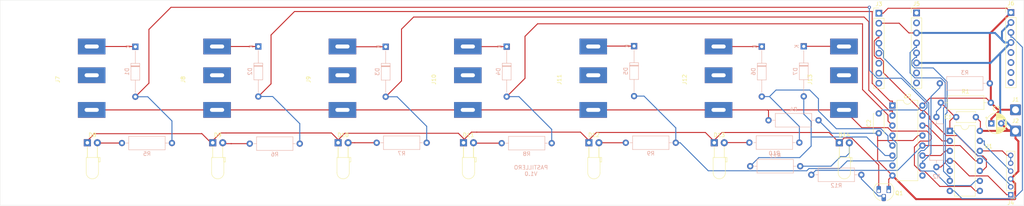
<source format=kicad_pcb>
(kicad_pcb (version 20171130) (host pcbnew 5.1.10-88a1d61d58~88~ubuntu18.04.1)

  (general
    (thickness 1.6)
    (drawings 6)
    (tracks 381)
    (zones 0)
    (modules 45)
    (nets 61)
  )

  (page A4)
  (layers
    (0 F.Cu signal)
    (31 B.Cu signal)
    (32 B.Adhes user hide)
    (33 F.Adhes user hide)
    (34 B.Paste user)
    (35 F.Paste user)
    (36 B.SilkS user)
    (37 F.SilkS user)
    (38 B.Mask user)
    (39 F.Mask user)
    (40 Dwgs.User user hide)
    (41 Cmts.User user hide)
    (42 Eco1.User user hide)
    (43 Eco2.User user hide)
    (44 Edge.Cuts user)
    (45 Margin user)
    (46 B.CrtYd user hide)
    (47 F.CrtYd user hide)
    (48 B.Fab user hide)
    (49 F.Fab user hide)
  )

  (setup
    (last_trace_width 0.25)
    (user_trace_width 0.5)
    (trace_clearance 0.2)
    (zone_clearance 0.508)
    (zone_45_only no)
    (trace_min 0.2)
    (via_size 0.8)
    (via_drill 0.4)
    (via_min_size 0.4)
    (via_min_drill 0.3)
    (uvia_size 0.3)
    (uvia_drill 0.1)
    (uvias_allowed no)
    (uvia_min_size 0.2)
    (uvia_min_drill 0.1)
    (edge_width 0.05)
    (segment_width 0.2)
    (pcb_text_width 0.3)
    (pcb_text_size 1.5 1.5)
    (mod_edge_width 0.12)
    (mod_text_size 1 1)
    (mod_text_width 0.15)
    (pad_size 1.524 1.524)
    (pad_drill 0.762)
    (pad_to_mask_clearance 0)
    (aux_axis_origin 0 0)
    (visible_elements FFFFFF7F)
    (pcbplotparams
      (layerselection 0x010fc_ffffffff)
      (usegerberextensions false)
      (usegerberattributes true)
      (usegerberadvancedattributes true)
      (creategerberjobfile true)
      (excludeedgelayer true)
      (linewidth 0.100000)
      (plotframeref false)
      (viasonmask false)
      (mode 1)
      (useauxorigin false)
      (hpglpennumber 1)
      (hpglpenspeed 20)
      (hpglpendiameter 15.000000)
      (psnegative false)
      (psa4output false)
      (plotreference true)
      (plotvalue true)
      (plotinvisibletext false)
      (padsonsilk false)
      (subtractmaskfromsilk false)
      (outputformat 1)
      (mirror false)
      (drillshape 0)
      (scaleselection 1)
      (outputdirectory "gerber/"))
  )

  (net 0 "")
  (net 1 "Net-(C1-Pad2)")
  (net 2 GND)
  (net 3 VBAT)
  (net 4 "Net-(D1-Pad1)")
  (net 5 "Net-(D1-Pad2)")
  (net 6 "Net-(D2-Pad1)")
  (net 7 "Net-(D2-Pad2)")
  (net 8 "Net-(D3-Pad2)")
  (net 9 "Net-(D3-Pad1)")
  (net 10 "Net-(D4-Pad1)")
  (net 11 "Net-(D4-Pad2)")
  (net 12 "Net-(D5-Pad2)")
  (net 13 "Net-(D5-Pad1)")
  (net 14 "Net-(D6-Pad1)")
  (net 15 "Net-(D6-Pad2)")
  (net 16 "Net-(D7-Pad2)")
  (net 17 "Net-(D7-Pad1)")
  (net 18 "Net-(D10-Pad1)")
  (net 19 "Net-(D8-Pad2)")
  (net 20 "Net-(D9-Pad2)")
  (net 21 "Net-(D10-Pad2)")
  (net 22 "Net-(D11-Pad2)")
  (net 23 "Net-(D12-Pad2)")
  (net 24 "Net-(D13-Pad2)")
  (net 25 "Net-(D14-Pad2)")
  (net 26 SCL)
  (net 27 SDA)
  (net 28 "Net-(J3-Pad5)")
  (net 29 "Net-(J3-Pad6)")
  (net 30 "Net-(J3-Pad7)")
  (net 31 "Net-(J3-Pad8)")
  (net 32 MCLR)
  (net 33 PGED)
  (net 34 PGEC)
  (net 35 "Net-(J5-Pad1)")
  (net 36 "Net-(J5-Pad2)")
  (net 37 RXD)
  (net 38 TXD)
  (net 39 "Net-(J5-Pad7)")
  (net 40 "Net-(J5-Pad8)")
  (net 41 "Net-(J6-Pad8)")
  (net 42 "Net-(J6-Pad7)")
  (net 43 "Net-(J6-Pad6)")
  (net 44 "Net-(J6-Pad5)")
  (net 45 PWX)
  (net 46 "Net-(J10-Pad1)")
  (net 47 "Net-(J7-Pad2)")
  (net 48 "Net-(J8-Pad2)")
  (net 49 "Net-(J9-Pad2)")
  (net 50 "Net-(J10-Pad2)")
  (net 51 "Net-(J11-Pad2)")
  (net 52 "Net-(J12-Pad2)")
  (net 53 "Net-(J13-Pad2)")
  (net 54 "Net-(Q1-Pad2)")
  (net 55 "Net-(R3-Pad2)")
  (net 56 RCLK)
  (net 57 SER)
  (net 58 SER_CLK)
  (net 59 "Net-(U2-Pad9)")
  (net 60 "Net-(U2-Pad7)")

  (net_class Default "This is the default net class."
    (clearance 0.2)
    (trace_width 0.25)
    (via_dia 0.8)
    (via_drill 0.4)
    (uvia_dia 0.3)
    (uvia_drill 0.1)
    (add_net GND)
    (add_net MCLR)
    (add_net "Net-(C1-Pad2)")
    (add_net "Net-(D1-Pad1)")
    (add_net "Net-(D1-Pad2)")
    (add_net "Net-(D10-Pad1)")
    (add_net "Net-(D10-Pad2)")
    (add_net "Net-(D11-Pad2)")
    (add_net "Net-(D12-Pad2)")
    (add_net "Net-(D13-Pad2)")
    (add_net "Net-(D14-Pad2)")
    (add_net "Net-(D2-Pad1)")
    (add_net "Net-(D2-Pad2)")
    (add_net "Net-(D3-Pad1)")
    (add_net "Net-(D3-Pad2)")
    (add_net "Net-(D4-Pad1)")
    (add_net "Net-(D4-Pad2)")
    (add_net "Net-(D5-Pad1)")
    (add_net "Net-(D5-Pad2)")
    (add_net "Net-(D6-Pad1)")
    (add_net "Net-(D6-Pad2)")
    (add_net "Net-(D7-Pad1)")
    (add_net "Net-(D7-Pad2)")
    (add_net "Net-(D8-Pad2)")
    (add_net "Net-(D9-Pad2)")
    (add_net "Net-(J10-Pad1)")
    (add_net "Net-(J10-Pad2)")
    (add_net "Net-(J11-Pad2)")
    (add_net "Net-(J12-Pad2)")
    (add_net "Net-(J13-Pad2)")
    (add_net "Net-(J3-Pad5)")
    (add_net "Net-(J3-Pad6)")
    (add_net "Net-(J3-Pad7)")
    (add_net "Net-(J3-Pad8)")
    (add_net "Net-(J5-Pad1)")
    (add_net "Net-(J5-Pad2)")
    (add_net "Net-(J5-Pad7)")
    (add_net "Net-(J5-Pad8)")
    (add_net "Net-(J6-Pad5)")
    (add_net "Net-(J6-Pad6)")
    (add_net "Net-(J6-Pad7)")
    (add_net "Net-(J6-Pad8)")
    (add_net "Net-(J7-Pad2)")
    (add_net "Net-(J8-Pad2)")
    (add_net "Net-(J9-Pad2)")
    (add_net "Net-(Q1-Pad2)")
    (add_net "Net-(R3-Pad2)")
    (add_net "Net-(U2-Pad7)")
    (add_net "Net-(U2-Pad9)")
    (add_net PGEC)
    (add_net PGED)
    (add_net PWX)
    (add_net RCLK)
    (add_net RXD)
    (add_net SCL)
    (add_net SDA)
    (add_net SER)
    (add_net SER_CLK)
    (add_net TXD)
    (add_net VBAT)
  )

  (module Capacitor_THT:C_Disc_D4.7mm_W2.5mm_P5.00mm (layer F.Cu) (tedit 5AE50EF0) (tstamp 60D8D4DC)
    (at 247.8 29.63 180)
    (descr "C, Disc series, Radial, pin pitch=5.00mm, , diameter*width=4.7*2.5mm^2, Capacitor, http://www.vishay.com/docs/45233/krseries.pdf")
    (tags "C Disc series Radial pin pitch 5.00mm  diameter 4.7mm width 2.5mm Capacitor")
    (path /60E814F7)
    (fp_text reference C1 (at 7.04 0.02) (layer F.SilkS)
      (effects (font (size 1 1) (thickness 0.15)))
    )
    (fp_text value 100nF (at 2.5 2.5) (layer F.Fab)
      (effects (font (size 1 1) (thickness 0.15)))
    )
    (fp_line (start 0.15 -1.25) (end 0.15 1.25) (layer F.Fab) (width 0.1))
    (fp_line (start 0.15 1.25) (end 4.85 1.25) (layer F.Fab) (width 0.1))
    (fp_line (start 4.85 1.25) (end 4.85 -1.25) (layer F.Fab) (width 0.1))
    (fp_line (start 4.85 -1.25) (end 0.15 -1.25) (layer F.Fab) (width 0.1))
    (fp_line (start 0.03 -1.37) (end 4.97 -1.37) (layer F.SilkS) (width 0.12))
    (fp_line (start 0.03 1.37) (end 4.97 1.37) (layer F.SilkS) (width 0.12))
    (fp_line (start 0.03 -1.37) (end 0.03 -1.055) (layer F.SilkS) (width 0.12))
    (fp_line (start 0.03 1.055) (end 0.03 1.37) (layer F.SilkS) (width 0.12))
    (fp_line (start 4.97 -1.37) (end 4.97 -1.055) (layer F.SilkS) (width 0.12))
    (fp_line (start 4.97 1.055) (end 4.97 1.37) (layer F.SilkS) (width 0.12))
    (fp_line (start -1.05 -1.5) (end -1.05 1.5) (layer F.CrtYd) (width 0.05))
    (fp_line (start -1.05 1.5) (end 6.05 1.5) (layer F.CrtYd) (width 0.05))
    (fp_line (start 6.05 1.5) (end 6.05 -1.5) (layer F.CrtYd) (width 0.05))
    (fp_line (start 6.05 -1.5) (end -1.05 -1.5) (layer F.CrtYd) (width 0.05))
    (fp_text user %R (at 2.5 0) (layer F.Fab)
      (effects (font (size 0.94 0.94) (thickness 0.141)))
    )
    (pad 2 thru_hole circle (at 5 0 180) (size 1.6 1.6) (drill 0.8) (layers *.Cu *.Mask)
      (net 1 "Net-(C1-Pad2)"))
    (pad 1 thru_hole circle (at 0 0 180) (size 1.6 1.6) (drill 0.8) (layers *.Cu *.Mask)
      (net 2 GND))
    (model ${KISYS3DMOD}/Capacitor_THT.3dshapes/C_Disc_D4.7mm_W2.5mm_P5.00mm.wrl
      (at (xyz 0 0 0))
      (scale (xyz 1 1 1))
      (rotate (xyz 0 0 0))
    )
  )

  (module Capacitor_THT:C_Disc_D4.7mm_W2.5mm_P5.00mm (layer F.Cu) (tedit 5AE50EF0) (tstamp 60D994CC)
    (at 223.13 33.7 90)
    (descr "C, Disc series, Radial, pin pitch=5.00mm, , diameter*width=4.7*2.5mm^2, Capacitor, http://www.vishay.com/docs/45233/krseries.pdf")
    (tags "C Disc series Radial pin pitch 5.00mm  diameter 4.7mm width 2.5mm Capacitor")
    (path /60EFB0A9)
    (fp_text reference C2 (at 2.5 -2.5 90) (layer F.SilkS)
      (effects (font (size 1 1) (thickness 0.15)))
    )
    (fp_text value 100nF (at 2.5 2.5 90) (layer F.Fab)
      (effects (font (size 1 1) (thickness 0.15)))
    )
    (fp_line (start 6.05 -1.5) (end -1.05 -1.5) (layer F.CrtYd) (width 0.05))
    (fp_line (start 6.05 1.5) (end 6.05 -1.5) (layer F.CrtYd) (width 0.05))
    (fp_line (start -1.05 1.5) (end 6.05 1.5) (layer F.CrtYd) (width 0.05))
    (fp_line (start -1.05 -1.5) (end -1.05 1.5) (layer F.CrtYd) (width 0.05))
    (fp_line (start 4.97 1.055) (end 4.97 1.37) (layer F.SilkS) (width 0.12))
    (fp_line (start 4.97 -1.37) (end 4.97 -1.055) (layer F.SilkS) (width 0.12))
    (fp_line (start 0.03 1.055) (end 0.03 1.37) (layer F.SilkS) (width 0.12))
    (fp_line (start 0.03 -1.37) (end 0.03 -1.055) (layer F.SilkS) (width 0.12))
    (fp_line (start 0.03 1.37) (end 4.97 1.37) (layer F.SilkS) (width 0.12))
    (fp_line (start 0.03 -1.37) (end 4.97 -1.37) (layer F.SilkS) (width 0.12))
    (fp_line (start 4.85 -1.25) (end 0.15 -1.25) (layer F.Fab) (width 0.1))
    (fp_line (start 4.85 1.25) (end 4.85 -1.25) (layer F.Fab) (width 0.1))
    (fp_line (start 0.15 1.25) (end 4.85 1.25) (layer F.Fab) (width 0.1))
    (fp_line (start 0.15 -1.25) (end 0.15 1.25) (layer F.Fab) (width 0.1))
    (fp_text user %R (at 2.5 0 90) (layer F.Fab)
      (effects (font (size 0.94 0.94) (thickness 0.141)))
    )
    (pad 1 thru_hole circle (at 0 0 90) (size 1.6 1.6) (drill 0.8) (layers *.Cu *.Mask)
      (net 2 GND))
    (pad 2 thru_hole circle (at 5 0 90) (size 1.6 1.6) (drill 0.8) (layers *.Cu *.Mask)
      (net 3 VBAT))
    (model ${KISYS3DMOD}/Capacitor_THT.3dshapes/C_Disc_D4.7mm_W2.5mm_P5.00mm.wrl
      (at (xyz 0 0 0))
      (scale (xyz 1 1 1))
      (rotate (xyz 0 0 0))
    )
  )

  (module Capacitor_THT:CP_Radial_D5.0mm_P2.50mm (layer F.Cu) (tedit 5AE50EF0) (tstamp 60D8D575)
    (at 251.73 31.24)
    (descr "CP, Radial series, Radial, pin pitch=2.50mm, , diameter=5mm, Electrolytic Capacitor")
    (tags "CP Radial series Radial pin pitch 2.50mm  diameter 5mm Electrolytic Capacitor")
    (path /6133FCD9)
    (fp_text reference C3 (at 1.25 -3.75) (layer F.SilkS)
      (effects (font (size 1 1) (thickness 0.15)))
    )
    (fp_text value 4.7uF (at 1.25 3.75) (layer F.Fab)
      (effects (font (size 1 1) (thickness 0.15)))
    )
    (fp_line (start -1.304775 -1.725) (end -1.304775 -1.225) (layer F.SilkS) (width 0.12))
    (fp_line (start -1.554775 -1.475) (end -1.054775 -1.475) (layer F.SilkS) (width 0.12))
    (fp_line (start 3.851 -0.284) (end 3.851 0.284) (layer F.SilkS) (width 0.12))
    (fp_line (start 3.811 -0.518) (end 3.811 0.518) (layer F.SilkS) (width 0.12))
    (fp_line (start 3.771 -0.677) (end 3.771 0.677) (layer F.SilkS) (width 0.12))
    (fp_line (start 3.731 -0.805) (end 3.731 0.805) (layer F.SilkS) (width 0.12))
    (fp_line (start 3.691 -0.915) (end 3.691 0.915) (layer F.SilkS) (width 0.12))
    (fp_line (start 3.651 -1.011) (end 3.651 1.011) (layer F.SilkS) (width 0.12))
    (fp_line (start 3.611 -1.098) (end 3.611 1.098) (layer F.SilkS) (width 0.12))
    (fp_line (start 3.571 -1.178) (end 3.571 1.178) (layer F.SilkS) (width 0.12))
    (fp_line (start 3.531 1.04) (end 3.531 1.251) (layer F.SilkS) (width 0.12))
    (fp_line (start 3.531 -1.251) (end 3.531 -1.04) (layer F.SilkS) (width 0.12))
    (fp_line (start 3.491 1.04) (end 3.491 1.319) (layer F.SilkS) (width 0.12))
    (fp_line (start 3.491 -1.319) (end 3.491 -1.04) (layer F.SilkS) (width 0.12))
    (fp_line (start 3.451 1.04) (end 3.451 1.383) (layer F.SilkS) (width 0.12))
    (fp_line (start 3.451 -1.383) (end 3.451 -1.04) (layer F.SilkS) (width 0.12))
    (fp_line (start 3.411 1.04) (end 3.411 1.443) (layer F.SilkS) (width 0.12))
    (fp_line (start 3.411 -1.443) (end 3.411 -1.04) (layer F.SilkS) (width 0.12))
    (fp_line (start 3.371 1.04) (end 3.371 1.5) (layer F.SilkS) (width 0.12))
    (fp_line (start 3.371 -1.5) (end 3.371 -1.04) (layer F.SilkS) (width 0.12))
    (fp_line (start 3.331 1.04) (end 3.331 1.554) (layer F.SilkS) (width 0.12))
    (fp_line (start 3.331 -1.554) (end 3.331 -1.04) (layer F.SilkS) (width 0.12))
    (fp_line (start 3.291 1.04) (end 3.291 1.605) (layer F.SilkS) (width 0.12))
    (fp_line (start 3.291 -1.605) (end 3.291 -1.04) (layer F.SilkS) (width 0.12))
    (fp_line (start 3.251 1.04) (end 3.251 1.653) (layer F.SilkS) (width 0.12))
    (fp_line (start 3.251 -1.653) (end 3.251 -1.04) (layer F.SilkS) (width 0.12))
    (fp_line (start 3.211 1.04) (end 3.211 1.699) (layer F.SilkS) (width 0.12))
    (fp_line (start 3.211 -1.699) (end 3.211 -1.04) (layer F.SilkS) (width 0.12))
    (fp_line (start 3.171 1.04) (end 3.171 1.743) (layer F.SilkS) (width 0.12))
    (fp_line (start 3.171 -1.743) (end 3.171 -1.04) (layer F.SilkS) (width 0.12))
    (fp_line (start 3.131 1.04) (end 3.131 1.785) (layer F.SilkS) (width 0.12))
    (fp_line (start 3.131 -1.785) (end 3.131 -1.04) (layer F.SilkS) (width 0.12))
    (fp_line (start 3.091 1.04) (end 3.091 1.826) (layer F.SilkS) (width 0.12))
    (fp_line (start 3.091 -1.826) (end 3.091 -1.04) (layer F.SilkS) (width 0.12))
    (fp_line (start 3.051 1.04) (end 3.051 1.864) (layer F.SilkS) (width 0.12))
    (fp_line (start 3.051 -1.864) (end 3.051 -1.04) (layer F.SilkS) (width 0.12))
    (fp_line (start 3.011 1.04) (end 3.011 1.901) (layer F.SilkS) (width 0.12))
    (fp_line (start 3.011 -1.901) (end 3.011 -1.04) (layer F.SilkS) (width 0.12))
    (fp_line (start 2.971 1.04) (end 2.971 1.937) (layer F.SilkS) (width 0.12))
    (fp_line (start 2.971 -1.937) (end 2.971 -1.04) (layer F.SilkS) (width 0.12))
    (fp_line (start 2.931 1.04) (end 2.931 1.971) (layer F.SilkS) (width 0.12))
    (fp_line (start 2.931 -1.971) (end 2.931 -1.04) (layer F.SilkS) (width 0.12))
    (fp_line (start 2.891 1.04) (end 2.891 2.004) (layer F.SilkS) (width 0.12))
    (fp_line (start 2.891 -2.004) (end 2.891 -1.04) (layer F.SilkS) (width 0.12))
    (fp_line (start 2.851 1.04) (end 2.851 2.035) (layer F.SilkS) (width 0.12))
    (fp_line (start 2.851 -2.035) (end 2.851 -1.04) (layer F.SilkS) (width 0.12))
    (fp_line (start 2.811 1.04) (end 2.811 2.065) (layer F.SilkS) (width 0.12))
    (fp_line (start 2.811 -2.065) (end 2.811 -1.04) (layer F.SilkS) (width 0.12))
    (fp_line (start 2.771 1.04) (end 2.771 2.095) (layer F.SilkS) (width 0.12))
    (fp_line (start 2.771 -2.095) (end 2.771 -1.04) (layer F.SilkS) (width 0.12))
    (fp_line (start 2.731 1.04) (end 2.731 2.122) (layer F.SilkS) (width 0.12))
    (fp_line (start 2.731 -2.122) (end 2.731 -1.04) (layer F.SilkS) (width 0.12))
    (fp_line (start 2.691 1.04) (end 2.691 2.149) (layer F.SilkS) (width 0.12))
    (fp_line (start 2.691 -2.149) (end 2.691 -1.04) (layer F.SilkS) (width 0.12))
    (fp_line (start 2.651 1.04) (end 2.651 2.175) (layer F.SilkS) (width 0.12))
    (fp_line (start 2.651 -2.175) (end 2.651 -1.04) (layer F.SilkS) (width 0.12))
    (fp_line (start 2.611 1.04) (end 2.611 2.2) (layer F.SilkS) (width 0.12))
    (fp_line (start 2.611 -2.2) (end 2.611 -1.04) (layer F.SilkS) (width 0.12))
    (fp_line (start 2.571 1.04) (end 2.571 2.224) (layer F.SilkS) (width 0.12))
    (fp_line (start 2.571 -2.224) (end 2.571 -1.04) (layer F.SilkS) (width 0.12))
    (fp_line (start 2.531 1.04) (end 2.531 2.247) (layer F.SilkS) (width 0.12))
    (fp_line (start 2.531 -2.247) (end 2.531 -1.04) (layer F.SilkS) (width 0.12))
    (fp_line (start 2.491 1.04) (end 2.491 2.268) (layer F.SilkS) (width 0.12))
    (fp_line (start 2.491 -2.268) (end 2.491 -1.04) (layer F.SilkS) (width 0.12))
    (fp_line (start 2.451 1.04) (end 2.451 2.29) (layer F.SilkS) (width 0.12))
    (fp_line (start 2.451 -2.29) (end 2.451 -1.04) (layer F.SilkS) (width 0.12))
    (fp_line (start 2.411 1.04) (end 2.411 2.31) (layer F.SilkS) (width 0.12))
    (fp_line (start 2.411 -2.31) (end 2.411 -1.04) (layer F.SilkS) (width 0.12))
    (fp_line (start 2.371 1.04) (end 2.371 2.329) (layer F.SilkS) (width 0.12))
    (fp_line (start 2.371 -2.329) (end 2.371 -1.04) (layer F.SilkS) (width 0.12))
    (fp_line (start 2.331 1.04) (end 2.331 2.348) (layer F.SilkS) (width 0.12))
    (fp_line (start 2.331 -2.348) (end 2.331 -1.04) (layer F.SilkS) (width 0.12))
    (fp_line (start 2.291 1.04) (end 2.291 2.365) (layer F.SilkS) (width 0.12))
    (fp_line (start 2.291 -2.365) (end 2.291 -1.04) (layer F.SilkS) (width 0.12))
    (fp_line (start 2.251 1.04) (end 2.251 2.382) (layer F.SilkS) (width 0.12))
    (fp_line (start 2.251 -2.382) (end 2.251 -1.04) (layer F.SilkS) (width 0.12))
    (fp_line (start 2.211 1.04) (end 2.211 2.398) (layer F.SilkS) (width 0.12))
    (fp_line (start 2.211 -2.398) (end 2.211 -1.04) (layer F.SilkS) (width 0.12))
    (fp_line (start 2.171 1.04) (end 2.171 2.414) (layer F.SilkS) (width 0.12))
    (fp_line (start 2.171 -2.414) (end 2.171 -1.04) (layer F.SilkS) (width 0.12))
    (fp_line (start 2.131 1.04) (end 2.131 2.428) (layer F.SilkS) (width 0.12))
    (fp_line (start 2.131 -2.428) (end 2.131 -1.04) (layer F.SilkS) (width 0.12))
    (fp_line (start 2.091 1.04) (end 2.091 2.442) (layer F.SilkS) (width 0.12))
    (fp_line (start 2.091 -2.442) (end 2.091 -1.04) (layer F.SilkS) (width 0.12))
    (fp_line (start 2.051 1.04) (end 2.051 2.455) (layer F.SilkS) (width 0.12))
    (fp_line (start 2.051 -2.455) (end 2.051 -1.04) (layer F.SilkS) (width 0.12))
    (fp_line (start 2.011 1.04) (end 2.011 2.468) (layer F.SilkS) (width 0.12))
    (fp_line (start 2.011 -2.468) (end 2.011 -1.04) (layer F.SilkS) (width 0.12))
    (fp_line (start 1.971 1.04) (end 1.971 2.48) (layer F.SilkS) (width 0.12))
    (fp_line (start 1.971 -2.48) (end 1.971 -1.04) (layer F.SilkS) (width 0.12))
    (fp_line (start 1.93 1.04) (end 1.93 2.491) (layer F.SilkS) (width 0.12))
    (fp_line (start 1.93 -2.491) (end 1.93 -1.04) (layer F.SilkS) (width 0.12))
    (fp_line (start 1.89 1.04) (end 1.89 2.501) (layer F.SilkS) (width 0.12))
    (fp_line (start 1.89 -2.501) (end 1.89 -1.04) (layer F.SilkS) (width 0.12))
    (fp_line (start 1.85 1.04) (end 1.85 2.511) (layer F.SilkS) (width 0.12))
    (fp_line (start 1.85 -2.511) (end 1.85 -1.04) (layer F.SilkS) (width 0.12))
    (fp_line (start 1.81 1.04) (end 1.81 2.52) (layer F.SilkS) (width 0.12))
    (fp_line (start 1.81 -2.52) (end 1.81 -1.04) (layer F.SilkS) (width 0.12))
    (fp_line (start 1.77 1.04) (end 1.77 2.528) (layer F.SilkS) (width 0.12))
    (fp_line (start 1.77 -2.528) (end 1.77 -1.04) (layer F.SilkS) (width 0.12))
    (fp_line (start 1.73 1.04) (end 1.73 2.536) (layer F.SilkS) (width 0.12))
    (fp_line (start 1.73 -2.536) (end 1.73 -1.04) (layer F.SilkS) (width 0.12))
    (fp_line (start 1.69 1.04) (end 1.69 2.543) (layer F.SilkS) (width 0.12))
    (fp_line (start 1.69 -2.543) (end 1.69 -1.04) (layer F.SilkS) (width 0.12))
    (fp_line (start 1.65 1.04) (end 1.65 2.55) (layer F.SilkS) (width 0.12))
    (fp_line (start 1.65 -2.55) (end 1.65 -1.04) (layer F.SilkS) (width 0.12))
    (fp_line (start 1.61 1.04) (end 1.61 2.556) (layer F.SilkS) (width 0.12))
    (fp_line (start 1.61 -2.556) (end 1.61 -1.04) (layer F.SilkS) (width 0.12))
    (fp_line (start 1.57 1.04) (end 1.57 2.561) (layer F.SilkS) (width 0.12))
    (fp_line (start 1.57 -2.561) (end 1.57 -1.04) (layer F.SilkS) (width 0.12))
    (fp_line (start 1.53 1.04) (end 1.53 2.565) (layer F.SilkS) (width 0.12))
    (fp_line (start 1.53 -2.565) (end 1.53 -1.04) (layer F.SilkS) (width 0.12))
    (fp_line (start 1.49 1.04) (end 1.49 2.569) (layer F.SilkS) (width 0.12))
    (fp_line (start 1.49 -2.569) (end 1.49 -1.04) (layer F.SilkS) (width 0.12))
    (fp_line (start 1.45 -2.573) (end 1.45 2.573) (layer F.SilkS) (width 0.12))
    (fp_line (start 1.41 -2.576) (end 1.41 2.576) (layer F.SilkS) (width 0.12))
    (fp_line (start 1.37 -2.578) (end 1.37 2.578) (layer F.SilkS) (width 0.12))
    (fp_line (start 1.33 -2.579) (end 1.33 2.579) (layer F.SilkS) (width 0.12))
    (fp_line (start 1.29 -2.58) (end 1.29 2.58) (layer F.SilkS) (width 0.12))
    (fp_line (start 1.25 -2.58) (end 1.25 2.58) (layer F.SilkS) (width 0.12))
    (fp_line (start -0.633605 -1.3375) (end -0.633605 -0.8375) (layer F.Fab) (width 0.1))
    (fp_line (start -0.883605 -1.0875) (end -0.383605 -1.0875) (layer F.Fab) (width 0.1))
    (fp_circle (center 1.25 0) (end 4 0) (layer F.CrtYd) (width 0.05))
    (fp_circle (center 1.25 0) (end 3.87 0) (layer F.SilkS) (width 0.12))
    (fp_circle (center 1.25 0) (end 3.75 0) (layer F.Fab) (width 0.1))
    (fp_text user %R (at 1.25 0) (layer F.Fab)
      (effects (font (size 1 1) (thickness 0.15)))
    )
    (pad 1 thru_hole rect (at 0 0) (size 1.6 1.6) (drill 0.8) (layers *.Cu *.Mask)
      (net 3 VBAT))
    (pad 2 thru_hole circle (at 2.5 0) (size 1.6 1.6) (drill 0.8) (layers *.Cu *.Mask)
      (net 2 GND))
    (model ${KISYS3DMOD}/Capacitor_THT.3dshapes/CP_Radial_D5.0mm_P2.50mm.wrl
      (at (xyz 0 0 0))
      (scale (xyz 1 1 1))
      (rotate (xyz 0 0 0))
    )
  )

  (module Diode_THT:D_DO-35_SOD27_P12.70mm_Horizontal (layer B.Cu) (tedit 5AE50CD5) (tstamp 60D9025F)
    (at 34.35 11.76 270)
    (descr "Diode, DO-35_SOD27 series, Axial, Horizontal, pin pitch=12.7mm, , length*diameter=4*2mm^2, , http://www.diodes.com/_files/packages/DO-35.pdf")
    (tags "Diode DO-35_SOD27 series Axial Horizontal pin pitch 12.7mm  length 4mm diameter 2mm")
    (path /610B696F)
    (fp_text reference D1 (at 6.35 2.12 270) (layer B.SilkS)
      (effects (font (size 1 1) (thickness 0.15)) (justify mirror))
    )
    (fp_text value BAT42 (at 6.35 -2.12 270) (layer B.Fab)
      (effects (font (size 1 1) (thickness 0.15)) (justify mirror))
    )
    (fp_line (start 13.75 1.25) (end -1.05 1.25) (layer B.CrtYd) (width 0.05))
    (fp_line (start 13.75 -1.25) (end 13.75 1.25) (layer B.CrtYd) (width 0.05))
    (fp_line (start -1.05 -1.25) (end 13.75 -1.25) (layer B.CrtYd) (width 0.05))
    (fp_line (start -1.05 1.25) (end -1.05 -1.25) (layer B.CrtYd) (width 0.05))
    (fp_line (start 4.83 1.12) (end 4.83 -1.12) (layer B.SilkS) (width 0.12))
    (fp_line (start 5.07 1.12) (end 5.07 -1.12) (layer B.SilkS) (width 0.12))
    (fp_line (start 4.95 1.12) (end 4.95 -1.12) (layer B.SilkS) (width 0.12))
    (fp_line (start 11.66 0) (end 8.47 0) (layer B.SilkS) (width 0.12))
    (fp_line (start 1.04 0) (end 4.23 0) (layer B.SilkS) (width 0.12))
    (fp_line (start 8.47 1.12) (end 4.23 1.12) (layer B.SilkS) (width 0.12))
    (fp_line (start 8.47 -1.12) (end 8.47 1.12) (layer B.SilkS) (width 0.12))
    (fp_line (start 4.23 -1.12) (end 8.47 -1.12) (layer B.SilkS) (width 0.12))
    (fp_line (start 4.23 1.12) (end 4.23 -1.12) (layer B.SilkS) (width 0.12))
    (fp_line (start 4.85 1) (end 4.85 -1) (layer B.Fab) (width 0.1))
    (fp_line (start 5.05 1) (end 5.05 -1) (layer B.Fab) (width 0.1))
    (fp_line (start 4.95 1) (end 4.95 -1) (layer B.Fab) (width 0.1))
    (fp_line (start 12.7 0) (end 8.35 0) (layer B.Fab) (width 0.1))
    (fp_line (start 0 0) (end 4.35 0) (layer B.Fab) (width 0.1))
    (fp_line (start 8.35 1) (end 4.35 1) (layer B.Fab) (width 0.1))
    (fp_line (start 8.35 -1) (end 8.35 1) (layer B.Fab) (width 0.1))
    (fp_line (start 4.35 -1) (end 8.35 -1) (layer B.Fab) (width 0.1))
    (fp_line (start 4.35 1) (end 4.35 -1) (layer B.Fab) (width 0.1))
    (fp_text user %R (at 6.65 0 270) (layer B.Fab)
      (effects (font (size 0.8 0.8) (thickness 0.12)) (justify mirror))
    )
    (fp_text user K (at 0 1.8 270) (layer B.Fab)
      (effects (font (size 1 1) (thickness 0.15)) (justify mirror))
    )
    (fp_text user K (at 0 1.8 270) (layer B.SilkS)
      (effects (font (size 1 1) (thickness 0.15)) (justify mirror))
    )
    (pad 1 thru_hole rect (at 0 0 270) (size 1.6 1.6) (drill 0.8) (layers *.Cu *.Mask)
      (net 4 "Net-(D1-Pad1)"))
    (pad 2 thru_hole oval (at 12.7 0 270) (size 1.6 1.6) (drill 0.8) (layers *.Cu *.Mask)
      (net 5 "Net-(D1-Pad2)"))
    (model ${KISYS3DMOD}/Diode_THT.3dshapes/D_DO-35_SOD27_P12.70mm_Horizontal.wrl
      (at (xyz 0 0 0))
      (scale (xyz 1 1 1))
      (rotate (xyz 0 0 0))
    )
  )

  (module Diode_THT:D_DO-35_SOD27_P12.70mm_Horizontal (layer B.Cu) (tedit 5AE50CD5) (tstamp 60D8D5B3)
    (at 65.58 11.7 270)
    (descr "Diode, DO-35_SOD27 series, Axial, Horizontal, pin pitch=12.7mm, , length*diameter=4*2mm^2, , http://www.diodes.com/_files/packages/DO-35.pdf")
    (tags "Diode DO-35_SOD27 series Axial Horizontal pin pitch 12.7mm  length 4mm diameter 2mm")
    (path /610E414D)
    (fp_text reference D2 (at 6.35 2.12 90) (layer B.SilkS)
      (effects (font (size 1 1) (thickness 0.15)) (justify mirror))
    )
    (fp_text value BAT42 (at 6.35 -2.12 90) (layer B.Fab)
      (effects (font (size 1 1) (thickness 0.15)) (justify mirror))
    )
    (fp_line (start 13.75 1.25) (end -1.05 1.25) (layer B.CrtYd) (width 0.05))
    (fp_line (start 13.75 -1.25) (end 13.75 1.25) (layer B.CrtYd) (width 0.05))
    (fp_line (start -1.05 -1.25) (end 13.75 -1.25) (layer B.CrtYd) (width 0.05))
    (fp_line (start -1.05 1.25) (end -1.05 -1.25) (layer B.CrtYd) (width 0.05))
    (fp_line (start 4.83 1.12) (end 4.83 -1.12) (layer B.SilkS) (width 0.12))
    (fp_line (start 5.07 1.12) (end 5.07 -1.12) (layer B.SilkS) (width 0.12))
    (fp_line (start 4.95 1.12) (end 4.95 -1.12) (layer B.SilkS) (width 0.12))
    (fp_line (start 11.66 0) (end 8.47 0) (layer B.SilkS) (width 0.12))
    (fp_line (start 1.04 0) (end 4.23 0) (layer B.SilkS) (width 0.12))
    (fp_line (start 8.47 1.12) (end 4.23 1.12) (layer B.SilkS) (width 0.12))
    (fp_line (start 8.47 -1.12) (end 8.47 1.12) (layer B.SilkS) (width 0.12))
    (fp_line (start 4.23 -1.12) (end 8.47 -1.12) (layer B.SilkS) (width 0.12))
    (fp_line (start 4.23 1.12) (end 4.23 -1.12) (layer B.SilkS) (width 0.12))
    (fp_line (start 4.85 1) (end 4.85 -1) (layer B.Fab) (width 0.1))
    (fp_line (start 5.05 1) (end 5.05 -1) (layer B.Fab) (width 0.1))
    (fp_line (start 4.95 1) (end 4.95 -1) (layer B.Fab) (width 0.1))
    (fp_line (start 12.7 0) (end 8.35 0) (layer B.Fab) (width 0.1))
    (fp_line (start 0 0) (end 4.35 0) (layer B.Fab) (width 0.1))
    (fp_line (start 8.35 1) (end 4.35 1) (layer B.Fab) (width 0.1))
    (fp_line (start 8.35 -1) (end 8.35 1) (layer B.Fab) (width 0.1))
    (fp_line (start 4.35 -1) (end 8.35 -1) (layer B.Fab) (width 0.1))
    (fp_line (start 4.35 1) (end 4.35 -1) (layer B.Fab) (width 0.1))
    (fp_text user %R (at 6.65 0 90) (layer B.Fab)
      (effects (font (size 0.8 0.8) (thickness 0.12)) (justify mirror))
    )
    (fp_text user K (at 0 1.8 90) (layer B.Fab)
      (effects (font (size 1 1) (thickness 0.15)) (justify mirror))
    )
    (fp_text user K (at 0 1.8 90) (layer B.SilkS)
      (effects (font (size 1 1) (thickness 0.15)) (justify mirror))
    )
    (pad 1 thru_hole rect (at 0 0 270) (size 1.6 1.6) (drill 0.8) (layers *.Cu *.Mask)
      (net 6 "Net-(D2-Pad1)"))
    (pad 2 thru_hole oval (at 12.7 0 270) (size 1.6 1.6) (drill 0.8) (layers *.Cu *.Mask)
      (net 7 "Net-(D2-Pad2)"))
    (model ${KISYS3DMOD}/Diode_THT.3dshapes/D_DO-35_SOD27_P12.70mm_Horizontal.wrl
      (at (xyz 0 0 0))
      (scale (xyz 1 1 1))
      (rotate (xyz 0 0 0))
    )
  )

  (module Diode_THT:D_DO-35_SOD27_P12.70mm_Horizontal (layer B.Cu) (tedit 5AE50CD5) (tstamp 60D8D5D2)
    (at 97.92 11.76 270)
    (descr "Diode, DO-35_SOD27 series, Axial, Horizontal, pin pitch=12.7mm, , length*diameter=4*2mm^2, , http://www.diodes.com/_files/packages/DO-35.pdf")
    (tags "Diode DO-35_SOD27 series Axial Horizontal pin pitch 12.7mm  length 4mm diameter 2mm")
    (path /610F8EFD)
    (fp_text reference D3 (at 6.35 2.12 90) (layer B.SilkS)
      (effects (font (size 1 1) (thickness 0.15)) (justify mirror))
    )
    (fp_text value BAT42 (at 6.35 -2.12 90) (layer B.Fab)
      (effects (font (size 1 1) (thickness 0.15)) (justify mirror))
    )
    (fp_line (start 4.35 1) (end 4.35 -1) (layer B.Fab) (width 0.1))
    (fp_line (start 4.35 -1) (end 8.35 -1) (layer B.Fab) (width 0.1))
    (fp_line (start 8.35 -1) (end 8.35 1) (layer B.Fab) (width 0.1))
    (fp_line (start 8.35 1) (end 4.35 1) (layer B.Fab) (width 0.1))
    (fp_line (start 0 0) (end 4.35 0) (layer B.Fab) (width 0.1))
    (fp_line (start 12.7 0) (end 8.35 0) (layer B.Fab) (width 0.1))
    (fp_line (start 4.95 1) (end 4.95 -1) (layer B.Fab) (width 0.1))
    (fp_line (start 5.05 1) (end 5.05 -1) (layer B.Fab) (width 0.1))
    (fp_line (start 4.85 1) (end 4.85 -1) (layer B.Fab) (width 0.1))
    (fp_line (start 4.23 1.12) (end 4.23 -1.12) (layer B.SilkS) (width 0.12))
    (fp_line (start 4.23 -1.12) (end 8.47 -1.12) (layer B.SilkS) (width 0.12))
    (fp_line (start 8.47 -1.12) (end 8.47 1.12) (layer B.SilkS) (width 0.12))
    (fp_line (start 8.47 1.12) (end 4.23 1.12) (layer B.SilkS) (width 0.12))
    (fp_line (start 1.04 0) (end 4.23 0) (layer B.SilkS) (width 0.12))
    (fp_line (start 11.66 0) (end 8.47 0) (layer B.SilkS) (width 0.12))
    (fp_line (start 4.95 1.12) (end 4.95 -1.12) (layer B.SilkS) (width 0.12))
    (fp_line (start 5.07 1.12) (end 5.07 -1.12) (layer B.SilkS) (width 0.12))
    (fp_line (start 4.83 1.12) (end 4.83 -1.12) (layer B.SilkS) (width 0.12))
    (fp_line (start -1.05 1.25) (end -1.05 -1.25) (layer B.CrtYd) (width 0.05))
    (fp_line (start -1.05 -1.25) (end 13.75 -1.25) (layer B.CrtYd) (width 0.05))
    (fp_line (start 13.75 -1.25) (end 13.75 1.25) (layer B.CrtYd) (width 0.05))
    (fp_line (start 13.75 1.25) (end -1.05 1.25) (layer B.CrtYd) (width 0.05))
    (fp_text user K (at 0 1.8 90) (layer B.SilkS)
      (effects (font (size 1 1) (thickness 0.15)) (justify mirror))
    )
    (fp_text user K (at 0 1.8 90) (layer B.Fab)
      (effects (font (size 1 1) (thickness 0.15)) (justify mirror))
    )
    (fp_text user %R (at 6.65 0 90) (layer B.Fab)
      (effects (font (size 0.8 0.8) (thickness 0.12)) (justify mirror))
    )
    (pad 2 thru_hole oval (at 12.7 0 270) (size 1.6 1.6) (drill 0.8) (layers *.Cu *.Mask)
      (net 8 "Net-(D3-Pad2)"))
    (pad 1 thru_hole rect (at 0 0 270) (size 1.6 1.6) (drill 0.8) (layers *.Cu *.Mask)
      (net 9 "Net-(D3-Pad1)"))
    (model ${KISYS3DMOD}/Diode_THT.3dshapes/D_DO-35_SOD27_P12.70mm_Horizontal.wrl
      (at (xyz 0 0 0))
      (scale (xyz 1 1 1))
      (rotate (xyz 0 0 0))
    )
  )

  (module Diode_THT:D_DO-35_SOD27_P12.70mm_Horizontal (layer B.Cu) (tedit 5AE50CD5) (tstamp 60D8D5F1)
    (at 128.65 11.73 270)
    (descr "Diode, DO-35_SOD27 series, Axial, Horizontal, pin pitch=12.7mm, , length*diameter=4*2mm^2, , http://www.diodes.com/_files/packages/DO-35.pdf")
    (tags "Diode DO-35_SOD27 series Axial Horizontal pin pitch 12.7mm  length 4mm diameter 2mm")
    (path /61107C8F)
    (fp_text reference D4 (at 6.35 2.12 90) (layer B.SilkS)
      (effects (font (size 1 1) (thickness 0.15)) (justify mirror))
    )
    (fp_text value BAT42 (at 6.35 -2.12 90) (layer B.Fab)
      (effects (font (size 1 1) (thickness 0.15)) (justify mirror))
    )
    (fp_line (start 13.75 1.25) (end -1.05 1.25) (layer B.CrtYd) (width 0.05))
    (fp_line (start 13.75 -1.25) (end 13.75 1.25) (layer B.CrtYd) (width 0.05))
    (fp_line (start -1.05 -1.25) (end 13.75 -1.25) (layer B.CrtYd) (width 0.05))
    (fp_line (start -1.05 1.25) (end -1.05 -1.25) (layer B.CrtYd) (width 0.05))
    (fp_line (start 4.83 1.12) (end 4.83 -1.12) (layer B.SilkS) (width 0.12))
    (fp_line (start 5.07 1.12) (end 5.07 -1.12) (layer B.SilkS) (width 0.12))
    (fp_line (start 4.95 1.12) (end 4.95 -1.12) (layer B.SilkS) (width 0.12))
    (fp_line (start 11.66 0) (end 8.47 0) (layer B.SilkS) (width 0.12))
    (fp_line (start 1.04 0) (end 4.23 0) (layer B.SilkS) (width 0.12))
    (fp_line (start 8.47 1.12) (end 4.23 1.12) (layer B.SilkS) (width 0.12))
    (fp_line (start 8.47 -1.12) (end 8.47 1.12) (layer B.SilkS) (width 0.12))
    (fp_line (start 4.23 -1.12) (end 8.47 -1.12) (layer B.SilkS) (width 0.12))
    (fp_line (start 4.23 1.12) (end 4.23 -1.12) (layer B.SilkS) (width 0.12))
    (fp_line (start 4.85 1) (end 4.85 -1) (layer B.Fab) (width 0.1))
    (fp_line (start 5.05 1) (end 5.05 -1) (layer B.Fab) (width 0.1))
    (fp_line (start 4.95 1) (end 4.95 -1) (layer B.Fab) (width 0.1))
    (fp_line (start 12.7 0) (end 8.35 0) (layer B.Fab) (width 0.1))
    (fp_line (start 0 0) (end 4.35 0) (layer B.Fab) (width 0.1))
    (fp_line (start 8.35 1) (end 4.35 1) (layer B.Fab) (width 0.1))
    (fp_line (start 8.35 -1) (end 8.35 1) (layer B.Fab) (width 0.1))
    (fp_line (start 4.35 -1) (end 8.35 -1) (layer B.Fab) (width 0.1))
    (fp_line (start 4.35 1) (end 4.35 -1) (layer B.Fab) (width 0.1))
    (fp_text user %R (at 6.65 0 90) (layer B.Fab)
      (effects (font (size 0.8 0.8) (thickness 0.12)) (justify mirror))
    )
    (fp_text user K (at 0 1.8 90) (layer B.Fab)
      (effects (font (size 1 1) (thickness 0.15)) (justify mirror))
    )
    (fp_text user K (at 0 1.8 90) (layer B.SilkS)
      (effects (font (size 1 1) (thickness 0.15)) (justify mirror))
    )
    (pad 1 thru_hole rect (at 0 0 270) (size 1.6 1.6) (drill 0.8) (layers *.Cu *.Mask)
      (net 10 "Net-(D4-Pad1)"))
    (pad 2 thru_hole oval (at 12.7 0 270) (size 1.6 1.6) (drill 0.8) (layers *.Cu *.Mask)
      (net 11 "Net-(D4-Pad2)"))
    (model ${KISYS3DMOD}/Diode_THT.3dshapes/D_DO-35_SOD27_P12.70mm_Horizontal.wrl
      (at (xyz 0 0 0))
      (scale (xyz 1 1 1))
      (rotate (xyz 0 0 0))
    )
  )

  (module Diode_THT:D_DO-35_SOD27_P12.70mm_Horizontal (layer B.Cu) (tedit 5AE50CD5) (tstamp 60D8D610)
    (at 161 11.6 270)
    (descr "Diode, DO-35_SOD27 series, Axial, Horizontal, pin pitch=12.7mm, , length*diameter=4*2mm^2, , http://www.diodes.com/_files/packages/DO-35.pdf")
    (tags "Diode DO-35_SOD27 series Axial Horizontal pin pitch 12.7mm  length 4mm diameter 2mm")
    (path /6111872B)
    (fp_text reference D5 (at 6.35 2.12 90) (layer B.SilkS)
      (effects (font (size 1 1) (thickness 0.15)) (justify mirror))
    )
    (fp_text value BAT42 (at 6.35 -2.12 90) (layer B.Fab)
      (effects (font (size 1 1) (thickness 0.15)) (justify mirror))
    )
    (fp_line (start 4.35 1) (end 4.35 -1) (layer B.Fab) (width 0.1))
    (fp_line (start 4.35 -1) (end 8.35 -1) (layer B.Fab) (width 0.1))
    (fp_line (start 8.35 -1) (end 8.35 1) (layer B.Fab) (width 0.1))
    (fp_line (start 8.35 1) (end 4.35 1) (layer B.Fab) (width 0.1))
    (fp_line (start 0 0) (end 4.35 0) (layer B.Fab) (width 0.1))
    (fp_line (start 12.7 0) (end 8.35 0) (layer B.Fab) (width 0.1))
    (fp_line (start 4.95 1) (end 4.95 -1) (layer B.Fab) (width 0.1))
    (fp_line (start 5.05 1) (end 5.05 -1) (layer B.Fab) (width 0.1))
    (fp_line (start 4.85 1) (end 4.85 -1) (layer B.Fab) (width 0.1))
    (fp_line (start 4.23 1.12) (end 4.23 -1.12) (layer B.SilkS) (width 0.12))
    (fp_line (start 4.23 -1.12) (end 8.47 -1.12) (layer B.SilkS) (width 0.12))
    (fp_line (start 8.47 -1.12) (end 8.47 1.12) (layer B.SilkS) (width 0.12))
    (fp_line (start 8.47 1.12) (end 4.23 1.12) (layer B.SilkS) (width 0.12))
    (fp_line (start 1.04 0) (end 4.23 0) (layer B.SilkS) (width 0.12))
    (fp_line (start 11.66 0) (end 8.47 0) (layer B.SilkS) (width 0.12))
    (fp_line (start 4.95 1.12) (end 4.95 -1.12) (layer B.SilkS) (width 0.12))
    (fp_line (start 5.07 1.12) (end 5.07 -1.12) (layer B.SilkS) (width 0.12))
    (fp_line (start 4.83 1.12) (end 4.83 -1.12) (layer B.SilkS) (width 0.12))
    (fp_line (start -1.05 1.25) (end -1.05 -1.25) (layer B.CrtYd) (width 0.05))
    (fp_line (start -1.05 -1.25) (end 13.75 -1.25) (layer B.CrtYd) (width 0.05))
    (fp_line (start 13.75 -1.25) (end 13.75 1.25) (layer B.CrtYd) (width 0.05))
    (fp_line (start 13.75 1.25) (end -1.05 1.25) (layer B.CrtYd) (width 0.05))
    (fp_text user K (at 0 1.8 90) (layer B.SilkS)
      (effects (font (size 1 1) (thickness 0.15)) (justify mirror))
    )
    (fp_text user K (at 0 1.8 90) (layer B.Fab)
      (effects (font (size 1 1) (thickness 0.15)) (justify mirror))
    )
    (fp_text user %R (at 6.65 0 90) (layer B.Fab)
      (effects (font (size 0.8 0.8) (thickness 0.12)) (justify mirror))
    )
    (pad 2 thru_hole oval (at 12.7 0 270) (size 1.6 1.6) (drill 0.8) (layers *.Cu *.Mask)
      (net 12 "Net-(D5-Pad2)"))
    (pad 1 thru_hole rect (at 0 0 270) (size 1.6 1.6) (drill 0.8) (layers *.Cu *.Mask)
      (net 13 "Net-(D5-Pad1)"))
    (model ${KISYS3DMOD}/Diode_THT.3dshapes/D_DO-35_SOD27_P12.70mm_Horizontal.wrl
      (at (xyz 0 0 0))
      (scale (xyz 1 1 1))
      (rotate (xyz 0 0 0))
    )
  )

  (module Diode_THT:D_DO-35_SOD27_P12.70mm_Horizontal (layer B.Cu) (tedit 5AE50CD5) (tstamp 60D8D62F)
    (at 193.43 11.72 270)
    (descr "Diode, DO-35_SOD27 series, Axial, Horizontal, pin pitch=12.7mm, , length*diameter=4*2mm^2, , http://www.diodes.com/_files/packages/DO-35.pdf")
    (tags "Diode DO-35_SOD27 series Axial Horizontal pin pitch 12.7mm  length 4mm diameter 2mm")
    (path /61128626)
    (fp_text reference D6 (at 6.35 2.12 90) (layer B.SilkS)
      (effects (font (size 1 1) (thickness 0.15)) (justify mirror))
    )
    (fp_text value BAT42 (at 6.35 -2.12 90) (layer B.Fab)
      (effects (font (size 1 1) (thickness 0.15)) (justify mirror))
    )
    (fp_line (start 13.75 1.25) (end -1.05 1.25) (layer B.CrtYd) (width 0.05))
    (fp_line (start 13.75 -1.25) (end 13.75 1.25) (layer B.CrtYd) (width 0.05))
    (fp_line (start -1.05 -1.25) (end 13.75 -1.25) (layer B.CrtYd) (width 0.05))
    (fp_line (start -1.05 1.25) (end -1.05 -1.25) (layer B.CrtYd) (width 0.05))
    (fp_line (start 4.83 1.12) (end 4.83 -1.12) (layer B.SilkS) (width 0.12))
    (fp_line (start 5.07 1.12) (end 5.07 -1.12) (layer B.SilkS) (width 0.12))
    (fp_line (start 4.95 1.12) (end 4.95 -1.12) (layer B.SilkS) (width 0.12))
    (fp_line (start 11.66 0) (end 8.47 0) (layer B.SilkS) (width 0.12))
    (fp_line (start 1.04 0) (end 4.23 0) (layer B.SilkS) (width 0.12))
    (fp_line (start 8.47 1.12) (end 4.23 1.12) (layer B.SilkS) (width 0.12))
    (fp_line (start 8.47 -1.12) (end 8.47 1.12) (layer B.SilkS) (width 0.12))
    (fp_line (start 4.23 -1.12) (end 8.47 -1.12) (layer B.SilkS) (width 0.12))
    (fp_line (start 4.23 1.12) (end 4.23 -1.12) (layer B.SilkS) (width 0.12))
    (fp_line (start 4.85 1) (end 4.85 -1) (layer B.Fab) (width 0.1))
    (fp_line (start 5.05 1) (end 5.05 -1) (layer B.Fab) (width 0.1))
    (fp_line (start 4.95 1) (end 4.95 -1) (layer B.Fab) (width 0.1))
    (fp_line (start 12.7 0) (end 8.35 0) (layer B.Fab) (width 0.1))
    (fp_line (start 0 0) (end 4.35 0) (layer B.Fab) (width 0.1))
    (fp_line (start 8.35 1) (end 4.35 1) (layer B.Fab) (width 0.1))
    (fp_line (start 8.35 -1) (end 8.35 1) (layer B.Fab) (width 0.1))
    (fp_line (start 4.35 -1) (end 8.35 -1) (layer B.Fab) (width 0.1))
    (fp_line (start 4.35 1) (end 4.35 -1) (layer B.Fab) (width 0.1))
    (fp_text user %R (at 6.65 0 90) (layer B.Fab)
      (effects (font (size 0.8 0.8) (thickness 0.12)) (justify mirror))
    )
    (fp_text user K (at 0 1.8 90) (layer B.Fab)
      (effects (font (size 1 1) (thickness 0.15)) (justify mirror))
    )
    (fp_text user K (at 0 1.8 90) (layer B.SilkS)
      (effects (font (size 1 1) (thickness 0.15)) (justify mirror))
    )
    (pad 1 thru_hole rect (at 0 0 270) (size 1.6 1.6) (drill 0.8) (layers *.Cu *.Mask)
      (net 14 "Net-(D6-Pad1)"))
    (pad 2 thru_hole oval (at 12.7 0 270) (size 1.6 1.6) (drill 0.8) (layers *.Cu *.Mask)
      (net 15 "Net-(D6-Pad2)"))
    (model ${KISYS3DMOD}/Diode_THT.3dshapes/D_DO-35_SOD27_P12.70mm_Horizontal.wrl
      (at (xyz 0 0 0))
      (scale (xyz 1 1 1))
      (rotate (xyz 0 0 0))
    )
  )

  (module Diode_THT:D_DO-35_SOD27_P12.70mm_Horizontal (layer B.Cu) (tedit 5AE50CD5) (tstamp 60D90780)
    (at 204.09 11.66 270)
    (descr "Diode, DO-35_SOD27 series, Axial, Horizontal, pin pitch=12.7mm, , length*diameter=4*2mm^2, , http://www.diodes.com/_files/packages/DO-35.pdf")
    (tags "Diode DO-35_SOD27 series Axial Horizontal pin pitch 12.7mm  length 4mm diameter 2mm")
    (path /611383CF)
    (fp_text reference D7 (at 6.35 2.12 90) (layer B.SilkS)
      (effects (font (size 1 1) (thickness 0.15)) (justify mirror))
    )
    (fp_text value BAT42 (at 6.35 -2.12 90) (layer B.Fab)
      (effects (font (size 1 1) (thickness 0.15)) (justify mirror))
    )
    (fp_line (start 4.35 1) (end 4.35 -1) (layer B.Fab) (width 0.1))
    (fp_line (start 4.35 -1) (end 8.35 -1) (layer B.Fab) (width 0.1))
    (fp_line (start 8.35 -1) (end 8.35 1) (layer B.Fab) (width 0.1))
    (fp_line (start 8.35 1) (end 4.35 1) (layer B.Fab) (width 0.1))
    (fp_line (start 0 0) (end 4.35 0) (layer B.Fab) (width 0.1))
    (fp_line (start 12.7 0) (end 8.35 0) (layer B.Fab) (width 0.1))
    (fp_line (start 4.95 1) (end 4.95 -1) (layer B.Fab) (width 0.1))
    (fp_line (start 5.05 1) (end 5.05 -1) (layer B.Fab) (width 0.1))
    (fp_line (start 4.85 1) (end 4.85 -1) (layer B.Fab) (width 0.1))
    (fp_line (start 4.23 1.12) (end 4.23 -1.12) (layer B.SilkS) (width 0.12))
    (fp_line (start 4.23 -1.12) (end 8.47 -1.12) (layer B.SilkS) (width 0.12))
    (fp_line (start 8.47 -1.12) (end 8.47 1.12) (layer B.SilkS) (width 0.12))
    (fp_line (start 8.47 1.12) (end 4.23 1.12) (layer B.SilkS) (width 0.12))
    (fp_line (start 1.04 0) (end 4.23 0) (layer B.SilkS) (width 0.12))
    (fp_line (start 11.66 0) (end 8.47 0) (layer B.SilkS) (width 0.12))
    (fp_line (start 4.95 1.12) (end 4.95 -1.12) (layer B.SilkS) (width 0.12))
    (fp_line (start 5.07 1.12) (end 5.07 -1.12) (layer B.SilkS) (width 0.12))
    (fp_line (start 4.83 1.12) (end 4.83 -1.12) (layer B.SilkS) (width 0.12))
    (fp_line (start -1.05 1.25) (end -1.05 -1.25) (layer B.CrtYd) (width 0.05))
    (fp_line (start -1.05 -1.25) (end 13.75 -1.25) (layer B.CrtYd) (width 0.05))
    (fp_line (start 13.75 -1.25) (end 13.75 1.25) (layer B.CrtYd) (width 0.05))
    (fp_line (start 13.75 1.25) (end -1.05 1.25) (layer B.CrtYd) (width 0.05))
    (fp_text user K (at 0 1.8 90) (layer B.SilkS)
      (effects (font (size 1 1) (thickness 0.15)) (justify mirror))
    )
    (fp_text user K (at 0 1.8 90) (layer B.Fab)
      (effects (font (size 1 1) (thickness 0.15)) (justify mirror))
    )
    (fp_text user %R (at 6.65 0 90) (layer B.Fab)
      (effects (font (size 0.8 0.8) (thickness 0.12)) (justify mirror))
    )
    (pad 2 thru_hole oval (at 12.7 0 270) (size 1.6 1.6) (drill 0.8) (layers *.Cu *.Mask)
      (net 16 "Net-(D7-Pad2)"))
    (pad 1 thru_hole rect (at 0 0 270) (size 1.6 1.6) (drill 0.8) (layers *.Cu *.Mask)
      (net 17 "Net-(D7-Pad1)"))
    (model ${KISYS3DMOD}/Diode_THT.3dshapes/D_DO-35_SOD27_P12.70mm_Horizontal.wrl
      (at (xyz 0 0 0))
      (scale (xyz 1 1 1))
      (rotate (xyz 0 0 0))
    )
  )

  (module LED_THT:LED_D3.0mm_Horizontal_O3.81mm_Z2.0mm (layer F.Cu) (tedit 5880A862) (tstamp 60D8D678)
    (at 22.16 36.14)
    (descr "LED, diameter 3.0mm z-position of LED center 2.0mm, 2 pins, diameter 3.0mm z-position of LED center 2.0mm, 2 pins")
    (tags "LED diameter 3.0mm z-position of LED center 2.0mm 2 pins diameter 3.0mm z-position of LED center 2.0mm 2 pins")
    (path /60DC17FC)
    (fp_text reference D8 (at 1.27 -1.96) (layer F.SilkS)
      (effects (font (size 1 1) (thickness 0.15)))
    )
    (fp_text value LED (at 1.27 10.17) (layer F.Fab)
      (effects (font (size 1 1) (thickness 0.15)))
    )
    (fp_line (start 3.75 -1.25) (end -1.25 -1.25) (layer F.CrtYd) (width 0.05))
    (fp_line (start 3.75 9.45) (end 3.75 -1.25) (layer F.CrtYd) (width 0.05))
    (fp_line (start -1.25 9.45) (end 3.75 9.45) (layer F.CrtYd) (width 0.05))
    (fp_line (start -1.25 -1.25) (end -1.25 9.45) (layer F.CrtYd) (width 0.05))
    (fp_line (start 2.54 1.08) (end 2.54 1.08) (layer F.SilkS) (width 0.12))
    (fp_line (start 2.54 3.75) (end 2.54 1.08) (layer F.SilkS) (width 0.12))
    (fp_line (start 2.54 3.75) (end 2.54 3.75) (layer F.SilkS) (width 0.12))
    (fp_line (start 2.54 1.08) (end 2.54 3.75) (layer F.SilkS) (width 0.12))
    (fp_line (start 0 1.08) (end 0 1.08) (layer F.SilkS) (width 0.12))
    (fp_line (start 0 3.75) (end 0 1.08) (layer F.SilkS) (width 0.12))
    (fp_line (start 0 3.75) (end 0 3.75) (layer F.SilkS) (width 0.12))
    (fp_line (start 0 1.08) (end 0 3.75) (layer F.SilkS) (width 0.12))
    (fp_line (start 2.83 3.75) (end 3.23 3.75) (layer F.SilkS) (width 0.12))
    (fp_line (start 2.83 4.87) (end 2.83 3.75) (layer F.SilkS) (width 0.12))
    (fp_line (start 3.23 4.87) (end 2.83 4.87) (layer F.SilkS) (width 0.12))
    (fp_line (start 3.23 3.75) (end 3.23 4.87) (layer F.SilkS) (width 0.12))
    (fp_line (start -0.29 3.75) (end 2.83 3.75) (layer F.SilkS) (width 0.12))
    (fp_line (start 2.83 3.75) (end 2.83 7.61) (layer F.SilkS) (width 0.12))
    (fp_line (start -0.29 3.75) (end -0.29 7.61) (layer F.SilkS) (width 0.12))
    (fp_line (start 2.54 0) (end 2.54 0) (layer F.Fab) (width 0.1))
    (fp_line (start 2.54 3.81) (end 2.54 0) (layer F.Fab) (width 0.1))
    (fp_line (start 2.54 3.81) (end 2.54 3.81) (layer F.Fab) (width 0.1))
    (fp_line (start 2.54 0) (end 2.54 3.81) (layer F.Fab) (width 0.1))
    (fp_line (start 0 0) (end 0 0) (layer F.Fab) (width 0.1))
    (fp_line (start 0 3.81) (end 0 0) (layer F.Fab) (width 0.1))
    (fp_line (start 0 3.81) (end 0 3.81) (layer F.Fab) (width 0.1))
    (fp_line (start 0 0) (end 0 3.81) (layer F.Fab) (width 0.1))
    (fp_line (start 2.77 3.81) (end 3.17 3.81) (layer F.Fab) (width 0.1))
    (fp_line (start 2.77 4.81) (end 2.77 3.81) (layer F.Fab) (width 0.1))
    (fp_line (start 3.17 4.81) (end 2.77 4.81) (layer F.Fab) (width 0.1))
    (fp_line (start 3.17 3.81) (end 3.17 4.81) (layer F.Fab) (width 0.1))
    (fp_line (start -0.23 3.81) (end 2.77 3.81) (layer F.Fab) (width 0.1))
    (fp_line (start 2.77 3.81) (end 2.77 7.61) (layer F.Fab) (width 0.1))
    (fp_line (start -0.23 3.81) (end -0.23 7.61) (layer F.Fab) (width 0.1))
    (fp_arc (start 1.27 7.61) (end -0.23 7.61) (angle -180) (layer F.Fab) (width 0.1))
    (fp_arc (start 1.27 7.61) (end -0.29 7.61) (angle -180) (layer F.SilkS) (width 0.12))
    (pad 1 thru_hole rect (at 0 0) (size 1.8 1.8) (drill 0.9) (layers *.Cu *.Mask)
      (net 18 "Net-(D10-Pad1)"))
    (pad 2 thru_hole circle (at 2.54 0) (size 1.8 1.8) (drill 0.9) (layers *.Cu *.Mask)
      (net 19 "Net-(D8-Pad2)"))
    (model ${KISYS3DMOD}/LED_THT.3dshapes/LED_D3.0mm_Horizontal_O3.81mm_Z2.0mm.wrl
      (offset (xyz 0 -2 -0.5))
      (scale (xyz 1 1 1))
      (rotate (xyz 90 0 0))
    )
  )

  (module LED_THT:LED_D3.0mm_Horizontal_O3.81mm_Z2.0mm (layer F.Cu) (tedit 5880A862) (tstamp 60D8D6A2)
    (at 54 36.14)
    (descr "LED, diameter 3.0mm z-position of LED center 2.0mm, 2 pins, diameter 3.0mm z-position of LED center 2.0mm, 2 pins")
    (tags "LED diameter 3.0mm z-position of LED center 2.0mm 2 pins diameter 3.0mm z-position of LED center 2.0mm 2 pins")
    (path /60DC4573)
    (fp_text reference D9 (at 1.27 -1.96) (layer F.SilkS)
      (effects (font (size 1 1) (thickness 0.15)))
    )
    (fp_text value LED (at 1.27 10.17) (layer F.Fab)
      (effects (font (size 1 1) (thickness 0.15)))
    )
    (fp_line (start -0.23 3.81) (end -0.23 7.61) (layer F.Fab) (width 0.1))
    (fp_line (start 2.77 3.81) (end 2.77 7.61) (layer F.Fab) (width 0.1))
    (fp_line (start -0.23 3.81) (end 2.77 3.81) (layer F.Fab) (width 0.1))
    (fp_line (start 3.17 3.81) (end 3.17 4.81) (layer F.Fab) (width 0.1))
    (fp_line (start 3.17 4.81) (end 2.77 4.81) (layer F.Fab) (width 0.1))
    (fp_line (start 2.77 4.81) (end 2.77 3.81) (layer F.Fab) (width 0.1))
    (fp_line (start 2.77 3.81) (end 3.17 3.81) (layer F.Fab) (width 0.1))
    (fp_line (start 0 0) (end 0 3.81) (layer F.Fab) (width 0.1))
    (fp_line (start 0 3.81) (end 0 3.81) (layer F.Fab) (width 0.1))
    (fp_line (start 0 3.81) (end 0 0) (layer F.Fab) (width 0.1))
    (fp_line (start 0 0) (end 0 0) (layer F.Fab) (width 0.1))
    (fp_line (start 2.54 0) (end 2.54 3.81) (layer F.Fab) (width 0.1))
    (fp_line (start 2.54 3.81) (end 2.54 3.81) (layer F.Fab) (width 0.1))
    (fp_line (start 2.54 3.81) (end 2.54 0) (layer F.Fab) (width 0.1))
    (fp_line (start 2.54 0) (end 2.54 0) (layer F.Fab) (width 0.1))
    (fp_line (start -0.29 3.75) (end -0.29 7.61) (layer F.SilkS) (width 0.12))
    (fp_line (start 2.83 3.75) (end 2.83 7.61) (layer F.SilkS) (width 0.12))
    (fp_line (start -0.29 3.75) (end 2.83 3.75) (layer F.SilkS) (width 0.12))
    (fp_line (start 3.23 3.75) (end 3.23 4.87) (layer F.SilkS) (width 0.12))
    (fp_line (start 3.23 4.87) (end 2.83 4.87) (layer F.SilkS) (width 0.12))
    (fp_line (start 2.83 4.87) (end 2.83 3.75) (layer F.SilkS) (width 0.12))
    (fp_line (start 2.83 3.75) (end 3.23 3.75) (layer F.SilkS) (width 0.12))
    (fp_line (start 0 1.08) (end 0 3.75) (layer F.SilkS) (width 0.12))
    (fp_line (start 0 3.75) (end 0 3.75) (layer F.SilkS) (width 0.12))
    (fp_line (start 0 3.75) (end 0 1.08) (layer F.SilkS) (width 0.12))
    (fp_line (start 0 1.08) (end 0 1.08) (layer F.SilkS) (width 0.12))
    (fp_line (start 2.54 1.08) (end 2.54 3.75) (layer F.SilkS) (width 0.12))
    (fp_line (start 2.54 3.75) (end 2.54 3.75) (layer F.SilkS) (width 0.12))
    (fp_line (start 2.54 3.75) (end 2.54 1.08) (layer F.SilkS) (width 0.12))
    (fp_line (start 2.54 1.08) (end 2.54 1.08) (layer F.SilkS) (width 0.12))
    (fp_line (start -1.25 -1.25) (end -1.25 9.45) (layer F.CrtYd) (width 0.05))
    (fp_line (start -1.25 9.45) (end 3.75 9.45) (layer F.CrtYd) (width 0.05))
    (fp_line (start 3.75 9.45) (end 3.75 -1.25) (layer F.CrtYd) (width 0.05))
    (fp_line (start 3.75 -1.25) (end -1.25 -1.25) (layer F.CrtYd) (width 0.05))
    (fp_arc (start 1.27 7.61) (end -0.29 7.61) (angle -180) (layer F.SilkS) (width 0.12))
    (fp_arc (start 1.27 7.61) (end -0.23 7.61) (angle -180) (layer F.Fab) (width 0.1))
    (pad 2 thru_hole circle (at 2.54 0) (size 1.8 1.8) (drill 0.9) (layers *.Cu *.Mask)
      (net 20 "Net-(D9-Pad2)"))
    (pad 1 thru_hole rect (at 0 0) (size 1.8 1.8) (drill 0.9) (layers *.Cu *.Mask)
      (net 18 "Net-(D10-Pad1)"))
    (model ${KISYS3DMOD}/LED_THT.3dshapes/LED_D3.0mm_Horizontal_O3.81mm_Z2.0mm.wrl
      (offset (xyz 0 -2 -0.5))
      (scale (xyz 1 1 1))
      (rotate (xyz 90 0 0))
    )
  )

  (module LED_THT:LED_D3.0mm_Horizontal_O3.81mm_Z2.0mm (layer F.Cu) (tedit 5880A862) (tstamp 60D8D6CC)
    (at 85.84 36.14)
    (descr "LED, diameter 3.0mm z-position of LED center 2.0mm, 2 pins, diameter 3.0mm z-position of LED center 2.0mm, 2 pins")
    (tags "LED diameter 3.0mm z-position of LED center 2.0mm 2 pins diameter 3.0mm z-position of LED center 2.0mm 2 pins")
    (path /60DC5212)
    (fp_text reference D10 (at 1.27 -1.96) (layer F.SilkS)
      (effects (font (size 1 1) (thickness 0.15)))
    )
    (fp_text value LED (at 1.27 10.17) (layer F.Fab)
      (effects (font (size 1 1) (thickness 0.15)))
    )
    (fp_line (start 3.75 -1.25) (end -1.25 -1.25) (layer F.CrtYd) (width 0.05))
    (fp_line (start 3.75 9.45) (end 3.75 -1.25) (layer F.CrtYd) (width 0.05))
    (fp_line (start -1.25 9.45) (end 3.75 9.45) (layer F.CrtYd) (width 0.05))
    (fp_line (start -1.25 -1.25) (end -1.25 9.45) (layer F.CrtYd) (width 0.05))
    (fp_line (start 2.54 1.08) (end 2.54 1.08) (layer F.SilkS) (width 0.12))
    (fp_line (start 2.54 3.75) (end 2.54 1.08) (layer F.SilkS) (width 0.12))
    (fp_line (start 2.54 3.75) (end 2.54 3.75) (layer F.SilkS) (width 0.12))
    (fp_line (start 2.54 1.08) (end 2.54 3.75) (layer F.SilkS) (width 0.12))
    (fp_line (start 0 1.08) (end 0 1.08) (layer F.SilkS) (width 0.12))
    (fp_line (start 0 3.75) (end 0 1.08) (layer F.SilkS) (width 0.12))
    (fp_line (start 0 3.75) (end 0 3.75) (layer F.SilkS) (width 0.12))
    (fp_line (start 0 1.08) (end 0 3.75) (layer F.SilkS) (width 0.12))
    (fp_line (start 2.83 3.75) (end 3.23 3.75) (layer F.SilkS) (width 0.12))
    (fp_line (start 2.83 4.87) (end 2.83 3.75) (layer F.SilkS) (width 0.12))
    (fp_line (start 3.23 4.87) (end 2.83 4.87) (layer F.SilkS) (width 0.12))
    (fp_line (start 3.23 3.75) (end 3.23 4.87) (layer F.SilkS) (width 0.12))
    (fp_line (start -0.29 3.75) (end 2.83 3.75) (layer F.SilkS) (width 0.12))
    (fp_line (start 2.83 3.75) (end 2.83 7.61) (layer F.SilkS) (width 0.12))
    (fp_line (start -0.29 3.75) (end -0.29 7.61) (layer F.SilkS) (width 0.12))
    (fp_line (start 2.54 0) (end 2.54 0) (layer F.Fab) (width 0.1))
    (fp_line (start 2.54 3.81) (end 2.54 0) (layer F.Fab) (width 0.1))
    (fp_line (start 2.54 3.81) (end 2.54 3.81) (layer F.Fab) (width 0.1))
    (fp_line (start 2.54 0) (end 2.54 3.81) (layer F.Fab) (width 0.1))
    (fp_line (start 0 0) (end 0 0) (layer F.Fab) (width 0.1))
    (fp_line (start 0 3.81) (end 0 0) (layer F.Fab) (width 0.1))
    (fp_line (start 0 3.81) (end 0 3.81) (layer F.Fab) (width 0.1))
    (fp_line (start 0 0) (end 0 3.81) (layer F.Fab) (width 0.1))
    (fp_line (start 2.77 3.81) (end 3.17 3.81) (layer F.Fab) (width 0.1))
    (fp_line (start 2.77 4.81) (end 2.77 3.81) (layer F.Fab) (width 0.1))
    (fp_line (start 3.17 4.81) (end 2.77 4.81) (layer F.Fab) (width 0.1))
    (fp_line (start 3.17 3.81) (end 3.17 4.81) (layer F.Fab) (width 0.1))
    (fp_line (start -0.23 3.81) (end 2.77 3.81) (layer F.Fab) (width 0.1))
    (fp_line (start 2.77 3.81) (end 2.77 7.61) (layer F.Fab) (width 0.1))
    (fp_line (start -0.23 3.81) (end -0.23 7.61) (layer F.Fab) (width 0.1))
    (fp_arc (start 1.27 7.61) (end -0.23 7.61) (angle -180) (layer F.Fab) (width 0.1))
    (fp_arc (start 1.27 7.61) (end -0.29 7.61) (angle -180) (layer F.SilkS) (width 0.12))
    (pad 1 thru_hole rect (at 0 0) (size 1.8 1.8) (drill 0.9) (layers *.Cu *.Mask)
      (net 18 "Net-(D10-Pad1)"))
    (pad 2 thru_hole circle (at 2.54 0) (size 1.8 1.8) (drill 0.9) (layers *.Cu *.Mask)
      (net 21 "Net-(D10-Pad2)"))
    (model ${KISYS3DMOD}/LED_THT.3dshapes/LED_D3.0mm_Horizontal_O3.81mm_Z2.0mm.wrl
      (offset (xyz 0 -2 -0.5))
      (scale (xyz 1 1 1))
      (rotate (xyz 90 0 0))
    )
  )

  (module LED_THT:LED_D3.0mm_Horizontal_O3.81mm_Z2.0mm (layer F.Cu) (tedit 5880A862) (tstamp 60D8D6F6)
    (at 117.68 36.14)
    (descr "LED, diameter 3.0mm z-position of LED center 2.0mm, 2 pins, diameter 3.0mm z-position of LED center 2.0mm, 2 pins")
    (tags "LED diameter 3.0mm z-position of LED center 2.0mm 2 pins diameter 3.0mm z-position of LED center 2.0mm 2 pins")
    (path /60DC5910)
    (fp_text reference D11 (at 1.27 -1.96) (layer F.SilkS)
      (effects (font (size 1 1) (thickness 0.15)))
    )
    (fp_text value LED (at 1.27 10.17) (layer F.Fab)
      (effects (font (size 1 1) (thickness 0.15)))
    )
    (fp_line (start -0.23 3.81) (end -0.23 7.61) (layer F.Fab) (width 0.1))
    (fp_line (start 2.77 3.81) (end 2.77 7.61) (layer F.Fab) (width 0.1))
    (fp_line (start -0.23 3.81) (end 2.77 3.81) (layer F.Fab) (width 0.1))
    (fp_line (start 3.17 3.81) (end 3.17 4.81) (layer F.Fab) (width 0.1))
    (fp_line (start 3.17 4.81) (end 2.77 4.81) (layer F.Fab) (width 0.1))
    (fp_line (start 2.77 4.81) (end 2.77 3.81) (layer F.Fab) (width 0.1))
    (fp_line (start 2.77 3.81) (end 3.17 3.81) (layer F.Fab) (width 0.1))
    (fp_line (start 0 0) (end 0 3.81) (layer F.Fab) (width 0.1))
    (fp_line (start 0 3.81) (end 0 3.81) (layer F.Fab) (width 0.1))
    (fp_line (start 0 3.81) (end 0 0) (layer F.Fab) (width 0.1))
    (fp_line (start 0 0) (end 0 0) (layer F.Fab) (width 0.1))
    (fp_line (start 2.54 0) (end 2.54 3.81) (layer F.Fab) (width 0.1))
    (fp_line (start 2.54 3.81) (end 2.54 3.81) (layer F.Fab) (width 0.1))
    (fp_line (start 2.54 3.81) (end 2.54 0) (layer F.Fab) (width 0.1))
    (fp_line (start 2.54 0) (end 2.54 0) (layer F.Fab) (width 0.1))
    (fp_line (start -0.29 3.75) (end -0.29 7.61) (layer F.SilkS) (width 0.12))
    (fp_line (start 2.83 3.75) (end 2.83 7.61) (layer F.SilkS) (width 0.12))
    (fp_line (start -0.29 3.75) (end 2.83 3.75) (layer F.SilkS) (width 0.12))
    (fp_line (start 3.23 3.75) (end 3.23 4.87) (layer F.SilkS) (width 0.12))
    (fp_line (start 3.23 4.87) (end 2.83 4.87) (layer F.SilkS) (width 0.12))
    (fp_line (start 2.83 4.87) (end 2.83 3.75) (layer F.SilkS) (width 0.12))
    (fp_line (start 2.83 3.75) (end 3.23 3.75) (layer F.SilkS) (width 0.12))
    (fp_line (start 0 1.08) (end 0 3.75) (layer F.SilkS) (width 0.12))
    (fp_line (start 0 3.75) (end 0 3.75) (layer F.SilkS) (width 0.12))
    (fp_line (start 0 3.75) (end 0 1.08) (layer F.SilkS) (width 0.12))
    (fp_line (start 0 1.08) (end 0 1.08) (layer F.SilkS) (width 0.12))
    (fp_line (start 2.54 1.08) (end 2.54 3.75) (layer F.SilkS) (width 0.12))
    (fp_line (start 2.54 3.75) (end 2.54 3.75) (layer F.SilkS) (width 0.12))
    (fp_line (start 2.54 3.75) (end 2.54 1.08) (layer F.SilkS) (width 0.12))
    (fp_line (start 2.54 1.08) (end 2.54 1.08) (layer F.SilkS) (width 0.12))
    (fp_line (start -1.25 -1.25) (end -1.25 9.45) (layer F.CrtYd) (width 0.05))
    (fp_line (start -1.25 9.45) (end 3.75 9.45) (layer F.CrtYd) (width 0.05))
    (fp_line (start 3.75 9.45) (end 3.75 -1.25) (layer F.CrtYd) (width 0.05))
    (fp_line (start 3.75 -1.25) (end -1.25 -1.25) (layer F.CrtYd) (width 0.05))
    (fp_arc (start 1.27 7.61) (end -0.29 7.61) (angle -180) (layer F.SilkS) (width 0.12))
    (fp_arc (start 1.27 7.61) (end -0.23 7.61) (angle -180) (layer F.Fab) (width 0.1))
    (pad 2 thru_hole circle (at 2.54 0) (size 1.8 1.8) (drill 0.9) (layers *.Cu *.Mask)
      (net 22 "Net-(D11-Pad2)"))
    (pad 1 thru_hole rect (at 0 0) (size 1.8 1.8) (drill 0.9) (layers *.Cu *.Mask)
      (net 18 "Net-(D10-Pad1)"))
    (model ${KISYS3DMOD}/LED_THT.3dshapes/LED_D3.0mm_Horizontal_O3.81mm_Z2.0mm.wrl
      (offset (xyz 0 -2 -0.5))
      (scale (xyz 1 1 1))
      (rotate (xyz 90 0 0))
    )
  )

  (module LED_THT:LED_D3.0mm_Horizontal_O3.81mm_Z2.0mm (layer F.Cu) (tedit 5880A862) (tstamp 60D8D720)
    (at 149.53 36.14)
    (descr "LED, diameter 3.0mm z-position of LED center 2.0mm, 2 pins, diameter 3.0mm z-position of LED center 2.0mm, 2 pins")
    (tags "LED diameter 3.0mm z-position of LED center 2.0mm 2 pins diameter 3.0mm z-position of LED center 2.0mm 2 pins")
    (path /60DC610E)
    (fp_text reference D12 (at 1.27 -1.96) (layer F.SilkS)
      (effects (font (size 1 1) (thickness 0.15)))
    )
    (fp_text value LED (at 1.27 10.17) (layer F.Fab)
      (effects (font (size 1 1) (thickness 0.15)))
    )
    (fp_line (start 3.75 -1.25) (end -1.25 -1.25) (layer F.CrtYd) (width 0.05))
    (fp_line (start 3.75 9.45) (end 3.75 -1.25) (layer F.CrtYd) (width 0.05))
    (fp_line (start -1.25 9.45) (end 3.75 9.45) (layer F.CrtYd) (width 0.05))
    (fp_line (start -1.25 -1.25) (end -1.25 9.45) (layer F.CrtYd) (width 0.05))
    (fp_line (start 2.54 1.08) (end 2.54 1.08) (layer F.SilkS) (width 0.12))
    (fp_line (start 2.54 3.75) (end 2.54 1.08) (layer F.SilkS) (width 0.12))
    (fp_line (start 2.54 3.75) (end 2.54 3.75) (layer F.SilkS) (width 0.12))
    (fp_line (start 2.54 1.08) (end 2.54 3.75) (layer F.SilkS) (width 0.12))
    (fp_line (start 0 1.08) (end 0 1.08) (layer F.SilkS) (width 0.12))
    (fp_line (start 0 3.75) (end 0 1.08) (layer F.SilkS) (width 0.12))
    (fp_line (start 0 3.75) (end 0 3.75) (layer F.SilkS) (width 0.12))
    (fp_line (start 0 1.08) (end 0 3.75) (layer F.SilkS) (width 0.12))
    (fp_line (start 2.83 3.75) (end 3.23 3.75) (layer F.SilkS) (width 0.12))
    (fp_line (start 2.83 4.87) (end 2.83 3.75) (layer F.SilkS) (width 0.12))
    (fp_line (start 3.23 4.87) (end 2.83 4.87) (layer F.SilkS) (width 0.12))
    (fp_line (start 3.23 3.75) (end 3.23 4.87) (layer F.SilkS) (width 0.12))
    (fp_line (start -0.29 3.75) (end 2.83 3.75) (layer F.SilkS) (width 0.12))
    (fp_line (start 2.83 3.75) (end 2.83 7.61) (layer F.SilkS) (width 0.12))
    (fp_line (start -0.29 3.75) (end -0.29 7.61) (layer F.SilkS) (width 0.12))
    (fp_line (start 2.54 0) (end 2.54 0) (layer F.Fab) (width 0.1))
    (fp_line (start 2.54 3.81) (end 2.54 0) (layer F.Fab) (width 0.1))
    (fp_line (start 2.54 3.81) (end 2.54 3.81) (layer F.Fab) (width 0.1))
    (fp_line (start 2.54 0) (end 2.54 3.81) (layer F.Fab) (width 0.1))
    (fp_line (start 0 0) (end 0 0) (layer F.Fab) (width 0.1))
    (fp_line (start 0 3.81) (end 0 0) (layer F.Fab) (width 0.1))
    (fp_line (start 0 3.81) (end 0 3.81) (layer F.Fab) (width 0.1))
    (fp_line (start 0 0) (end 0 3.81) (layer F.Fab) (width 0.1))
    (fp_line (start 2.77 3.81) (end 3.17 3.81) (layer F.Fab) (width 0.1))
    (fp_line (start 2.77 4.81) (end 2.77 3.81) (layer F.Fab) (width 0.1))
    (fp_line (start 3.17 4.81) (end 2.77 4.81) (layer F.Fab) (width 0.1))
    (fp_line (start 3.17 3.81) (end 3.17 4.81) (layer F.Fab) (width 0.1))
    (fp_line (start -0.23 3.81) (end 2.77 3.81) (layer F.Fab) (width 0.1))
    (fp_line (start 2.77 3.81) (end 2.77 7.61) (layer F.Fab) (width 0.1))
    (fp_line (start -0.23 3.81) (end -0.23 7.61) (layer F.Fab) (width 0.1))
    (fp_arc (start 1.27 7.61) (end -0.23 7.61) (angle -180) (layer F.Fab) (width 0.1))
    (fp_arc (start 1.27 7.61) (end -0.29 7.61) (angle -180) (layer F.SilkS) (width 0.12))
    (pad 1 thru_hole rect (at 0 0) (size 1.8 1.8) (drill 0.9) (layers *.Cu *.Mask)
      (net 18 "Net-(D10-Pad1)"))
    (pad 2 thru_hole circle (at 2.54 0) (size 1.8 1.8) (drill 0.9) (layers *.Cu *.Mask)
      (net 23 "Net-(D12-Pad2)"))
    (model ${KISYS3DMOD}/LED_THT.3dshapes/LED_D3.0mm_Horizontal_O3.81mm_Z2.0mm.wrl
      (offset (xyz 0 -2 -0.5))
      (scale (xyz 1 1 1))
      (rotate (xyz 90 0 0))
    )
  )

  (module LED_THT:LED_D3.0mm_Horizontal_O3.81mm_Z2.0mm (layer F.Cu) (tedit 5880A862) (tstamp 60D8D74A)
    (at 181.36 36.14)
    (descr "LED, diameter 3.0mm z-position of LED center 2.0mm, 2 pins, diameter 3.0mm z-position of LED center 2.0mm, 2 pins")
    (tags "LED diameter 3.0mm z-position of LED center 2.0mm 2 pins diameter 3.0mm z-position of LED center 2.0mm 2 pins")
    (path /60DC66E5)
    (fp_text reference D13 (at 1.27 -1.96) (layer F.SilkS)
      (effects (font (size 1 1) (thickness 0.15)))
    )
    (fp_text value LED (at 1.27 10.17) (layer F.Fab)
      (effects (font (size 1 1) (thickness 0.15)))
    )
    (fp_line (start -0.23 3.81) (end -0.23 7.61) (layer F.Fab) (width 0.1))
    (fp_line (start 2.77 3.81) (end 2.77 7.61) (layer F.Fab) (width 0.1))
    (fp_line (start -0.23 3.81) (end 2.77 3.81) (layer F.Fab) (width 0.1))
    (fp_line (start 3.17 3.81) (end 3.17 4.81) (layer F.Fab) (width 0.1))
    (fp_line (start 3.17 4.81) (end 2.77 4.81) (layer F.Fab) (width 0.1))
    (fp_line (start 2.77 4.81) (end 2.77 3.81) (layer F.Fab) (width 0.1))
    (fp_line (start 2.77 3.81) (end 3.17 3.81) (layer F.Fab) (width 0.1))
    (fp_line (start 0 0) (end 0 3.81) (layer F.Fab) (width 0.1))
    (fp_line (start 0 3.81) (end 0 3.81) (layer F.Fab) (width 0.1))
    (fp_line (start 0 3.81) (end 0 0) (layer F.Fab) (width 0.1))
    (fp_line (start 0 0) (end 0 0) (layer F.Fab) (width 0.1))
    (fp_line (start 2.54 0) (end 2.54 3.81) (layer F.Fab) (width 0.1))
    (fp_line (start 2.54 3.81) (end 2.54 3.81) (layer F.Fab) (width 0.1))
    (fp_line (start 2.54 3.81) (end 2.54 0) (layer F.Fab) (width 0.1))
    (fp_line (start 2.54 0) (end 2.54 0) (layer F.Fab) (width 0.1))
    (fp_line (start -0.29 3.75) (end -0.29 7.61) (layer F.SilkS) (width 0.12))
    (fp_line (start 2.83 3.75) (end 2.83 7.61) (layer F.SilkS) (width 0.12))
    (fp_line (start -0.29 3.75) (end 2.83 3.75) (layer F.SilkS) (width 0.12))
    (fp_line (start 3.23 3.75) (end 3.23 4.87) (layer F.SilkS) (width 0.12))
    (fp_line (start 3.23 4.87) (end 2.83 4.87) (layer F.SilkS) (width 0.12))
    (fp_line (start 2.83 4.87) (end 2.83 3.75) (layer F.SilkS) (width 0.12))
    (fp_line (start 2.83 3.75) (end 3.23 3.75) (layer F.SilkS) (width 0.12))
    (fp_line (start 0 1.08) (end 0 3.75) (layer F.SilkS) (width 0.12))
    (fp_line (start 0 3.75) (end 0 3.75) (layer F.SilkS) (width 0.12))
    (fp_line (start 0 3.75) (end 0 1.08) (layer F.SilkS) (width 0.12))
    (fp_line (start 0 1.08) (end 0 1.08) (layer F.SilkS) (width 0.12))
    (fp_line (start 2.54 1.08) (end 2.54 3.75) (layer F.SilkS) (width 0.12))
    (fp_line (start 2.54 3.75) (end 2.54 3.75) (layer F.SilkS) (width 0.12))
    (fp_line (start 2.54 3.75) (end 2.54 1.08) (layer F.SilkS) (width 0.12))
    (fp_line (start 2.54 1.08) (end 2.54 1.08) (layer F.SilkS) (width 0.12))
    (fp_line (start -1.25 -1.25) (end -1.25 9.45) (layer F.CrtYd) (width 0.05))
    (fp_line (start -1.25 9.45) (end 3.75 9.45) (layer F.CrtYd) (width 0.05))
    (fp_line (start 3.75 9.45) (end 3.75 -1.25) (layer F.CrtYd) (width 0.05))
    (fp_line (start 3.75 -1.25) (end -1.25 -1.25) (layer F.CrtYd) (width 0.05))
    (fp_arc (start 1.27 7.61) (end -0.29 7.61) (angle -180) (layer F.SilkS) (width 0.12))
    (fp_arc (start 1.27 7.61) (end -0.23 7.61) (angle -180) (layer F.Fab) (width 0.1))
    (pad 2 thru_hole circle (at 2.54 0) (size 1.8 1.8) (drill 0.9) (layers *.Cu *.Mask)
      (net 24 "Net-(D13-Pad2)"))
    (pad 1 thru_hole rect (at 0 0) (size 1.8 1.8) (drill 0.9) (layers *.Cu *.Mask)
      (net 18 "Net-(D10-Pad1)"))
    (model ${KISYS3DMOD}/LED_THT.3dshapes/LED_D3.0mm_Horizontal_O3.81mm_Z2.0mm.wrl
      (offset (xyz 0 -2 -0.5))
      (scale (xyz 1 1 1))
      (rotate (xyz 90 0 0))
    )
  )

  (module LED_THT:LED_D3.0mm_Horizontal_O3.81mm_Z2.0mm (layer F.Cu) (tedit 5880A862) (tstamp 60D98DBF)
    (at 213.12 36.14)
    (descr "LED, diameter 3.0mm z-position of LED center 2.0mm, 2 pins, diameter 3.0mm z-position of LED center 2.0mm, 2 pins")
    (tags "LED diameter 3.0mm z-position of LED center 2.0mm 2 pins diameter 3.0mm z-position of LED center 2.0mm 2 pins")
    (path /60DC7065)
    (fp_text reference D14 (at 1.27 -1.96) (layer F.SilkS)
      (effects (font (size 1 1) (thickness 0.15)))
    )
    (fp_text value LED (at 1.27 10.17) (layer F.Fab)
      (effects (font (size 1 1) (thickness 0.15)))
    )
    (fp_line (start 3.75 -1.25) (end -1.25 -1.25) (layer F.CrtYd) (width 0.05))
    (fp_line (start 3.75 9.45) (end 3.75 -1.25) (layer F.CrtYd) (width 0.05))
    (fp_line (start -1.25 9.45) (end 3.75 9.45) (layer F.CrtYd) (width 0.05))
    (fp_line (start -1.25 -1.25) (end -1.25 9.45) (layer F.CrtYd) (width 0.05))
    (fp_line (start 2.54 1.08) (end 2.54 1.08) (layer F.SilkS) (width 0.12))
    (fp_line (start 2.54 3.75) (end 2.54 1.08) (layer F.SilkS) (width 0.12))
    (fp_line (start 2.54 3.75) (end 2.54 3.75) (layer F.SilkS) (width 0.12))
    (fp_line (start 2.54 1.08) (end 2.54 3.75) (layer F.SilkS) (width 0.12))
    (fp_line (start 0 1.08) (end 0 1.08) (layer F.SilkS) (width 0.12))
    (fp_line (start 0 3.75) (end 0 1.08) (layer F.SilkS) (width 0.12))
    (fp_line (start 0 3.75) (end 0 3.75) (layer F.SilkS) (width 0.12))
    (fp_line (start 0 1.08) (end 0 3.75) (layer F.SilkS) (width 0.12))
    (fp_line (start 2.83 3.75) (end 3.23 3.75) (layer F.SilkS) (width 0.12))
    (fp_line (start 2.83 4.87) (end 2.83 3.75) (layer F.SilkS) (width 0.12))
    (fp_line (start 3.23 4.87) (end 2.83 4.87) (layer F.SilkS) (width 0.12))
    (fp_line (start 3.23 3.75) (end 3.23 4.87) (layer F.SilkS) (width 0.12))
    (fp_line (start -0.29 3.75) (end 2.83 3.75) (layer F.SilkS) (width 0.12))
    (fp_line (start 2.83 3.75) (end 2.83 7.61) (layer F.SilkS) (width 0.12))
    (fp_line (start -0.29 3.75) (end -0.29 7.61) (layer F.SilkS) (width 0.12))
    (fp_line (start 2.54 0) (end 2.54 0) (layer F.Fab) (width 0.1))
    (fp_line (start 2.54 3.81) (end 2.54 0) (layer F.Fab) (width 0.1))
    (fp_line (start 2.54 3.81) (end 2.54 3.81) (layer F.Fab) (width 0.1))
    (fp_line (start 2.54 0) (end 2.54 3.81) (layer F.Fab) (width 0.1))
    (fp_line (start 0 0) (end 0 0) (layer F.Fab) (width 0.1))
    (fp_line (start 0 3.81) (end 0 0) (layer F.Fab) (width 0.1))
    (fp_line (start 0 3.81) (end 0 3.81) (layer F.Fab) (width 0.1))
    (fp_line (start 0 0) (end 0 3.81) (layer F.Fab) (width 0.1))
    (fp_line (start 2.77 3.81) (end 3.17 3.81) (layer F.Fab) (width 0.1))
    (fp_line (start 2.77 4.81) (end 2.77 3.81) (layer F.Fab) (width 0.1))
    (fp_line (start 3.17 4.81) (end 2.77 4.81) (layer F.Fab) (width 0.1))
    (fp_line (start 3.17 3.81) (end 3.17 4.81) (layer F.Fab) (width 0.1))
    (fp_line (start -0.23 3.81) (end 2.77 3.81) (layer F.Fab) (width 0.1))
    (fp_line (start 2.77 3.81) (end 2.77 7.61) (layer F.Fab) (width 0.1))
    (fp_line (start -0.23 3.81) (end -0.23 7.61) (layer F.Fab) (width 0.1))
    (fp_arc (start 1.27 7.61) (end -0.23 7.61) (angle -180) (layer F.Fab) (width 0.1))
    (fp_arc (start 1.27 7.61) (end -0.29 7.61) (angle -180) (layer F.SilkS) (width 0.12))
    (pad 1 thru_hole rect (at 0 0) (size 1.8 1.8) (drill 0.9) (layers *.Cu *.Mask)
      (net 18 "Net-(D10-Pad1)"))
    (pad 2 thru_hole circle (at 2.54 0) (size 1.8 1.8) (drill 0.9) (layers *.Cu *.Mask)
      (net 25 "Net-(D14-Pad2)"))
    (model ${KISYS3DMOD}/LED_THT.3dshapes/LED_D3.0mm_Horizontal_O3.81mm_Z2.0mm.wrl
      (offset (xyz 0 -2 -0.5))
      (scale (xyz 1 1 1))
      (rotate (xyz 90 0 0))
    )
  )

  (module Connector_Wire:SolderWire-1sqmm_1x01_D1.4mm_OD2.7mm (layer F.Cu) (tedit 5EB70B43) (tstamp 60D8D77F)
    (at 257.86 27.76)
    (descr "Soldered wire connection, for a single 1 mm² wire, basic insulation, conductor diameter 1.4mm, outer diameter 2.7mm, size source Multi-Contact FLEXI-E 1.0 (https://ec.staubli.com/AcroFiles/Catalogues/TM_Cab-Main-11014119_(en)_hi.pdf), bend radius 3 times outer diameter, generated with kicad-footprint-generator")
    (tags "connector wire 1sqmm")
    (path /6119F009)
    (attr virtual)
    (fp_text reference J1 (at 0 -2.58) (layer F.SilkS)
      (effects (font (size 1 1) (thickness 0.15)))
    )
    (fp_text value Conn_01x01 (at 0 2.58) (layer F.Fab)
      (effects (font (size 1 1) (thickness 0.15)))
    )
    (fp_line (start 2.1 -1.88) (end -2.1 -1.88) (layer F.CrtYd) (width 0.05))
    (fp_line (start 2.1 1.88) (end 2.1 -1.88) (layer F.CrtYd) (width 0.05))
    (fp_line (start -2.1 1.88) (end 2.1 1.88) (layer F.CrtYd) (width 0.05))
    (fp_line (start -2.1 -1.88) (end -2.1 1.88) (layer F.CrtYd) (width 0.05))
    (fp_circle (center 0 0) (end 1.35 0) (layer F.Fab) (width 0.1))
    (fp_text user %R (at 0 0) (layer F.Fab)
      (effects (font (size 0.68 0.68) (thickness 0.1)))
    )
    (pad 1 thru_hole roundrect (at 0 0) (size 2.75 2.75) (drill 1.75) (layers *.Cu *.Mask) (roundrect_rratio 0.09090836363636363)
      (net 3 VBAT))
    (model ${KISYS3DMOD}/Connector_Wire.3dshapes/SolderWire-1sqmm_1x01_D1.4mm_OD2.7mm.wrl
      (at (xyz 0 0 0))
      (scale (xyz 1 1 1))
      (rotate (xyz 0 0 0))
    )
  )

  (module Connector_Wire:SolderWire-1sqmm_1x01_D1.4mm_OD2.7mm (layer F.Cu) (tedit 5EB70B43) (tstamp 60D8D78A)
    (at 257.86 33.17)
    (descr "Soldered wire connection, for a single 1 mm² wire, basic insulation, conductor diameter 1.4mm, outer diameter 2.7mm, size source Multi-Contact FLEXI-E 1.0 (https://ec.staubli.com/AcroFiles/Catalogues/TM_Cab-Main-11014119_(en)_hi.pdf), bend radius 3 times outer diameter, generated with kicad-footprint-generator")
    (tags "connector wire 1sqmm")
    (path /611A8613)
    (attr virtual)
    (fp_text reference J2 (at 0 -2.58) (layer F.SilkS)
      (effects (font (size 1 1) (thickness 0.15)))
    )
    (fp_text value Conn_01x01 (at 0 2.58) (layer F.Fab)
      (effects (font (size 1 1) (thickness 0.15)))
    )
    (fp_circle (center 0 0) (end 1.35 0) (layer F.Fab) (width 0.1))
    (fp_line (start -2.1 -1.88) (end -2.1 1.88) (layer F.CrtYd) (width 0.05))
    (fp_line (start -2.1 1.88) (end 2.1 1.88) (layer F.CrtYd) (width 0.05))
    (fp_line (start 2.1 1.88) (end 2.1 -1.88) (layer F.CrtYd) (width 0.05))
    (fp_line (start 2.1 -1.88) (end -2.1 -1.88) (layer F.CrtYd) (width 0.05))
    (fp_text user %R (at 0 0) (layer F.Fab)
      (effects (font (size 0.68 0.68) (thickness 0.1)))
    )
    (pad 1 thru_hole roundrect (at 0 0) (size 2.75 2.75) (drill 1.75) (layers *.Cu *.Mask) (roundrect_rratio 0.09090836363636363)
      (net 2 GND))
    (model ${KISYS3DMOD}/Connector_Wire.3dshapes/SolderWire-1sqmm_1x01_D1.4mm_OD2.7mm.wrl
      (at (xyz 0 0 0))
      (scale (xyz 1 1 1))
      (rotate (xyz 0 0 0))
    )
  )

  (module Connector_PinHeader_2.54mm:PinHeader_1x08_P2.54mm_Vertical (layer F.Cu) (tedit 59FED5CC) (tstamp 60D90B44)
    (at 223.16 3.25)
    (descr "Through hole straight pin header, 1x08, 2.54mm pitch, single row")
    (tags "Through hole pin header THT 1x08 2.54mm single row")
    (path /60E87D78)
    (fp_text reference J3 (at 0 -2.33) (layer F.SilkS)
      (effects (font (size 1 1) (thickness 0.15)))
    )
    (fp_text value Conn_01x08 (at 0 20.11) (layer F.Fab)
      (effects (font (size 1 1) (thickness 0.15)))
    )
    (fp_line (start 1.8 -1.8) (end -1.8 -1.8) (layer F.CrtYd) (width 0.05))
    (fp_line (start 1.8 19.55) (end 1.8 -1.8) (layer F.CrtYd) (width 0.05))
    (fp_line (start -1.8 19.55) (end 1.8 19.55) (layer F.CrtYd) (width 0.05))
    (fp_line (start -1.8 -1.8) (end -1.8 19.55) (layer F.CrtYd) (width 0.05))
    (fp_line (start -1.33 -1.33) (end 0 -1.33) (layer F.SilkS) (width 0.12))
    (fp_line (start -1.33 0) (end -1.33 -1.33) (layer F.SilkS) (width 0.12))
    (fp_line (start -1.33 1.27) (end 1.33 1.27) (layer F.SilkS) (width 0.12))
    (fp_line (start 1.33 1.27) (end 1.33 19.11) (layer F.SilkS) (width 0.12))
    (fp_line (start -1.33 1.27) (end -1.33 19.11) (layer F.SilkS) (width 0.12))
    (fp_line (start -1.33 19.11) (end 1.33 19.11) (layer F.SilkS) (width 0.12))
    (fp_line (start -1.27 -0.635) (end -0.635 -1.27) (layer F.Fab) (width 0.1))
    (fp_line (start -1.27 19.05) (end -1.27 -0.635) (layer F.Fab) (width 0.1))
    (fp_line (start 1.27 19.05) (end -1.27 19.05) (layer F.Fab) (width 0.1))
    (fp_line (start 1.27 -1.27) (end 1.27 19.05) (layer F.Fab) (width 0.1))
    (fp_line (start -0.635 -1.27) (end 1.27 -1.27) (layer F.Fab) (width 0.1))
    (fp_text user %R (at 0 8.89 90) (layer F.Fab)
      (effects (font (size 1 1) (thickness 0.15)))
    )
    (pad 1 thru_hole rect (at 0 0) (size 1.7 1.7) (drill 1) (layers *.Cu *.Mask)
      (net 3 VBAT))
    (pad 2 thru_hole oval (at 0 2.54) (size 1.7 1.7) (drill 1) (layers *.Cu *.Mask)
      (net 2 GND))
    (pad 3 thru_hole oval (at 0 5.08) (size 1.7 1.7) (drill 1) (layers *.Cu *.Mask)
      (net 26 SCL))
    (pad 4 thru_hole oval (at 0 7.62) (size 1.7 1.7) (drill 1) (layers *.Cu *.Mask)
      (net 27 SDA))
    (pad 5 thru_hole oval (at 0 10.16) (size 1.7 1.7) (drill 1) (layers *.Cu *.Mask)
      (net 28 "Net-(J3-Pad5)"))
    (pad 6 thru_hole oval (at 0 12.7) (size 1.7 1.7) (drill 1) (layers *.Cu *.Mask)
      (net 29 "Net-(J3-Pad6)"))
    (pad 7 thru_hole oval (at 0 15.24) (size 1.7 1.7) (drill 1) (layers *.Cu *.Mask)
      (net 30 "Net-(J3-Pad7)"))
    (pad 8 thru_hole oval (at 0 17.78) (size 1.7 1.7) (drill 1) (layers *.Cu *.Mask)
      (net 31 "Net-(J3-Pad8)"))
    (model ${KISYS3DMOD}/Connector_PinHeader_2.54mm.3dshapes/PinHeader_1x08_P2.54mm_Vertical.wrl
      (at (xyz 0 0 0))
      (scale (xyz 1 1 1))
      (rotate (xyz 0 0 0))
    )
  )

  (module Connector_PinHeader_2.00mm:PinHeader_1x06_P2.00mm_Vertical (layer F.Cu) (tedit 59FED667) (tstamp 60D8D7C0)
    (at 256.64 49.34 180)
    (descr "Through hole straight pin header, 1x06, 2.00mm pitch, single row")
    (tags "Through hole pin header THT 1x06 2.00mm single row")
    (path /6114D302)
    (fp_text reference J4 (at 0 -2.06) (layer F.SilkS)
      (effects (font (size 1 1) (thickness 0.15)))
    )
    (fp_text value Conn_01x06 (at 0 12.06) (layer F.Fab)
      (effects (font (size 1 1) (thickness 0.15)))
    )
    (fp_line (start 1.5 -1.5) (end -1.5 -1.5) (layer F.CrtYd) (width 0.05))
    (fp_line (start 1.5 11.5) (end 1.5 -1.5) (layer F.CrtYd) (width 0.05))
    (fp_line (start -1.5 11.5) (end 1.5 11.5) (layer F.CrtYd) (width 0.05))
    (fp_line (start -1.5 -1.5) (end -1.5 11.5) (layer F.CrtYd) (width 0.05))
    (fp_line (start -1.06 -1.06) (end 0 -1.06) (layer F.SilkS) (width 0.12))
    (fp_line (start -1.06 0) (end -1.06 -1.06) (layer F.SilkS) (width 0.12))
    (fp_line (start -1.06 1) (end 1.06 1) (layer F.SilkS) (width 0.12))
    (fp_line (start 1.06 1) (end 1.06 11.06) (layer F.SilkS) (width 0.12))
    (fp_line (start -1.06 1) (end -1.06 11.06) (layer F.SilkS) (width 0.12))
    (fp_line (start -1.06 11.06) (end 1.06 11.06) (layer F.SilkS) (width 0.12))
    (fp_line (start -1 -0.5) (end -0.5 -1) (layer F.Fab) (width 0.1))
    (fp_line (start -1 11) (end -1 -0.5) (layer F.Fab) (width 0.1))
    (fp_line (start 1 11) (end -1 11) (layer F.Fab) (width 0.1))
    (fp_line (start 1 -1) (end 1 11) (layer F.Fab) (width 0.1))
    (fp_line (start -0.5 -1) (end 1 -1) (layer F.Fab) (width 0.1))
    (fp_text user %R (at 0 5 90) (layer F.Fab)
      (effects (font (size 1 1) (thickness 0.15)))
    )
    (pad 1 thru_hole rect (at 0 0 180) (size 1.35 1.35) (drill 0.8) (layers *.Cu *.Mask)
      (net 32 MCLR))
    (pad 2 thru_hole oval (at 0 2 180) (size 1.35 1.35) (drill 0.8) (layers *.Cu *.Mask)
      (net 1 "Net-(C1-Pad2)"))
    (pad 3 thru_hole oval (at 0 4 180) (size 1.35 1.35) (drill 0.8) (layers *.Cu *.Mask)
      (net 2 GND))
    (pad 4 thru_hole oval (at 0 6 180) (size 1.35 1.35) (drill 0.8) (layers *.Cu *.Mask)
      (net 33 PGED))
    (pad 5 thru_hole oval (at 0 8 180) (size 1.35 1.35) (drill 0.8) (layers *.Cu *.Mask)
      (net 34 PGEC))
    (pad 6 thru_hole oval (at 0 10 180) (size 1.35 1.35) (drill 0.8) (layers *.Cu *.Mask)
      (net 34 PGEC))
    (model ${KISYS3DMOD}/Connector_PinHeader_2.00mm.3dshapes/PinHeader_1x06_P2.00mm_Vertical.wrl
      (at (xyz 0 0 0))
      (scale (xyz 1 1 1))
      (rotate (xyz 0 0 0))
    )
  )

  (module Connector_PinHeader_2.54mm:PinHeader_1x08_P2.54mm_Vertical (layer F.Cu) (tedit 59FED5CC) (tstamp 60D90C8D)
    (at 232.73 3.17)
    (descr "Through hole straight pin header, 1x08, 2.54mm pitch, single row")
    (tags "Through hole pin header THT 1x08 2.54mm single row")
    (path /60E9157A)
    (fp_text reference J5 (at 0 -2.33) (layer F.SilkS)
      (effects (font (size 1 1) (thickness 0.15)))
    )
    (fp_text value Conn_01x08 (at 0 20.11) (layer F.Fab)
      (effects (font (size 1 1) (thickness 0.15)))
    )
    (fp_line (start 1.8 -1.8) (end -1.8 -1.8) (layer F.CrtYd) (width 0.05))
    (fp_line (start 1.8 19.55) (end 1.8 -1.8) (layer F.CrtYd) (width 0.05))
    (fp_line (start -1.8 19.55) (end 1.8 19.55) (layer F.CrtYd) (width 0.05))
    (fp_line (start -1.8 -1.8) (end -1.8 19.55) (layer F.CrtYd) (width 0.05))
    (fp_line (start -1.33 -1.33) (end 0 -1.33) (layer F.SilkS) (width 0.12))
    (fp_line (start -1.33 0) (end -1.33 -1.33) (layer F.SilkS) (width 0.12))
    (fp_line (start -1.33 1.27) (end 1.33 1.27) (layer F.SilkS) (width 0.12))
    (fp_line (start 1.33 1.27) (end 1.33 19.11) (layer F.SilkS) (width 0.12))
    (fp_line (start -1.33 1.27) (end -1.33 19.11) (layer F.SilkS) (width 0.12))
    (fp_line (start -1.33 19.11) (end 1.33 19.11) (layer F.SilkS) (width 0.12))
    (fp_line (start -1.27 -0.635) (end -0.635 -1.27) (layer F.Fab) (width 0.1))
    (fp_line (start -1.27 19.05) (end -1.27 -0.635) (layer F.Fab) (width 0.1))
    (fp_line (start 1.27 19.05) (end -1.27 19.05) (layer F.Fab) (width 0.1))
    (fp_line (start 1.27 -1.27) (end 1.27 19.05) (layer F.Fab) (width 0.1))
    (fp_line (start -0.635 -1.27) (end 1.27 -1.27) (layer F.Fab) (width 0.1))
    (fp_text user %R (at 0 8.89 90) (layer F.Fab)
      (effects (font (size 1 1) (thickness 0.15)))
    )
    (pad 1 thru_hole rect (at 0 0) (size 1.7 1.7) (drill 1) (layers *.Cu *.Mask)
      (net 35 "Net-(J5-Pad1)"))
    (pad 2 thru_hole oval (at 0 2.54) (size 1.7 1.7) (drill 1) (layers *.Cu *.Mask)
      (net 36 "Net-(J5-Pad2)"))
    (pad 3 thru_hole oval (at 0 5.08) (size 1.7 1.7) (drill 1) (layers *.Cu *.Mask)
      (net 2 GND))
    (pad 4 thru_hole oval (at 0 7.62) (size 1.7 1.7) (drill 1) (layers *.Cu *.Mask)
      (net 37 RXD))
    (pad 5 thru_hole oval (at 0 10.16) (size 1.7 1.7) (drill 1) (layers *.Cu *.Mask)
      (net 38 TXD))
    (pad 6 thru_hole oval (at 0 12.7) (size 1.7 1.7) (drill 1) (layers *.Cu *.Mask)
      (net 2 GND))
    (pad 7 thru_hole oval (at 0 15.24) (size 1.7 1.7) (drill 1) (layers *.Cu *.Mask)
      (net 39 "Net-(J5-Pad7)"))
    (pad 8 thru_hole oval (at 0 17.78) (size 1.7 1.7) (drill 1) (layers *.Cu *.Mask)
      (net 40 "Net-(J5-Pad8)"))
    (model ${KISYS3DMOD}/Connector_PinHeader_2.54mm.3dshapes/PinHeader_1x08_P2.54mm_Vertical.wrl
      (at (xyz 0 0 0))
      (scale (xyz 1 1 1))
      (rotate (xyz 0 0 0))
    )
  )

  (module Connector_PinHeader_2.54mm:PinHeader_1x08_P2.54mm_Vertical (layer F.Cu) (tedit 59FED5CC) (tstamp 60D8D7F8)
    (at 256.7 3.07)
    (descr "Through hole straight pin header, 1x08, 2.54mm pitch, single row")
    (tags "Through hole pin header THT 1x08 2.54mm single row")
    (path /60E8EC02)
    (fp_text reference J6 (at 0 -2.33) (layer F.SilkS)
      (effects (font (size 1 1) (thickness 0.15)))
    )
    (fp_text value Conn_01x08 (at 0 20.11) (layer F.Fab)
      (effects (font (size 1 1) (thickness 0.15)))
    )
    (fp_line (start -0.635 -1.27) (end 1.27 -1.27) (layer F.Fab) (width 0.1))
    (fp_line (start 1.27 -1.27) (end 1.27 19.05) (layer F.Fab) (width 0.1))
    (fp_line (start 1.27 19.05) (end -1.27 19.05) (layer F.Fab) (width 0.1))
    (fp_line (start -1.27 19.05) (end -1.27 -0.635) (layer F.Fab) (width 0.1))
    (fp_line (start -1.27 -0.635) (end -0.635 -1.27) (layer F.Fab) (width 0.1))
    (fp_line (start -1.33 19.11) (end 1.33 19.11) (layer F.SilkS) (width 0.12))
    (fp_line (start -1.33 1.27) (end -1.33 19.11) (layer F.SilkS) (width 0.12))
    (fp_line (start 1.33 1.27) (end 1.33 19.11) (layer F.SilkS) (width 0.12))
    (fp_line (start -1.33 1.27) (end 1.33 1.27) (layer F.SilkS) (width 0.12))
    (fp_line (start -1.33 0) (end -1.33 -1.33) (layer F.SilkS) (width 0.12))
    (fp_line (start -1.33 -1.33) (end 0 -1.33) (layer F.SilkS) (width 0.12))
    (fp_line (start -1.8 -1.8) (end -1.8 19.55) (layer F.CrtYd) (width 0.05))
    (fp_line (start -1.8 19.55) (end 1.8 19.55) (layer F.CrtYd) (width 0.05))
    (fp_line (start 1.8 19.55) (end 1.8 -1.8) (layer F.CrtYd) (width 0.05))
    (fp_line (start 1.8 -1.8) (end -1.8 -1.8) (layer F.CrtYd) (width 0.05))
    (fp_text user %R (at 0 8.89 90) (layer F.Fab)
      (effects (font (size 1 1) (thickness 0.15)))
    )
    (pad 8 thru_hole oval (at 0 17.78) (size 1.7 1.7) (drill 1) (layers *.Cu *.Mask)
      (net 41 "Net-(J6-Pad8)"))
    (pad 7 thru_hole oval (at 0 15.24) (size 1.7 1.7) (drill 1) (layers *.Cu *.Mask)
      (net 42 "Net-(J6-Pad7)"))
    (pad 6 thru_hole oval (at 0 12.7) (size 1.7 1.7) (drill 1) (layers *.Cu *.Mask)
      (net 43 "Net-(J6-Pad6)"))
    (pad 5 thru_hole oval (at 0 10.16) (size 1.7 1.7) (drill 1) (layers *.Cu *.Mask)
      (net 44 "Net-(J6-Pad5)"))
    (pad 4 thru_hole oval (at 0 7.62) (size 1.7 1.7) (drill 1) (layers *.Cu *.Mask)
      (net 2 GND))
    (pad 3 thru_hole oval (at 0 5.08) (size 1.7 1.7) (drill 1) (layers *.Cu *.Mask)
      (net 45 PWX))
    (pad 2 thru_hole oval (at 0 2.54) (size 1.7 1.7) (drill 1) (layers *.Cu *.Mask)
      (net 2 GND))
    (pad 1 thru_hole rect (at 0 0) (size 1.7 1.7) (drill 1) (layers *.Cu *.Mask)
      (net 3 VBAT))
    (model ${KISYS3DMOD}/Connector_PinHeader_2.54mm.3dshapes/PinHeader_1x08_P2.54mm_Vertical.wrl
      (at (xyz 0 0 0))
      (scale (xyz 1 1 1))
      (rotate (xyz 0 0 0))
    )
  )

  (module miscomponentes:m_limit_switch (layer F.Cu) (tedit 60D7A78A) (tstamp 60D98978)
    (at 23.26 19 90)
    (path /6126AED3)
    (fp_text reference J7 (at -1.08 -8.62 90) (layer F.SilkS)
      (effects (font (size 1 1) (thickness 0.15)))
    )
    (fp_text value FCAR (at -1.34 -11.64 90) (layer F.Fab)
      (effects (font (size 1 1) (thickness 0.15)))
    )
    (pad 1 thru_hole rect (at -8.8 0 90) (size 4 7) (drill oval 1 3.6) (layers *.Cu *.Mask)
      (net 46 "Net-(J10-Pad1)"))
    (pad 2 thru_hole rect (at 0 0 90) (size 4 7) (drill oval 1 3.6) (layers *.Cu *.Mask)
      (net 47 "Net-(J7-Pad2)"))
    (pad 3 thru_hole rect (at 7.3 0 90) (size 4 7) (drill oval 1 3.6) (layers *.Cu *.Mask)
      (net 4 "Net-(D1-Pad1)"))
    (model ${KIPRJMOD}/miscomponentes/ssg-5l2p.stp
      (offset (xyz -0.5 0 0))
      (scale (xyz 1 1 1))
      (rotate (xyz -90 0 0))
    )
  )

  (module miscomponentes:m_limit_switch (layer F.Cu) (tedit 60D7A78A) (tstamp 60D9894C)
    (at 55.1 19 90)
    (path /612992B0)
    (fp_text reference J8 (at -1.08 -8.62 90) (layer F.SilkS)
      (effects (font (size 1 1) (thickness 0.15)))
    )
    (fp_text value FCAR (at -1.34 -11.64 90) (layer F.Fab)
      (effects (font (size 1 1) (thickness 0.15)))
    )
    (pad 3 thru_hole rect (at 7.3 0 90) (size 4 7) (drill oval 1 3.6) (layers *.Cu *.Mask)
      (net 6 "Net-(D2-Pad1)"))
    (pad 2 thru_hole rect (at 0 0 90) (size 4 7) (drill oval 1 3.6) (layers *.Cu *.Mask)
      (net 48 "Net-(J8-Pad2)"))
    (pad 1 thru_hole rect (at -8.8 0 90) (size 4 7) (drill oval 1 3.6) (layers *.Cu *.Mask)
      (net 46 "Net-(J10-Pad1)"))
    (model ${KIPRJMOD}/miscomponentes/ssg-5l2p.stp
      (offset (xyz -0.5 0 0))
      (scale (xyz 1 1 1))
      (rotate (xyz -90 0 0))
    )
  )

  (module miscomponentes:m_limit_switch (layer F.Cu) (tedit 60D7A78A) (tstamp 60D98922)
    (at 86.94 19 90)
    (path /6129CE4F)
    (fp_text reference J9 (at -1.08 -8.62 90) (layer F.SilkS)
      (effects (font (size 1 1) (thickness 0.15)))
    )
    (fp_text value FCAR (at -1.34 -11.64 90) (layer F.Fab)
      (effects (font (size 1 1) (thickness 0.15)))
    )
    (pad 1 thru_hole rect (at -8.8 0 90) (size 4 7) (drill oval 1 3.6) (layers *.Cu *.Mask)
      (net 46 "Net-(J10-Pad1)"))
    (pad 2 thru_hole rect (at 0 0 90) (size 4 7) (drill oval 1 3.6) (layers *.Cu *.Mask)
      (net 49 "Net-(J9-Pad2)"))
    (pad 3 thru_hole rect (at 7.3 0 90) (size 4 7) (drill oval 1 3.6) (layers *.Cu *.Mask)
      (net 9 "Net-(D3-Pad1)"))
    (model ${KIPRJMOD}/miscomponentes/ssg-5l2p.stp
      (offset (xyz -0.5 0 0))
      (scale (xyz 1 1 1))
      (rotate (xyz -90 0 0))
    )
  )

  (module miscomponentes:m_limit_switch (layer F.Cu) (tedit 60D7A78A) (tstamp 60D98B1A)
    (at 118.78 19 90)
    (path /612C658A)
    (fp_text reference J10 (at -1.08 -8.62 90) (layer F.SilkS)
      (effects (font (size 1 1) (thickness 0.15)))
    )
    (fp_text value FCAR (at -1.34 -11.64 90) (layer F.Fab)
      (effects (font (size 1 1) (thickness 0.15)))
    )
    (pad 3 thru_hole rect (at 7.3 0 90) (size 4 7) (drill oval 1 3.6) (layers *.Cu *.Mask)
      (net 10 "Net-(D4-Pad1)"))
    (pad 2 thru_hole rect (at 0 0 90) (size 4 7) (drill oval 1 3.6) (layers *.Cu *.Mask)
      (net 50 "Net-(J10-Pad2)"))
    (pad 1 thru_hole rect (at -8.8 0 90) (size 4 7) (drill oval 1 3.6) (layers *.Cu *.Mask)
      (net 46 "Net-(J10-Pad1)"))
    (model ${KIPRJMOD}/miscomponentes/ssg-5l2p.stp
      (offset (xyz -0.5 0 0))
      (scale (xyz 1 1 1))
      (rotate (xyz -90 0 0))
    )
  )

  (module miscomponentes:m_limit_switch (layer F.Cu) (tedit 60D7A78A) (tstamp 60D98AF4)
    (at 150.63 19 90)
    (path /612C73A2)
    (fp_text reference J11 (at -1.08 -8.62 90) (layer F.SilkS)
      (effects (font (size 1 1) (thickness 0.15)))
    )
    (fp_text value FCAR (at -1.34 -11.64 90) (layer F.Fab)
      (effects (font (size 1 1) (thickness 0.15)))
    )
    (pad 1 thru_hole rect (at -8.8 0 90) (size 4 7) (drill oval 1 3.6) (layers *.Cu *.Mask)
      (net 46 "Net-(J10-Pad1)"))
    (pad 2 thru_hole rect (at 0 0 90) (size 4 7) (drill oval 1 3.6) (layers *.Cu *.Mask)
      (net 51 "Net-(J11-Pad2)"))
    (pad 3 thru_hole rect (at 7.3 0 90) (size 4 7) (drill oval 1 3.6) (layers *.Cu *.Mask)
      (net 13 "Net-(D5-Pad1)"))
    (model ${KIPRJMOD}/miscomponentes/ssg-5l2p.stp
      (offset (xyz -0.5 0 0))
      (scale (xyz 1 1 1))
      (rotate (xyz -90 0 0))
    )
  )

  (module miscomponentes:m_limit_switch (layer F.Cu) (tedit 60D7A78A) (tstamp 60D98AB3)
    (at 182.46 19 90)
    (path /612C7DF4)
    (fp_text reference J12 (at -1.08 -8.62 90) (layer F.SilkS)
      (effects (font (size 1 1) (thickness 0.15)))
    )
    (fp_text value FCAR (at -1.34 -11.64 90) (layer F.Fab)
      (effects (font (size 1 1) (thickness 0.15)))
    )
    (pad 3 thru_hole rect (at 7.3 0 90) (size 4 7) (drill oval 1 3.6) (layers *.Cu *.Mask)
      (net 14 "Net-(D6-Pad1)"))
    (pad 2 thru_hole rect (at 0 0 90) (size 4 7) (drill oval 1 3.6) (layers *.Cu *.Mask)
      (net 52 "Net-(J12-Pad2)"))
    (pad 1 thru_hole rect (at -8.8 0 90) (size 4 7) (drill oval 1 3.6) (layers *.Cu *.Mask)
      (net 46 "Net-(J10-Pad1)"))
    (model ${KIPRJMOD}/miscomponentes/ssg-5l2p.stp
      (offset (xyz -0.5 0 0))
      (scale (xyz 1 1 1))
      (rotate (xyz -90 0 0))
    )
  )

  (module miscomponentes:m_limit_switch (layer F.Cu) (tedit 60D7A78A) (tstamp 60D9880D)
    (at 214.3 19 90)
    (path /612C8836)
    (fp_text reference J13 (at -1.08 -8.62 90) (layer F.SilkS)
      (effects (font (size 1 1) (thickness 0.15)))
    )
    (fp_text value FCAR (at -1.34 -11.64 90) (layer F.Fab)
      (effects (font (size 1 1) (thickness 0.15)))
    )
    (pad 1 thru_hole rect (at -8.8 0 90) (size 4 7) (drill oval 1 3.6) (layers *.Cu *.Mask)
      (net 46 "Net-(J10-Pad1)"))
    (pad 2 thru_hole rect (at 0 0 90) (size 4 7) (drill oval 1 3.6) (layers *.Cu *.Mask)
      (net 53 "Net-(J13-Pad2)"))
    (pad 3 thru_hole rect (at 7.3 0 90) (size 4 7) (drill oval 1 3.6) (layers *.Cu *.Mask)
      (net 17 "Net-(D7-Pad1)"))
    (model ${KIPRJMOD}/miscomponentes/ssg-5l2p.stp
      (offset (xyz -0.5 0 0))
      (scale (xyz 1 1 1))
      (rotate (xyz -90 0 0))
    )
  )

  (module Package_TO_SOT_THT:TO-92L_HandSolder (layer F.Cu) (tedit 5A282C70) (tstamp 60D8D83B)
    (at 225.67 48.4 180)
    (descr "TO-92L leads in-line (large body variant of TO-92), also known as TO-226, wide, drill 0.75mm, hand-soldering variant with enlarged pads (see https://www.diodes.com/assets/Package-Files/TO92L.pdf and http://www.ti.com/lit/an/snoa059/snoa059.pdf)")
    (tags "to-92 sc-43 sc-43a sot54 PA33 transistor")
    (path /6131EEFE)
    (fp_text reference Q1 (at -2.64 -0.54) (layer F.SilkS)
      (effects (font (size 1 1) (thickness 0.15)))
    )
    (fp_text value PN2222 (at 1.27 2.79) (layer F.Fab)
      (effects (font (size 1 1) (thickness 0.15)))
    )
    (fp_line (start 4 2.01) (end -1.46 2.01) (layer F.CrtYd) (width 0.05))
    (fp_line (start 4 2.01) (end 4 -3.05) (layer F.CrtYd) (width 0.05))
    (fp_line (start -1.45 -3.05) (end -1.46 2.01) (layer F.CrtYd) (width 0.05))
    (fp_line (start -1.46 -3.05) (end 4 -3.05) (layer F.CrtYd) (width 0.05))
    (fp_line (start -0.5 1.75) (end 3 1.75) (layer F.Fab) (width 0.1))
    (fp_line (start -0.53 1.85) (end 3.07 1.85) (layer F.SilkS) (width 0.12))
    (fp_text user %R (at 1.27 0) (layer F.Fab)
      (effects (font (size 1 1) (thickness 0.15)))
    )
    (fp_arc (start 1.27 0) (end 1.27 -2.48) (angle 135) (layer F.Fab) (width 0.1))
    (fp_arc (start 1.27 0) (end 0.45 -2.45) (angle -116.9763941) (layer F.SilkS) (width 0.12))
    (fp_arc (start 1.27 0) (end 1.27 -2.48) (angle -135) (layer F.Fab) (width 0.1))
    (fp_arc (start 1.27 0) (end 2.05 -2.45) (angle 117.6433766) (layer F.SilkS) (width 0.12))
    (pad 2 thru_hole roundrect (at 1.27 -1.27 180) (size 1.1 1.8) (drill 0.75 (offset 0 -0.4)) (layers *.Cu *.Mask) (roundrect_rratio 0.25)
      (net 54 "Net-(Q1-Pad2)"))
    (pad 3 thru_hole roundrect (at 2.54 0 180) (size 1.1 1.8) (drill 0.75 (offset 0 0.4)) (layers *.Cu *.Mask) (roundrect_rratio 0.25)
      (net 18 "Net-(D10-Pad1)"))
    (pad 1 thru_hole rect (at 0 0 180) (size 1.1 1.8) (drill 0.75 (offset 0 0.4)) (layers *.Cu *.Mask)
      (net 2 GND))
    (model ${KISYS3DMOD}/Package_TO_SOT_THT.3dshapes/TO-92L.wrl
      (at (xyz 0 0 0))
      (scale (xyz 1 1 1))
      (rotate (xyz 0 0 0))
    )
  )

  (module Package_DIP:DIP-14_W7.62mm (layer F.Cu) (tedit 5A02E8C5) (tstamp 60D8D905)
    (at 241.19 33.13)
    (descr "14-lead though-hole mounted DIP package, row spacing 7.62 mm (300 mils)")
    (tags "THT DIP DIL PDIP 2.54mm 7.62mm 300mil")
    (path /60E7A217)
    (fp_text reference U1 (at 9.84 3.9) (layer F.SilkS)
      (effects (font (size 1 1) (thickness 0.15)))
    )
    (fp_text value PIC16F18326-I_JQ (at 3.81 17.57) (layer F.Fab)
      (effects (font (size 1 1) (thickness 0.15)))
    )
    (fp_line (start 8.7 -1.55) (end -1.1 -1.55) (layer F.CrtYd) (width 0.05))
    (fp_line (start 8.7 16.8) (end 8.7 -1.55) (layer F.CrtYd) (width 0.05))
    (fp_line (start -1.1 16.8) (end 8.7 16.8) (layer F.CrtYd) (width 0.05))
    (fp_line (start -1.1 -1.55) (end -1.1 16.8) (layer F.CrtYd) (width 0.05))
    (fp_line (start 6.46 -1.33) (end 4.81 -1.33) (layer F.SilkS) (width 0.12))
    (fp_line (start 6.46 16.57) (end 6.46 -1.33) (layer F.SilkS) (width 0.12))
    (fp_line (start 1.16 16.57) (end 6.46 16.57) (layer F.SilkS) (width 0.12))
    (fp_line (start 1.16 -1.33) (end 1.16 16.57) (layer F.SilkS) (width 0.12))
    (fp_line (start 2.81 -1.33) (end 1.16 -1.33) (layer F.SilkS) (width 0.12))
    (fp_line (start 0.635 -0.27) (end 1.635 -1.27) (layer F.Fab) (width 0.1))
    (fp_line (start 0.635 16.51) (end 0.635 -0.27) (layer F.Fab) (width 0.1))
    (fp_line (start 6.985 16.51) (end 0.635 16.51) (layer F.Fab) (width 0.1))
    (fp_line (start 6.985 -1.27) (end 6.985 16.51) (layer F.Fab) (width 0.1))
    (fp_line (start 1.635 -1.27) (end 6.985 -1.27) (layer F.Fab) (width 0.1))
    (fp_arc (start 3.81 -1.33) (end 2.81 -1.33) (angle -180) (layer F.SilkS) (width 0.12))
    (fp_text user %R (at 3.81 7.62) (layer F.Fab)
      (effects (font (size 1 1) (thickness 0.15)))
    )
    (pad 1 thru_hole rect (at 0 0) (size 1.6 1.6) (drill 0.8) (layers *.Cu *.Mask)
      (net 1 "Net-(C1-Pad2)"))
    (pad 8 thru_hole oval (at 7.62 15.24) (size 1.6 1.6) (drill 0.8) (layers *.Cu *.Mask)
      (net 46 "Net-(J10-Pad1)"))
    (pad 2 thru_hole oval (at 0 2.54) (size 1.6 1.6) (drill 0.8) (layers *.Cu *.Mask)
      (net 57 SER))
    (pad 9 thru_hole oval (at 7.62 12.7) (size 1.6 1.6) (drill 0.8) (layers *.Cu *.Mask)
      (net 27 SDA))
    (pad 3 thru_hole oval (at 0 5.08) (size 1.6 1.6) (drill 0.8) (layers *.Cu *.Mask)
      (net 58 SER_CLK))
    (pad 10 thru_hole oval (at 7.62 10.16) (size 1.6 1.6) (drill 0.8) (layers *.Cu *.Mask)
      (net 26 SCL))
    (pad 4 thru_hole oval (at 0 7.62) (size 1.6 1.6) (drill 0.8) (layers *.Cu *.Mask)
      (net 32 MCLR))
    (pad 11 thru_hole oval (at 7.62 7.62) (size 1.6 1.6) (drill 0.8) (layers *.Cu *.Mask)
      (net 56 RCLK))
    (pad 5 thru_hole oval (at 0 10.16) (size 1.6 1.6) (drill 0.8) (layers *.Cu *.Mask)
      (net 38 TXD))
    (pad 12 thru_hole oval (at 7.62 5.08) (size 1.6 1.6) (drill 0.8) (layers *.Cu *.Mask)
      (net 34 PGEC))
    (pad 6 thru_hole oval (at 0 12.7) (size 1.6 1.6) (drill 0.8) (layers *.Cu *.Mask)
      (net 37 RXD))
    (pad 13 thru_hole oval (at 7.62 2.54) (size 1.6 1.6) (drill 0.8) (layers *.Cu *.Mask)
      (net 33 PGED))
    (pad 7 thru_hole oval (at 0 15.24) (size 1.6 1.6) (drill 0.8) (layers *.Cu *.Mask)
      (net 45 PWX))
    (pad 14 thru_hole oval (at 7.62 0) (size 1.6 1.6) (drill 0.8) (layers *.Cu *.Mask)
      (net 2 GND))
    (model ${KISYS3DMOD}/Package_DIP.3dshapes/DIP-14_W7.62mm.wrl
      (at (xyz 0 0 0))
      (scale (xyz 1 1 1))
      (rotate (xyz 0 0 0))
    )
  )

  (module Package_DIP:DIP-16_W7.62mm (layer F.Cu) (tedit 5A02E8C5) (tstamp 60D8D929)
    (at 226.61 26.69)
    (descr "16-lead though-hole mounted DIP package, row spacing 7.62 mm (300 mils)")
    (tags "THT DIP DIL PDIP 2.54mm 7.62mm 300mil")
    (path /60E19CEF)
    (fp_text reference U2 (at 3.81 -2.33) (layer F.SilkS)
      (effects (font (size 1 1) (thickness 0.15)))
    )
    (fp_text value 74HC595 (at 3.81 20.11) (layer F.Fab)
      (effects (font (size 1 1) (thickness 0.15)))
    )
    (fp_line (start 8.7 -1.55) (end -1.1 -1.55) (layer F.CrtYd) (width 0.05))
    (fp_line (start 8.7 19.3) (end 8.7 -1.55) (layer F.CrtYd) (width 0.05))
    (fp_line (start -1.1 19.3) (end 8.7 19.3) (layer F.CrtYd) (width 0.05))
    (fp_line (start -1.1 -1.55) (end -1.1 19.3) (layer F.CrtYd) (width 0.05))
    (fp_line (start 6.46 -1.33) (end 4.81 -1.33) (layer F.SilkS) (width 0.12))
    (fp_line (start 6.46 19.11) (end 6.46 -1.33) (layer F.SilkS) (width 0.12))
    (fp_line (start 1.16 19.11) (end 6.46 19.11) (layer F.SilkS) (width 0.12))
    (fp_line (start 1.16 -1.33) (end 1.16 19.11) (layer F.SilkS) (width 0.12))
    (fp_line (start 2.81 -1.33) (end 1.16 -1.33) (layer F.SilkS) (width 0.12))
    (fp_line (start 0.635 -0.27) (end 1.635 -1.27) (layer F.Fab) (width 0.1))
    (fp_line (start 0.635 19.05) (end 0.635 -0.27) (layer F.Fab) (width 0.1))
    (fp_line (start 6.985 19.05) (end 0.635 19.05) (layer F.Fab) (width 0.1))
    (fp_line (start 6.985 -1.27) (end 6.985 19.05) (layer F.Fab) (width 0.1))
    (fp_line (start 1.635 -1.27) (end 6.985 -1.27) (layer F.Fab) (width 0.1))
    (fp_arc (start 3.81 -1.33) (end 2.81 -1.33) (angle -180) (layer F.SilkS) (width 0.12))
    (fp_text user %R (at 3.81 8.89) (layer F.Fab)
      (effects (font (size 1 1) (thickness 0.15)))
    )
    (pad 1 thru_hole rect (at 0 0) (size 1.6 1.6) (drill 0.8) (layers *.Cu *.Mask)
      (net 7 "Net-(D2-Pad2)"))
    (pad 9 thru_hole oval (at 7.62 17.78) (size 1.6 1.6) (drill 0.8) (layers *.Cu *.Mask)
      (net 59 "Net-(U2-Pad9)"))
    (pad 2 thru_hole oval (at 0 2.54) (size 1.6 1.6) (drill 0.8) (layers *.Cu *.Mask)
      (net 8 "Net-(D3-Pad2)"))
    (pad 10 thru_hole oval (at 7.62 15.24) (size 1.6 1.6) (drill 0.8) (layers *.Cu *.Mask)
      (net 55 "Net-(R3-Pad2)"))
    (pad 3 thru_hole oval (at 0 5.08) (size 1.6 1.6) (drill 0.8) (layers *.Cu *.Mask)
      (net 11 "Net-(D4-Pad2)"))
    (pad 11 thru_hole oval (at 7.62 12.7) (size 1.6 1.6) (drill 0.8) (layers *.Cu *.Mask)
      (net 58 SER_CLK))
    (pad 4 thru_hole oval (at 0 7.62) (size 1.6 1.6) (drill 0.8) (layers *.Cu *.Mask)
      (net 12 "Net-(D5-Pad2)"))
    (pad 12 thru_hole oval (at 7.62 10.16) (size 1.6 1.6) (drill 0.8) (layers *.Cu *.Mask)
      (net 56 RCLK))
    (pad 5 thru_hole oval (at 0 10.16) (size 1.6 1.6) (drill 0.8) (layers *.Cu *.Mask)
      (net 15 "Net-(D6-Pad2)"))
    (pad 13 thru_hole oval (at 7.62 7.62) (size 1.6 1.6) (drill 0.8) (layers *.Cu *.Mask)
      (net 2 GND))
    (pad 6 thru_hole oval (at 0 12.7) (size 1.6 1.6) (drill 0.8) (layers *.Cu *.Mask)
      (net 16 "Net-(D7-Pad2)"))
    (pad 14 thru_hole oval (at 7.62 5.08) (size 1.6 1.6) (drill 0.8) (layers *.Cu *.Mask)
      (net 57 SER))
    (pad 7 thru_hole oval (at 0 15.24) (size 1.6 1.6) (drill 0.8) (layers *.Cu *.Mask)
      (net 60 "Net-(U2-Pad7)"))
    (pad 15 thru_hole oval (at 7.62 2.54) (size 1.6 1.6) (drill 0.8) (layers *.Cu *.Mask)
      (net 5 "Net-(D1-Pad2)"))
    (pad 8 thru_hole oval (at 0 17.78) (size 1.6 1.6) (drill 0.8) (layers *.Cu *.Mask)
      (net 2 GND))
    (pad 16 thru_hole oval (at 7.62 0) (size 1.6 1.6) (drill 0.8) (layers *.Cu *.Mask)
      (net 3 VBAT))
    (model ${KISYS3DMOD}/Package_DIP.3dshapes/DIP-16_W7.62mm.wrl
      (at (xyz 0 0 0))
      (scale (xyz 1 1 1))
      (rotate (xyz 0 0 0))
    )
  )

  (module Resistor_THT:R_Axial_DIN0309_L9.0mm_D3.2mm_P12.70mm_Horizontal (layer F.Cu) (tedit 5AE5139B) (tstamp 60D8F7CE)
    (at 251.59 25.96 180)
    (descr "Resistor, Axial_DIN0309 series, Axial, Horizontal, pin pitch=12.7mm, 0.5W = 1/2W, length*diameter=9*3.2mm^2, http://cdn-reichelt.de/documents/datenblatt/B400/1_4W%23YAG.pdf")
    (tags "Resistor Axial_DIN0309 series Axial Horizontal pin pitch 12.7mm 0.5W = 1/2W length 9mm diameter 3.2mm")
    (path /60FC815C)
    (fp_text reference R1 (at 6.43 2.84) (layer F.SilkS)
      (effects (font (size 1 1) (thickness 0.15)))
    )
    (fp_text value 0R (at 6.35 2.72) (layer F.Fab)
      (effects (font (size 1 1) (thickness 0.15)))
    )
    (fp_line (start 1.85 -1.6) (end 1.85 1.6) (layer F.Fab) (width 0.1))
    (fp_line (start 1.85 1.6) (end 10.85 1.6) (layer F.Fab) (width 0.1))
    (fp_line (start 10.85 1.6) (end 10.85 -1.6) (layer F.Fab) (width 0.1))
    (fp_line (start 10.85 -1.6) (end 1.85 -1.6) (layer F.Fab) (width 0.1))
    (fp_line (start 0 0) (end 1.85 0) (layer F.Fab) (width 0.1))
    (fp_line (start 12.7 0) (end 10.85 0) (layer F.Fab) (width 0.1))
    (fp_line (start 1.73 -1.72) (end 1.73 1.72) (layer F.SilkS) (width 0.12))
    (fp_line (start 1.73 1.72) (end 10.97 1.72) (layer F.SilkS) (width 0.12))
    (fp_line (start 10.97 1.72) (end 10.97 -1.72) (layer F.SilkS) (width 0.12))
    (fp_line (start 10.97 -1.72) (end 1.73 -1.72) (layer F.SilkS) (width 0.12))
    (fp_line (start 1.04 0) (end 1.73 0) (layer F.SilkS) (width 0.12))
    (fp_line (start 11.66 0) (end 10.97 0) (layer F.SilkS) (width 0.12))
    (fp_line (start -1.05 -1.85) (end -1.05 1.85) (layer F.CrtYd) (width 0.05))
    (fp_line (start -1.05 1.85) (end 13.75 1.85) (layer F.CrtYd) (width 0.05))
    (fp_line (start 13.75 1.85) (end 13.75 -1.85) (layer F.CrtYd) (width 0.05))
    (fp_line (start 13.75 -1.85) (end -1.05 -1.85) (layer F.CrtYd) (width 0.05))
    (fp_text user %R (at 6.35 0) (layer F.Fab)
      (effects (font (size 1 1) (thickness 0.15)))
    )
    (pad 2 thru_hole oval (at 12.7 0 180) (size 1.6 1.6) (drill 0.8) (layers *.Cu *.Mask)
      (net 1 "Net-(C1-Pad2)"))
    (pad 1 thru_hole circle (at 0 0 180) (size 1.6 1.6) (drill 0.8) (layers *.Cu *.Mask)
      (net 3 VBAT))
    (model ${KISYS3DMOD}/Resistor_THT.3dshapes/R_Axial_DIN0309_L9.0mm_D3.2mm_P12.70mm_Horizontal.wrl
      (at (xyz 0 0 0))
      (scale (xyz 1 1 1))
      (rotate (xyz 0 0 0))
    )
  )

  (module Resistor_THT:R_Axial_DIN0309_L9.0mm_D3.2mm_P12.70mm_Horizontal (layer B.Cu) (tedit 5AE5139B) (tstamp 60D8F7E4)
    (at 237.78 29.61 270)
    (descr "Resistor, Axial_DIN0309 series, Axial, Horizontal, pin pitch=12.7mm, 0.5W = 1/2W, length*diameter=9*3.2mm^2, http://cdn-reichelt.de/documents/datenblatt/B400/1_4W%23YAG.pdf")
    (tags "Resistor Axial_DIN0309 series Axial Horizontal pin pitch 12.7mm 0.5W = 1/2W length 9mm diameter 3.2mm")
    (path /60E7E340)
    (fp_text reference R2 (at 15.13 -0.01) (layer B.SilkS)
      (effects (font (size 1 1) (thickness 0.15)) (justify mirror))
    )
    (fp_text value 10K (at 6.35 -2.72 270) (layer B.Fab)
      (effects (font (size 1 1) (thickness 0.15)) (justify mirror))
    )
    (fp_line (start 1.85 1.6) (end 1.85 -1.6) (layer B.Fab) (width 0.1))
    (fp_line (start 1.85 -1.6) (end 10.85 -1.6) (layer B.Fab) (width 0.1))
    (fp_line (start 10.85 -1.6) (end 10.85 1.6) (layer B.Fab) (width 0.1))
    (fp_line (start 10.85 1.6) (end 1.85 1.6) (layer B.Fab) (width 0.1))
    (fp_line (start 0 0) (end 1.85 0) (layer B.Fab) (width 0.1))
    (fp_line (start 12.7 0) (end 10.85 0) (layer B.Fab) (width 0.1))
    (fp_line (start 1.73 1.72) (end 1.73 -1.72) (layer B.SilkS) (width 0.12))
    (fp_line (start 1.73 -1.72) (end 10.97 -1.72) (layer B.SilkS) (width 0.12))
    (fp_line (start 10.97 -1.72) (end 10.97 1.72) (layer B.SilkS) (width 0.12))
    (fp_line (start 10.97 1.72) (end 1.73 1.72) (layer B.SilkS) (width 0.12))
    (fp_line (start 1.04 0) (end 1.73 0) (layer B.SilkS) (width 0.12))
    (fp_line (start 11.66 0) (end 10.97 0) (layer B.SilkS) (width 0.12))
    (fp_line (start -1.05 1.85) (end -1.05 -1.85) (layer B.CrtYd) (width 0.05))
    (fp_line (start -1.05 -1.85) (end 13.75 -1.85) (layer B.CrtYd) (width 0.05))
    (fp_line (start 13.75 -1.85) (end 13.75 1.85) (layer B.CrtYd) (width 0.05))
    (fp_line (start 13.75 1.85) (end -1.05 1.85) (layer B.CrtYd) (width 0.05))
    (fp_text user %R (at 6.35 0 270) (layer B.Fab)
      (effects (font (size 1 1) (thickness 0.15)) (justify mirror))
    )
    (pad 2 thru_hole oval (at 12.7 0 270) (size 1.6 1.6) (drill 0.8) (layers *.Cu *.Mask)
      (net 32 MCLR))
    (pad 1 thru_hole circle (at 0 0 270) (size 1.6 1.6) (drill 0.8) (layers *.Cu *.Mask)
      (net 1 "Net-(C1-Pad2)"))
    (model ${KISYS3DMOD}/Resistor_THT.3dshapes/R_Axial_DIN0309_L9.0mm_D3.2mm_P12.70mm_Horizontal.wrl
      (at (xyz 0 0 0))
      (scale (xyz 1 1 1))
      (rotate (xyz 0 0 0))
    )
  )

  (module Resistor_THT:R_Axial_DIN0309_L9.0mm_D3.2mm_P12.70mm_Horizontal (layer B.Cu) (tedit 5AE5139B) (tstamp 60D8F7FA)
    (at 251.35 21.06 180)
    (descr "Resistor, Axial_DIN0309 series, Axial, Horizontal, pin pitch=12.7mm, 0.5W = 1/2W, length*diameter=9*3.2mm^2, http://cdn-reichelt.de/documents/datenblatt/B400/1_4W%23YAG.pdf")
    (tags "Resistor Axial_DIN0309 series Axial Horizontal pin pitch 12.7mm 0.5W = 1/2W length 9mm diameter 3.2mm")
    (path /60F0C911)
    (fp_text reference R3 (at 6.35 2.72) (layer B.SilkS)
      (effects (font (size 1 1) (thickness 0.15)) (justify mirror))
    )
    (fp_text value 4K7 (at 6.35 -2.72) (layer B.Fab)
      (effects (font (size 1 1) (thickness 0.15)) (justify mirror))
    )
    (fp_line (start 13.75 1.85) (end -1.05 1.85) (layer B.CrtYd) (width 0.05))
    (fp_line (start 13.75 -1.85) (end 13.75 1.85) (layer B.CrtYd) (width 0.05))
    (fp_line (start -1.05 -1.85) (end 13.75 -1.85) (layer B.CrtYd) (width 0.05))
    (fp_line (start -1.05 1.85) (end -1.05 -1.85) (layer B.CrtYd) (width 0.05))
    (fp_line (start 11.66 0) (end 10.97 0) (layer B.SilkS) (width 0.12))
    (fp_line (start 1.04 0) (end 1.73 0) (layer B.SilkS) (width 0.12))
    (fp_line (start 10.97 1.72) (end 1.73 1.72) (layer B.SilkS) (width 0.12))
    (fp_line (start 10.97 -1.72) (end 10.97 1.72) (layer B.SilkS) (width 0.12))
    (fp_line (start 1.73 -1.72) (end 10.97 -1.72) (layer B.SilkS) (width 0.12))
    (fp_line (start 1.73 1.72) (end 1.73 -1.72) (layer B.SilkS) (width 0.12))
    (fp_line (start 12.7 0) (end 10.85 0) (layer B.Fab) (width 0.1))
    (fp_line (start 0 0) (end 1.85 0) (layer B.Fab) (width 0.1))
    (fp_line (start 10.85 1.6) (end 1.85 1.6) (layer B.Fab) (width 0.1))
    (fp_line (start 10.85 -1.6) (end 10.85 1.6) (layer B.Fab) (width 0.1))
    (fp_line (start 1.85 -1.6) (end 10.85 -1.6) (layer B.Fab) (width 0.1))
    (fp_line (start 1.85 1.6) (end 1.85 -1.6) (layer B.Fab) (width 0.1))
    (fp_text user %R (at 6.35 0) (layer B.Fab)
      (effects (font (size 1 1) (thickness 0.15)) (justify mirror))
    )
    (pad 1 thru_hole circle (at 0 0 180) (size 1.6 1.6) (drill 0.8) (layers *.Cu *.Mask)
      (net 3 VBAT))
    (pad 2 thru_hole oval (at 12.7 0 180) (size 1.6 1.6) (drill 0.8) (layers *.Cu *.Mask)
      (net 55 "Net-(R3-Pad2)"))
    (model ${KISYS3DMOD}/Resistor_THT.3dshapes/R_Axial_DIN0309_L9.0mm_D3.2mm_P12.70mm_Horizontal.wrl
      (at (xyz 0 0 0))
      (scale (xyz 1 1 1))
      (rotate (xyz 0 0 0))
    )
  )

  (module Resistor_THT:R_Axial_DIN0309_L9.0mm_D3.2mm_P12.70mm_Horizontal (layer B.Cu) (tedit 5AE5139B) (tstamp 60D8F810)
    (at 207.84 30.43 180)
    (descr "Resistor, Axial_DIN0309 series, Axial, Horizontal, pin pitch=12.7mm, 0.5W = 1/2W, length*diameter=9*3.2mm^2, http://cdn-reichelt.de/documents/datenblatt/B400/1_4W%23YAG.pdf")
    (tags "Resistor Axial_DIN0309 series Axial Horizontal pin pitch 12.7mm 0.5W = 1/2W length 9mm diameter 3.2mm")
    (path /60E0F624)
    (fp_text reference R4 (at 6.35 2.72) (layer B.SilkS)
      (effects (font (size 1 1) (thickness 0.15)) (justify mirror))
    )
    (fp_text value 4K7 (at 6.35 -2.72) (layer B.Fab)
      (effects (font (size 1 1) (thickness 0.15)) (justify mirror))
    )
    (fp_line (start 13.75 1.85) (end -1.05 1.85) (layer B.CrtYd) (width 0.05))
    (fp_line (start 13.75 -1.85) (end 13.75 1.85) (layer B.CrtYd) (width 0.05))
    (fp_line (start -1.05 -1.85) (end 13.75 -1.85) (layer B.CrtYd) (width 0.05))
    (fp_line (start -1.05 1.85) (end -1.05 -1.85) (layer B.CrtYd) (width 0.05))
    (fp_line (start 11.66 0) (end 10.97 0) (layer B.SilkS) (width 0.12))
    (fp_line (start 1.04 0) (end 1.73 0) (layer B.SilkS) (width 0.12))
    (fp_line (start 10.97 1.72) (end 1.73 1.72) (layer B.SilkS) (width 0.12))
    (fp_line (start 10.97 -1.72) (end 10.97 1.72) (layer B.SilkS) (width 0.12))
    (fp_line (start 1.73 -1.72) (end 10.97 -1.72) (layer B.SilkS) (width 0.12))
    (fp_line (start 1.73 1.72) (end 1.73 -1.72) (layer B.SilkS) (width 0.12))
    (fp_line (start 12.7 0) (end 10.85 0) (layer B.Fab) (width 0.1))
    (fp_line (start 0 0) (end 1.85 0) (layer B.Fab) (width 0.1))
    (fp_line (start 10.85 1.6) (end 1.85 1.6) (layer B.Fab) (width 0.1))
    (fp_line (start 10.85 -1.6) (end 10.85 1.6) (layer B.Fab) (width 0.1))
    (fp_line (start 1.85 -1.6) (end 10.85 -1.6) (layer B.Fab) (width 0.1))
    (fp_line (start 1.85 1.6) (end 1.85 -1.6) (layer B.Fab) (width 0.1))
    (fp_text user %R (at 6.35 0) (layer B.Fab)
      (effects (font (size 1 1) (thickness 0.15)) (justify mirror))
    )
    (pad 1 thru_hole circle (at 0 0 180) (size 1.6 1.6) (drill 0.8) (layers *.Cu *.Mask)
      (net 2 GND))
    (pad 2 thru_hole oval (at 12.7 0 180) (size 1.6 1.6) (drill 0.8) (layers *.Cu *.Mask)
      (net 46 "Net-(J10-Pad1)"))
    (model ${KISYS3DMOD}/Resistor_THT.3dshapes/R_Axial_DIN0309_L9.0mm_D3.2mm_P12.70mm_Horizontal.wrl
      (at (xyz 0 0 0))
      (scale (xyz 1 1 1))
      (rotate (xyz 0 0 0))
    )
  )

  (module Resistor_THT:R_Axial_DIN0309_L9.0mm_D3.2mm_P12.70mm_Horizontal (layer B.Cu) (tedit 5AE5139B) (tstamp 60D8F826)
    (at 30.94 36.22)
    (descr "Resistor, Axial_DIN0309 series, Axial, Horizontal, pin pitch=12.7mm, 0.5W = 1/2W, length*diameter=9*3.2mm^2, http://cdn-reichelt.de/documents/datenblatt/B400/1_4W%23YAG.pdf")
    (tags "Resistor Axial_DIN0309 series Axial Horizontal pin pitch 12.7mm 0.5W = 1/2W length 9mm diameter 3.2mm")
    (path /60DC25D7)
    (fp_text reference R5 (at 6.35 2.72) (layer B.SilkS)
      (effects (font (size 1 1) (thickness 0.15)) (justify mirror))
    )
    (fp_text value 470R (at 6.35 -2.72) (layer B.Fab)
      (effects (font (size 1 1) (thickness 0.15)) (justify mirror))
    )
    (fp_line (start 13.75 1.85) (end -1.05 1.85) (layer B.CrtYd) (width 0.05))
    (fp_line (start 13.75 -1.85) (end 13.75 1.85) (layer B.CrtYd) (width 0.05))
    (fp_line (start -1.05 -1.85) (end 13.75 -1.85) (layer B.CrtYd) (width 0.05))
    (fp_line (start -1.05 1.85) (end -1.05 -1.85) (layer B.CrtYd) (width 0.05))
    (fp_line (start 11.66 0) (end 10.97 0) (layer B.SilkS) (width 0.12))
    (fp_line (start 1.04 0) (end 1.73 0) (layer B.SilkS) (width 0.12))
    (fp_line (start 10.97 1.72) (end 1.73 1.72) (layer B.SilkS) (width 0.12))
    (fp_line (start 10.97 -1.72) (end 10.97 1.72) (layer B.SilkS) (width 0.12))
    (fp_line (start 1.73 -1.72) (end 10.97 -1.72) (layer B.SilkS) (width 0.12))
    (fp_line (start 1.73 1.72) (end 1.73 -1.72) (layer B.SilkS) (width 0.12))
    (fp_line (start 12.7 0) (end 10.85 0) (layer B.Fab) (width 0.1))
    (fp_line (start 0 0) (end 1.85 0) (layer B.Fab) (width 0.1))
    (fp_line (start 10.85 1.6) (end 1.85 1.6) (layer B.Fab) (width 0.1))
    (fp_line (start 10.85 -1.6) (end 10.85 1.6) (layer B.Fab) (width 0.1))
    (fp_line (start 1.85 -1.6) (end 10.85 -1.6) (layer B.Fab) (width 0.1))
    (fp_line (start 1.85 1.6) (end 1.85 -1.6) (layer B.Fab) (width 0.1))
    (fp_text user %R (at 6.35 0) (layer B.Fab)
      (effects (font (size 1 1) (thickness 0.15)) (justify mirror))
    )
    (pad 1 thru_hole circle (at 0 0) (size 1.6 1.6) (drill 0.8) (layers *.Cu *.Mask)
      (net 19 "Net-(D8-Pad2)"))
    (pad 2 thru_hole oval (at 12.7 0) (size 1.6 1.6) (drill 0.8) (layers *.Cu *.Mask)
      (net 5 "Net-(D1-Pad2)"))
    (model ${KISYS3DMOD}/Resistor_THT.3dshapes/R_Axial_DIN0309_L9.0mm_D3.2mm_P12.70mm_Horizontal.wrl
      (at (xyz 0 0 0))
      (scale (xyz 1 1 1))
      (rotate (xyz 0 0 0))
    )
  )

  (module Resistor_THT:R_Axial_DIN0309_L9.0mm_D3.2mm_P12.70mm_Horizontal (layer B.Cu) (tedit 5AE5139B) (tstamp 60D8F83C)
    (at 63.4 36.37)
    (descr "Resistor, Axial_DIN0309 series, Axial, Horizontal, pin pitch=12.7mm, 0.5W = 1/2W, length*diameter=9*3.2mm^2, http://cdn-reichelt.de/documents/datenblatt/B400/1_4W%23YAG.pdf")
    (tags "Resistor Axial_DIN0309 series Axial Horizontal pin pitch 12.7mm 0.5W = 1/2W length 9mm diameter 3.2mm")
    (path /60DCF513)
    (fp_text reference R6 (at 6.35 2.72) (layer B.SilkS)
      (effects (font (size 1 1) (thickness 0.15)) (justify mirror))
    )
    (fp_text value 470R (at 6.35 -2.72) (layer B.Fab)
      (effects (font (size 1 1) (thickness 0.15)) (justify mirror))
    )
    (fp_line (start 13.75 1.85) (end -1.05 1.85) (layer B.CrtYd) (width 0.05))
    (fp_line (start 13.75 -1.85) (end 13.75 1.85) (layer B.CrtYd) (width 0.05))
    (fp_line (start -1.05 -1.85) (end 13.75 -1.85) (layer B.CrtYd) (width 0.05))
    (fp_line (start -1.05 1.85) (end -1.05 -1.85) (layer B.CrtYd) (width 0.05))
    (fp_line (start 11.66 0) (end 10.97 0) (layer B.SilkS) (width 0.12))
    (fp_line (start 1.04 0) (end 1.73 0) (layer B.SilkS) (width 0.12))
    (fp_line (start 10.97 1.72) (end 1.73 1.72) (layer B.SilkS) (width 0.12))
    (fp_line (start 10.97 -1.72) (end 10.97 1.72) (layer B.SilkS) (width 0.12))
    (fp_line (start 1.73 -1.72) (end 10.97 -1.72) (layer B.SilkS) (width 0.12))
    (fp_line (start 1.73 1.72) (end 1.73 -1.72) (layer B.SilkS) (width 0.12))
    (fp_line (start 12.7 0) (end 10.85 0) (layer B.Fab) (width 0.1))
    (fp_line (start 0 0) (end 1.85 0) (layer B.Fab) (width 0.1))
    (fp_line (start 10.85 1.6) (end 1.85 1.6) (layer B.Fab) (width 0.1))
    (fp_line (start 10.85 -1.6) (end 10.85 1.6) (layer B.Fab) (width 0.1))
    (fp_line (start 1.85 -1.6) (end 10.85 -1.6) (layer B.Fab) (width 0.1))
    (fp_line (start 1.85 1.6) (end 1.85 -1.6) (layer B.Fab) (width 0.1))
    (fp_text user %R (at 6.35 0) (layer B.Fab)
      (effects (font (size 1 1) (thickness 0.15)) (justify mirror))
    )
    (pad 1 thru_hole circle (at 0 0) (size 1.6 1.6) (drill 0.8) (layers *.Cu *.Mask)
      (net 20 "Net-(D9-Pad2)"))
    (pad 2 thru_hole oval (at 12.7 0) (size 1.6 1.6) (drill 0.8) (layers *.Cu *.Mask)
      (net 7 "Net-(D2-Pad2)"))
    (model ${KISYS3DMOD}/Resistor_THT.3dshapes/R_Axial_DIN0309_L9.0mm_D3.2mm_P12.70mm_Horizontal.wrl
      (at (xyz 0 0 0))
      (scale (xyz 1 1 1))
      (rotate (xyz 0 0 0))
    )
  )

  (module Resistor_THT:R_Axial_DIN0309_L9.0mm_D3.2mm_P12.70mm_Horizontal (layer B.Cu) (tedit 5AE5139B) (tstamp 60D8F852)
    (at 95.63 36.14)
    (descr "Resistor, Axial_DIN0309 series, Axial, Horizontal, pin pitch=12.7mm, 0.5W = 1/2W, length*diameter=9*3.2mm^2, http://cdn-reichelt.de/documents/datenblatt/B400/1_4W%23YAG.pdf")
    (tags "Resistor Axial_DIN0309 series Axial Horizontal pin pitch 12.7mm 0.5W = 1/2W length 9mm diameter 3.2mm")
    (path /60DCFC39)
    (fp_text reference R7 (at 6.35 2.72) (layer B.SilkS)
      (effects (font (size 1 1) (thickness 0.15)) (justify mirror))
    )
    (fp_text value 470R (at 6.35 -2.72) (layer B.Fab)
      (effects (font (size 1 1) (thickness 0.15)) (justify mirror))
    )
    (fp_line (start 1.85 1.6) (end 1.85 -1.6) (layer B.Fab) (width 0.1))
    (fp_line (start 1.85 -1.6) (end 10.85 -1.6) (layer B.Fab) (width 0.1))
    (fp_line (start 10.85 -1.6) (end 10.85 1.6) (layer B.Fab) (width 0.1))
    (fp_line (start 10.85 1.6) (end 1.85 1.6) (layer B.Fab) (width 0.1))
    (fp_line (start 0 0) (end 1.85 0) (layer B.Fab) (width 0.1))
    (fp_line (start 12.7 0) (end 10.85 0) (layer B.Fab) (width 0.1))
    (fp_line (start 1.73 1.72) (end 1.73 -1.72) (layer B.SilkS) (width 0.12))
    (fp_line (start 1.73 -1.72) (end 10.97 -1.72) (layer B.SilkS) (width 0.12))
    (fp_line (start 10.97 -1.72) (end 10.97 1.72) (layer B.SilkS) (width 0.12))
    (fp_line (start 10.97 1.72) (end 1.73 1.72) (layer B.SilkS) (width 0.12))
    (fp_line (start 1.04 0) (end 1.73 0) (layer B.SilkS) (width 0.12))
    (fp_line (start 11.66 0) (end 10.97 0) (layer B.SilkS) (width 0.12))
    (fp_line (start -1.05 1.85) (end -1.05 -1.85) (layer B.CrtYd) (width 0.05))
    (fp_line (start -1.05 -1.85) (end 13.75 -1.85) (layer B.CrtYd) (width 0.05))
    (fp_line (start 13.75 -1.85) (end 13.75 1.85) (layer B.CrtYd) (width 0.05))
    (fp_line (start 13.75 1.85) (end -1.05 1.85) (layer B.CrtYd) (width 0.05))
    (fp_text user %R (at 6.35 0) (layer B.Fab)
      (effects (font (size 1 1) (thickness 0.15)) (justify mirror))
    )
    (pad 2 thru_hole oval (at 12.7 0) (size 1.6 1.6) (drill 0.8) (layers *.Cu *.Mask)
      (net 8 "Net-(D3-Pad2)"))
    (pad 1 thru_hole circle (at 0 0) (size 1.6 1.6) (drill 0.8) (layers *.Cu *.Mask)
      (net 21 "Net-(D10-Pad2)"))
    (model ${KISYS3DMOD}/Resistor_THT.3dshapes/R_Axial_DIN0309_L9.0mm_D3.2mm_P12.70mm_Horizontal.wrl
      (at (xyz 0 0 0))
      (scale (xyz 1 1 1))
      (rotate (xyz 0 0 0))
    )
  )

  (module Resistor_THT:R_Axial_DIN0309_L9.0mm_D3.2mm_P12.70mm_Horizontal (layer B.Cu) (tedit 5AE5139B) (tstamp 60D8F868)
    (at 127.38 36.25)
    (descr "Resistor, Axial_DIN0309 series, Axial, Horizontal, pin pitch=12.7mm, 0.5W = 1/2W, length*diameter=9*3.2mm^2, http://cdn-reichelt.de/documents/datenblatt/B400/1_4W%23YAG.pdf")
    (tags "Resistor Axial_DIN0309 series Axial Horizontal pin pitch 12.7mm 0.5W = 1/2W length 9mm diameter 3.2mm")
    (path /60DD02FD)
    (fp_text reference R8 (at 6.35 2.72) (layer B.SilkS)
      (effects (font (size 1 1) (thickness 0.15)) (justify mirror))
    )
    (fp_text value 470R (at 6.35 -2.72) (layer B.Fab)
      (effects (font (size 1 1) (thickness 0.15)) (justify mirror))
    )
    (fp_line (start 13.75 1.85) (end -1.05 1.85) (layer B.CrtYd) (width 0.05))
    (fp_line (start 13.75 -1.85) (end 13.75 1.85) (layer B.CrtYd) (width 0.05))
    (fp_line (start -1.05 -1.85) (end 13.75 -1.85) (layer B.CrtYd) (width 0.05))
    (fp_line (start -1.05 1.85) (end -1.05 -1.85) (layer B.CrtYd) (width 0.05))
    (fp_line (start 11.66 0) (end 10.97 0) (layer B.SilkS) (width 0.12))
    (fp_line (start 1.04 0) (end 1.73 0) (layer B.SilkS) (width 0.12))
    (fp_line (start 10.97 1.72) (end 1.73 1.72) (layer B.SilkS) (width 0.12))
    (fp_line (start 10.97 -1.72) (end 10.97 1.72) (layer B.SilkS) (width 0.12))
    (fp_line (start 1.73 -1.72) (end 10.97 -1.72) (layer B.SilkS) (width 0.12))
    (fp_line (start 1.73 1.72) (end 1.73 -1.72) (layer B.SilkS) (width 0.12))
    (fp_line (start 12.7 0) (end 10.85 0) (layer B.Fab) (width 0.1))
    (fp_line (start 0 0) (end 1.85 0) (layer B.Fab) (width 0.1))
    (fp_line (start 10.85 1.6) (end 1.85 1.6) (layer B.Fab) (width 0.1))
    (fp_line (start 10.85 -1.6) (end 10.85 1.6) (layer B.Fab) (width 0.1))
    (fp_line (start 1.85 -1.6) (end 10.85 -1.6) (layer B.Fab) (width 0.1))
    (fp_line (start 1.85 1.6) (end 1.85 -1.6) (layer B.Fab) (width 0.1))
    (fp_text user %R (at 6.35 0) (layer B.Fab)
      (effects (font (size 1 1) (thickness 0.15)) (justify mirror))
    )
    (pad 1 thru_hole circle (at 0 0) (size 1.6 1.6) (drill 0.8) (layers *.Cu *.Mask)
      (net 22 "Net-(D11-Pad2)"))
    (pad 2 thru_hole oval (at 12.7 0) (size 1.6 1.6) (drill 0.8) (layers *.Cu *.Mask)
      (net 11 "Net-(D4-Pad2)"))
    (model ${KISYS3DMOD}/Resistor_THT.3dshapes/R_Axial_DIN0309_L9.0mm_D3.2mm_P12.70mm_Horizontal.wrl
      (at (xyz 0 0 0))
      (scale (xyz 1 1 1))
      (rotate (xyz 0 0 0))
    )
  )

  (module Resistor_THT:R_Axial_DIN0309_L9.0mm_D3.2mm_P12.70mm_Horizontal (layer B.Cu) (tedit 5AE5139B) (tstamp 60D8F87E)
    (at 158.89 36.14)
    (descr "Resistor, Axial_DIN0309 series, Axial, Horizontal, pin pitch=12.7mm, 0.5W = 1/2W, length*diameter=9*3.2mm^2, http://cdn-reichelt.de/documents/datenblatt/B400/1_4W%23YAG.pdf")
    (tags "Resistor Axial_DIN0309 series Axial Horizontal pin pitch 12.7mm 0.5W = 1/2W length 9mm diameter 3.2mm")
    (path /60DD0AAD)
    (fp_text reference R9 (at 6.35 2.72) (layer B.SilkS)
      (effects (font (size 1 1) (thickness 0.15)) (justify mirror))
    )
    (fp_text value 470R (at 6.35 -2.72) (layer B.Fab)
      (effects (font (size 1 1) (thickness 0.15)) (justify mirror))
    )
    (fp_line (start 1.85 1.6) (end 1.85 -1.6) (layer B.Fab) (width 0.1))
    (fp_line (start 1.85 -1.6) (end 10.85 -1.6) (layer B.Fab) (width 0.1))
    (fp_line (start 10.85 -1.6) (end 10.85 1.6) (layer B.Fab) (width 0.1))
    (fp_line (start 10.85 1.6) (end 1.85 1.6) (layer B.Fab) (width 0.1))
    (fp_line (start 0 0) (end 1.85 0) (layer B.Fab) (width 0.1))
    (fp_line (start 12.7 0) (end 10.85 0) (layer B.Fab) (width 0.1))
    (fp_line (start 1.73 1.72) (end 1.73 -1.72) (layer B.SilkS) (width 0.12))
    (fp_line (start 1.73 -1.72) (end 10.97 -1.72) (layer B.SilkS) (width 0.12))
    (fp_line (start 10.97 -1.72) (end 10.97 1.72) (layer B.SilkS) (width 0.12))
    (fp_line (start 10.97 1.72) (end 1.73 1.72) (layer B.SilkS) (width 0.12))
    (fp_line (start 1.04 0) (end 1.73 0) (layer B.SilkS) (width 0.12))
    (fp_line (start 11.66 0) (end 10.97 0) (layer B.SilkS) (width 0.12))
    (fp_line (start -1.05 1.85) (end -1.05 -1.85) (layer B.CrtYd) (width 0.05))
    (fp_line (start -1.05 -1.85) (end 13.75 -1.85) (layer B.CrtYd) (width 0.05))
    (fp_line (start 13.75 -1.85) (end 13.75 1.85) (layer B.CrtYd) (width 0.05))
    (fp_line (start 13.75 1.85) (end -1.05 1.85) (layer B.CrtYd) (width 0.05))
    (fp_text user %R (at 6.35 0) (layer B.Fab)
      (effects (font (size 1 1) (thickness 0.15)) (justify mirror))
    )
    (pad 2 thru_hole oval (at 12.7 0) (size 1.6 1.6) (drill 0.8) (layers *.Cu *.Mask)
      (net 12 "Net-(D5-Pad2)"))
    (pad 1 thru_hole circle (at 0 0) (size 1.6 1.6) (drill 0.8) (layers *.Cu *.Mask)
      (net 23 "Net-(D12-Pad2)"))
    (model ${KISYS3DMOD}/Resistor_THT.3dshapes/R_Axial_DIN0309_L9.0mm_D3.2mm_P12.70mm_Horizontal.wrl
      (at (xyz 0 0 0))
      (scale (xyz 1 1 1))
      (rotate (xyz 0 0 0))
    )
  )

  (module Resistor_THT:R_Axial_DIN0309_L9.0mm_D3.2mm_P12.70mm_Horizontal (layer B.Cu) (tedit 5AE5139B) (tstamp 60D8F894)
    (at 190.28 36.1)
    (descr "Resistor, Axial_DIN0309 series, Axial, Horizontal, pin pitch=12.7mm, 0.5W = 1/2W, length*diameter=9*3.2mm^2, http://cdn-reichelt.de/documents/datenblatt/B400/1_4W%23YAG.pdf")
    (tags "Resistor Axial_DIN0309 series Axial Horizontal pin pitch 12.7mm 0.5W = 1/2W length 9mm diameter 3.2mm")
    (path /60DD1169)
    (fp_text reference R10 (at 6.35 2.72) (layer B.SilkS)
      (effects (font (size 1 1) (thickness 0.15)) (justify mirror))
    )
    (fp_text value R_US (at 6.35 -2.72) (layer B.Fab)
      (effects (font (size 1 1) (thickness 0.15)) (justify mirror))
    )
    (fp_line (start 13.75 1.85) (end -1.05 1.85) (layer B.CrtYd) (width 0.05))
    (fp_line (start 13.75 -1.85) (end 13.75 1.85) (layer B.CrtYd) (width 0.05))
    (fp_line (start -1.05 -1.85) (end 13.75 -1.85) (layer B.CrtYd) (width 0.05))
    (fp_line (start -1.05 1.85) (end -1.05 -1.85) (layer B.CrtYd) (width 0.05))
    (fp_line (start 11.66 0) (end 10.97 0) (layer B.SilkS) (width 0.12))
    (fp_line (start 1.04 0) (end 1.73 0) (layer B.SilkS) (width 0.12))
    (fp_line (start 10.97 1.72) (end 1.73 1.72) (layer B.SilkS) (width 0.12))
    (fp_line (start 10.97 -1.72) (end 10.97 1.72) (layer B.SilkS) (width 0.12))
    (fp_line (start 1.73 -1.72) (end 10.97 -1.72) (layer B.SilkS) (width 0.12))
    (fp_line (start 1.73 1.72) (end 1.73 -1.72) (layer B.SilkS) (width 0.12))
    (fp_line (start 12.7 0) (end 10.85 0) (layer B.Fab) (width 0.1))
    (fp_line (start 0 0) (end 1.85 0) (layer B.Fab) (width 0.1))
    (fp_line (start 10.85 1.6) (end 1.85 1.6) (layer B.Fab) (width 0.1))
    (fp_line (start 10.85 -1.6) (end 10.85 1.6) (layer B.Fab) (width 0.1))
    (fp_line (start 1.85 -1.6) (end 10.85 -1.6) (layer B.Fab) (width 0.1))
    (fp_line (start 1.85 1.6) (end 1.85 -1.6) (layer B.Fab) (width 0.1))
    (fp_text user %R (at 6.35 0) (layer B.Fab)
      (effects (font (size 1 1) (thickness 0.15)) (justify mirror))
    )
    (pad 1 thru_hole circle (at 0 0) (size 1.6 1.6) (drill 0.8) (layers *.Cu *.Mask)
      (net 24 "Net-(D13-Pad2)"))
    (pad 2 thru_hole oval (at 12.7 0) (size 1.6 1.6) (drill 0.8) (layers *.Cu *.Mask)
      (net 15 "Net-(D6-Pad2)"))
    (model ${KISYS3DMOD}/Resistor_THT.3dshapes/R_Axial_DIN0309_L9.0mm_D3.2mm_P12.70mm_Horizontal.wrl
      (at (xyz 0 0 0))
      (scale (xyz 1 1 1))
      (rotate (xyz 0 0 0))
    )
  )

  (module Resistor_THT:R_Axial_DIN0309_L9.0mm_D3.2mm_P12.70mm_Horizontal (layer B.Cu) (tedit 5AE5139B) (tstamp 60D8F8AA)
    (at 203.19 42.1 180)
    (descr "Resistor, Axial_DIN0309 series, Axial, Horizontal, pin pitch=12.7mm, 0.5W = 1/2W, length*diameter=9*3.2mm^2, http://cdn-reichelt.de/documents/datenblatt/B400/1_4W%23YAG.pdf")
    (tags "Resistor Axial_DIN0309 series Axial Horizontal pin pitch 12.7mm 0.5W = 1/2W length 9mm diameter 3.2mm")
    (path /60DD190F)
    (fp_text reference R11 (at 6.35 2.72) (layer B.SilkS)
      (effects (font (size 1 1) (thickness 0.15)) (justify mirror))
    )
    (fp_text value 470R (at 6.35 -2.72) (layer B.Fab)
      (effects (font (size 1 1) (thickness 0.15)) (justify mirror))
    )
    (fp_line (start 1.85 1.6) (end 1.85 -1.6) (layer B.Fab) (width 0.1))
    (fp_line (start 1.85 -1.6) (end 10.85 -1.6) (layer B.Fab) (width 0.1))
    (fp_line (start 10.85 -1.6) (end 10.85 1.6) (layer B.Fab) (width 0.1))
    (fp_line (start 10.85 1.6) (end 1.85 1.6) (layer B.Fab) (width 0.1))
    (fp_line (start 0 0) (end 1.85 0) (layer B.Fab) (width 0.1))
    (fp_line (start 12.7 0) (end 10.85 0) (layer B.Fab) (width 0.1))
    (fp_line (start 1.73 1.72) (end 1.73 -1.72) (layer B.SilkS) (width 0.12))
    (fp_line (start 1.73 -1.72) (end 10.97 -1.72) (layer B.SilkS) (width 0.12))
    (fp_line (start 10.97 -1.72) (end 10.97 1.72) (layer B.SilkS) (width 0.12))
    (fp_line (start 10.97 1.72) (end 1.73 1.72) (layer B.SilkS) (width 0.12))
    (fp_line (start 1.04 0) (end 1.73 0) (layer B.SilkS) (width 0.12))
    (fp_line (start 11.66 0) (end 10.97 0) (layer B.SilkS) (width 0.12))
    (fp_line (start -1.05 1.85) (end -1.05 -1.85) (layer B.CrtYd) (width 0.05))
    (fp_line (start -1.05 -1.85) (end 13.75 -1.85) (layer B.CrtYd) (width 0.05))
    (fp_line (start 13.75 -1.85) (end 13.75 1.85) (layer B.CrtYd) (width 0.05))
    (fp_line (start 13.75 1.85) (end -1.05 1.85) (layer B.CrtYd) (width 0.05))
    (fp_text user %R (at 6.35 0) (layer B.Fab)
      (effects (font (size 1 1) (thickness 0.15)) (justify mirror))
    )
    (pad 2 thru_hole oval (at 12.7 0 180) (size 1.6 1.6) (drill 0.8) (layers *.Cu *.Mask)
      (net 16 "Net-(D7-Pad2)"))
    (pad 1 thru_hole circle (at 0 0 180) (size 1.6 1.6) (drill 0.8) (layers *.Cu *.Mask)
      (net 25 "Net-(D14-Pad2)"))
    (model ${KISYS3DMOD}/Resistor_THT.3dshapes/R_Axial_DIN0309_L9.0mm_D3.2mm_P12.70mm_Horizontal.wrl
      (at (xyz 0 0 0))
      (scale (xyz 1 1 1))
      (rotate (xyz 0 0 0))
    )
  )

  (module Resistor_THT:R_Axial_DIN0309_L9.0mm_D3.2mm_P12.70mm_Horizontal (layer B.Cu) (tedit 5AE5139B) (tstamp 60D8F8C0)
    (at 206.01 44.28)
    (descr "Resistor, Axial_DIN0309 series, Axial, Horizontal, pin pitch=12.7mm, 0.5W = 1/2W, length*diameter=9*3.2mm^2, http://cdn-reichelt.de/documents/datenblatt/B400/1_4W%23YAG.pdf")
    (tags "Resistor Axial_DIN0309 series Axial Horizontal pin pitch 12.7mm 0.5W = 1/2W length 9mm diameter 3.2mm")
    (path /60E0E301)
    (fp_text reference R12 (at 6.35 2.72) (layer B.SilkS)
      (effects (font (size 1 1) (thickness 0.15)) (justify mirror))
    )
    (fp_text value 4K7 (at 6.35 -2.72) (layer B.Fab)
      (effects (font (size 1 1) (thickness 0.15)) (justify mirror))
    )
    (fp_line (start 1.85 1.6) (end 1.85 -1.6) (layer B.Fab) (width 0.1))
    (fp_line (start 1.85 -1.6) (end 10.85 -1.6) (layer B.Fab) (width 0.1))
    (fp_line (start 10.85 -1.6) (end 10.85 1.6) (layer B.Fab) (width 0.1))
    (fp_line (start 10.85 1.6) (end 1.85 1.6) (layer B.Fab) (width 0.1))
    (fp_line (start 0 0) (end 1.85 0) (layer B.Fab) (width 0.1))
    (fp_line (start 12.7 0) (end 10.85 0) (layer B.Fab) (width 0.1))
    (fp_line (start 1.73 1.72) (end 1.73 -1.72) (layer B.SilkS) (width 0.12))
    (fp_line (start 1.73 -1.72) (end 10.97 -1.72) (layer B.SilkS) (width 0.12))
    (fp_line (start 10.97 -1.72) (end 10.97 1.72) (layer B.SilkS) (width 0.12))
    (fp_line (start 10.97 1.72) (end 1.73 1.72) (layer B.SilkS) (width 0.12))
    (fp_line (start 1.04 0) (end 1.73 0) (layer B.SilkS) (width 0.12))
    (fp_line (start 11.66 0) (end 10.97 0) (layer B.SilkS) (width 0.12))
    (fp_line (start -1.05 1.85) (end -1.05 -1.85) (layer B.CrtYd) (width 0.05))
    (fp_line (start -1.05 -1.85) (end 13.75 -1.85) (layer B.CrtYd) (width 0.05))
    (fp_line (start 13.75 -1.85) (end 13.75 1.85) (layer B.CrtYd) (width 0.05))
    (fp_line (start 13.75 1.85) (end -1.05 1.85) (layer B.CrtYd) (width 0.05))
    (fp_text user %R (at 6.35 0) (layer B.Fab)
      (effects (font (size 1 1) (thickness 0.15)) (justify mirror))
    )
    (pad 2 thru_hole oval (at 12.7 0) (size 1.6 1.6) (drill 0.8) (layers *.Cu *.Mask)
      (net 54 "Net-(Q1-Pad2)"))
    (pad 1 thru_hole circle (at 0 0) (size 1.6 1.6) (drill 0.8) (layers *.Cu *.Mask)
      (net 56 RCLK))
    (model ${KISYS3DMOD}/Resistor_THT.3dshapes/R_Axial_DIN0309_L9.0mm_D3.2mm_P12.70mm_Horizontal.wrl
      (at (xyz 0 0 0))
      (scale (xyz 1 1 1))
      (rotate (xyz 0 0 0))
    )
  )

  (gr_text "PASTILLERO\nV1.0" (at 134.82 43.23) (layer B.SilkS)
    (effects (font (size 1 1) (thickness 0.15)) (justify mirror))
  )
  (gr_line (start 220.29 0.29) (end 220.21 51.94) (layer Dwgs.User) (width 0.15))
  (gr_line (start 0 52) (end 0 0) (layer Edge.Cuts) (width 0.05) (tstamp 60D8C28D))
  (gr_line (start 260 52) (end 0 52) (layer Edge.Cuts) (width 0.05))
  (gr_line (start 260 0) (end 260 52) (layer Edge.Cuts) (width 0.05))
  (gr_line (start 0 0) (end 260 0) (layer Edge.Cuts) (width 0.05))

  (segment (start 241.19 33.13) (end 242.3153 33.13) (width 0.25) (layer B.Cu) (net 1))
  (segment (start 242.3153 33.13) (end 242.3153 33.4113) (width 0.25) (layer B.Cu) (net 1))
  (segment (start 242.3153 33.4113) (end 248.384 39.48) (width 0.25) (layer B.Cu) (net 1))
  (segment (start 248.384 39.48) (end 249.137 39.48) (width 0.25) (layer B.Cu) (net 1))
  (segment (start 249.137 39.48) (end 256.64 46.983) (width 0.25) (layer B.Cu) (net 1))
  (segment (start 256.64 46.983) (end 256.64 47.34) (width 0.25) (layer B.Cu) (net 1))
  (segment (start 238.89 25.96) (end 238.89 27.0853) (width 0.25) (layer B.Cu) (net 1))
  (segment (start 238.89 27.0853) (end 237.78 28.1953) (width 0.25) (layer B.Cu) (net 1))
  (segment (start 237.78 28.1953) (end 237.78 29.61) (width 0.25) (layer B.Cu) (net 1))
  (segment (start 242.8 29.63) (end 242.56 29.63) (width 0.25) (layer F.Cu) (net 1))
  (segment (start 238.89 25.96) (end 242.56 29.63) (width 0.25) (layer F.Cu) (net 1))
  (segment (start 242.56 29.63) (end 242.8 29.63) (width 0.25) (layer F.Cu) (net 1))
  (segment (start 242.56 29.63) (end 242.16 29.63) (width 0.25) (layer F.Cu) (net 1))
  (segment (start 242.16 29.63) (end 241.19 30.6) (width 0.25) (layer F.Cu) (net 1))
  (segment (start 241.19 30.6) (end 241.19 33.13) (width 0.25) (layer F.Cu) (net 1))
  (segment (start 234.23 34.31) (end 233.1047 34.31) (width 0.25) (layer F.Cu) (net 2))
  (segment (start 222.85 35.58) (end 231.8347 35.58) (width 0.25) (layer F.Cu) (net 2))
  (segment (start 231.8347 35.58) (end 233.1047 34.31) (width 0.25) (layer F.Cu) (net 2))
  (segment (start 222.85 35.58) (end 222.85 40.71) (width 0.25) (layer F.Cu) (net 2))
  (segment (start 222.85 40.71) (end 226.61 44.47) (width 0.25) (layer F.Cu) (net 2))
  (segment (start 257.82 33.13) (end 257.86 33.17) (width 0.5) (layer F.Cu) (net 2))
  (segment (start 255.08 10.69) (end 254.42 10.03) (width 0.5) (layer B.Cu) (net 2))
  (segment (start 256.7 10.69) (end 255.08 10.69) (width 0.5) (layer B.Cu) (net 2))
  (segment (start 254.42 10.03) (end 255.08 10.69) (width 0.5) (layer B.Cu) (net 2))
  (segment (start 232.73 8.25) (end 252.64 8.25) (width 0.5) (layer B.Cu) (net 2))
  (segment (start 252.64 8.25) (end 254.42 10.03) (width 0.5) (layer B.Cu) (net 2))
  (segment (start 255.97 11.42) (end 256.7 10.69) (width 0.5) (layer B.Cu) (net 2))
  (segment (start 253.97 13.42) (end 255.97 11.42) (width 0.5) (layer B.Cu) (net 2))
  (segment (start 253.97 13.42) (end 255.97 11.42) (width 0.5) (layer B.Cu) (net 2))
  (segment (start 257.86 33.17) (end 257.86 35.04) (width 0.5) (layer F.Cu) (net 2))
  (segment (start 257.86 35.04) (end 258.59 35.77) (width 0.5) (layer F.Cu) (net 2))
  (segment (start 258.59 35.77) (end 258.59 43.39) (width 0.5) (layer F.Cu) (net 2))
  (segment (start 258.59 43.39) (end 256.64 45.34) (width 0.5) (layer F.Cu) (net 2))
  (segment (start 256.64 45.34) (end 257.765 46.465) (width 0.5) (layer F.Cu) (net 2))
  (segment (start 257.765 46.465) (end 257.765 50.375) (width 0.5) (layer F.Cu) (net 2))
  (segment (start 257.765 50.375) (end 257.675 50.465) (width 0.5) (layer F.Cu) (net 2))
  (segment (start 257.675 50.465) (end 232.605 50.465) (width 0.5) (layer F.Cu) (net 2))
  (segment (start 232.605 50.465) (end 226.61 44.47) (width 0.5) (layer F.Cu) (net 2))
  (segment (start 232.73 15.87) (end 251.52 15.87) (width 0.5) (layer B.Cu) (net 2))
  (segment (start 251.52 15.87) (end 253.97 13.42) (width 0.5) (layer B.Cu) (net 2))
  (segment (start 254.42 10.03) (end 254.42 7.89) (width 0.5) (layer B.Cu) (net 2))
  (segment (start 254.42 7.89) (end 256.7 5.61) (width 0.5) (layer B.Cu) (net 2))
  (segment (start 257.86 33.17) (end 253.97 29.28) (width 0.5) (layer B.Cu) (net 2))
  (segment (start 253.97 29.28) (end 253.97 13.42) (width 0.5) (layer B.Cu) (net 2))
  (segment (start 248.81 33.13) (end 257.82 33.13) (width 0.5) (layer F.Cu) (net 2))
  (segment (start 257.82 33.13) (end 257.86 33.17) (width 0.5) (layer F.Cu) (net 2))
  (segment (start 254.23 31.24) (end 255.96 32.97) (width 0.5) (layer F.Cu) (net 2))
  (segment (start 255.96 32.97) (end 257.66 32.97) (width 0.5) (layer F.Cu) (net 2))
  (segment (start 257.66 32.97) (end 257.82 33.13) (width 0.5) (layer F.Cu) (net 2))
  (segment (start 223.16 5.79) (end 228.32 5.79) (width 0.25) (layer F.Cu) (net 2))
  (segment (start 228.32 5.79) (end 230.78 8.25) (width 0.25) (layer F.Cu) (net 2))
  (segment (start 230.78 8.25) (end 232.73 8.25) (width 0.25) (layer F.Cu) (net 2))
  (segment (start 247.8 29.63) (end 248.94 30.77) (width 0.25) (layer F.Cu) (net 2))
  (segment (start 248.94 30.77) (end 248.94 33) (width 0.25) (layer F.Cu) (net 2))
  (segment (start 248.94 33) (end 248.81 33.13) (width 0.25) (layer F.Cu) (net 2))
  (segment (start 258.86 34.17) (end 257.86 33.17) (width 0.25) (layer F.Cu) (net 2))
  (segment (start 225.67 45.41) (end 226.61 44.47) (width 0.25) (layer F.Cu) (net 2))
  (segment (start 225.67 48.4) (end 225.67 45.41) (width 0.25) (layer F.Cu) (net 2))
  (segment (start 223.09 33.74) (end 223.13 33.7) (width 0.25) (layer B.Cu) (net 2))
  (segment (start 207.84 30.43) (end 211.15 33.74) (width 0.25) (layer B.Cu) (net 2))
  (segment (start 211.15 33.74) (end 223.09 33.74) (width 0.25) (layer B.Cu) (net 2))
  (segment (start 222.85 33.98) (end 223.13 33.7) (width 0.25) (layer F.Cu) (net 2))
  (segment (start 222.85 35.58) (end 222.85 33.98) (width 0.25) (layer F.Cu) (net 2))
  (segment (start 254.03 27.76) (end 251.73 30.06) (width 0.5) (layer F.Cu) (net 3))
  (segment (start 251.73 30.06) (end 251.73 31.24) (width 0.5) (layer F.Cu) (net 3))
  (segment (start 251.59 25.96) (end 253.39 27.76) (width 0.5) (layer F.Cu) (net 3))
  (segment (start 253.39 27.76) (end 254.03 27.76) (width 0.5) (layer F.Cu) (net 3))
  (segment (start 254.03 27.76) (end 254.47 27.76) (width 0.25) (layer F.Cu) (net 3))
  (segment (start 234.23 26.69) (end 236.085 24.835) (width 0.25) (layer F.Cu) (net 3))
  (segment (start 236.085 24.835) (end 250.465 24.835) (width 0.25) (layer F.Cu) (net 3))
  (segment (start 250.465 24.835) (end 251.59 25.96) (width 0.25) (layer F.Cu) (net 3))
  (segment (start 251.35 21.06) (end 251.35 8.42) (width 0.5) (layer F.Cu) (net 3))
  (segment (start 251.35 8.42) (end 256.7 3.07) (width 0.5) (layer F.Cu) (net 3))
  (segment (start 251.59 25.96) (end 251.59 21.3) (width 0.5) (layer F.Cu) (net 3))
  (segment (start 251.59 21.3) (end 251.35 21.06) (width 0.5) (layer F.Cu) (net 3))
  (segment (start 257.86 27.76) (end 254.47 27.76) (width 0.5) (layer F.Cu) (net 3))
  (segment (start 223.16 3.25) (end 224.24 3.25) (width 0.25) (layer F.Cu) (net 3))
  (segment (start 224.24 3.25) (end 225.495 1.995) (width 0.25) (layer F.Cu) (net 3))
  (segment (start 225.495 1.995) (end 255.625 1.995) (width 0.25) (layer F.Cu) (net 3))
  (segment (start 255.625 1.995) (end 256.7 3.07) (width 0.25) (layer F.Cu) (net 3))
  (segment (start 224.014999 27.815001) (end 223.13 28.7) (width 0.25) (layer B.Cu) (net 3))
  (segment (start 233.104999 27.815001) (end 224.014999 27.815001) (width 0.25) (layer B.Cu) (net 3))
  (segment (start 234.23 26.69) (end 233.104999 27.815001) (width 0.25) (layer B.Cu) (net 3))
  (segment (start 25.48 11.7) (end 34.29 11.7) (width 0.25) (layer F.Cu) (net 4))
  (segment (start 34.29 11.7) (end 34.35 11.76) (width 0.25) (layer F.Cu) (net 4))
  (segment (start 234.23 29.23) (end 234.23 28.1047) (width 0.25) (layer B.Cu) (net 5))
  (segment (start 234.23 28.1047) (end 234.5113 28.1047) (width 0.25) (layer B.Cu) (net 5))
  (segment (start 234.5113 28.1047) (end 235.3829 27.2331) (width 0.25) (layer B.Cu) (net 5))
  (segment (start 235.3829 27.2331) (end 235.3829 26.2513) (width 0.25) (layer B.Cu) (net 5))
  (segment (start 235.3829 26.2513) (end 228.8916 19.76) (width 0.25) (layer B.Cu) (net 5))
  (segment (start 228.8916 19.76) (end 222.7658 19.76) (width 0.25) (layer B.Cu) (net 5))
  (segment (start 222.7658 19.76) (end 220.7517 17.7459) (width 0.25) (layer B.Cu) (net 5))
  (segment (start 220.7517 17.7459) (end 220.7517 1.75) (width 0.25) (layer B.Cu) (net 5))
  (segment (start 220.7517 1.75) (end 220.7516 1.75) (width 0.25) (layer B.Cu) (net 5))
  (segment (start 34.35 24.46) (end 37.79 21.02) (width 0.25) (layer F.Cu) (net 5))
  (segment (start 37.79 21.02) (end 37.79 7.36) (width 0.25) (layer F.Cu) (net 5))
  (segment (start 37.79 7.36) (end 43.4 1.75) (width 0.25) (layer F.Cu) (net 5))
  (segment (start 43.4 1.75) (end 220.7516 1.75) (width 0.25) (layer F.Cu) (net 5))
  (segment (start 34.35 24.46) (end 37.49 24.46) (width 0.25) (layer B.Cu) (net 5))
  (segment (start 37.49 24.46) (end 43.64 30.61) (width 0.25) (layer B.Cu) (net 5))
  (segment (start 43.64 30.61) (end 43.64 36.22) (width 0.25) (layer B.Cu) (net 5))
  (via (at 220.7516 1.75) (size 0.8) (layers F.Cu B.Cu) (net 5))
  (segment (start 65.58 11.7) (end 56.95 11.7) (width 0.25) (layer F.Cu) (net 6))
  (segment (start 221.473 2.9133) (end 221.473 21.0431) (width 0.25) (layer F.Cu) (net 7))
  (segment (start 221.473 21.0431) (end 225.9946 25.5647) (width 0.25) (layer F.Cu) (net 7))
  (segment (start 225.9946 25.5647) (end 226.61 25.5647) (width 0.25) (layer F.Cu) (net 7))
  (segment (start 226.61 26.69) (end 226.61 25.5647) (width 0.25) (layer F.Cu) (net 7))
  (segment (start 65.58 24.4) (end 68.81 21.17) (width 0.25) (layer F.Cu) (net 7))
  (segment (start 68.81 21.17) (end 68.81 8.77) (width 0.25) (layer F.Cu) (net 7))
  (segment (start 68.81 8.77) (end 74.76 2.82) (width 0.25) (layer F.Cu) (net 7))
  (segment (start 74.76 2.82) (end 221.5663 2.82) (width 0.25) (layer F.Cu) (net 7))
  (segment (start 65.58 24.4) (end 69.21 24.4) (width 0.25) (layer B.Cu) (net 7))
  (segment (start 69.21 24.4) (end 76.1 31.29) (width 0.25) (layer B.Cu) (net 7))
  (segment (start 76.1 31.29) (end 76.1 36.37) (width 0.25) (layer B.Cu) (net 7))
  (segment (start 226.61 29.23) (end 226.61 28.1047) (width 0.25) (layer F.Cu) (net 8))
  (segment (start 219.4238 4.22) (end 220.6008 5.397) (width 0.25) (layer F.Cu) (net 8))
  (segment (start 220.6008 5.397) (end 220.6008 22.7988) (width 0.25) (layer F.Cu) (net 8))
  (segment (start 220.6008 22.7988) (end 225.9067 28.1047) (width 0.25) (layer F.Cu) (net 8))
  (segment (start 225.9067 28.1047) (end 226.61 28.1047) (width 0.25) (layer F.Cu) (net 8))
  (segment (start 97.92 24.46) (end 101.94 20.44) (width 0.25) (layer F.Cu) (net 8))
  (segment (start 101.94 20.44) (end 101.94 7.29) (width 0.25) (layer F.Cu) (net 8))
  (segment (start 101.94 7.29) (end 105.01 4.22) (width 0.25) (layer F.Cu) (net 8))
  (segment (start 105.01 4.22) (end 219.4238 4.22) (width 0.25) (layer F.Cu) (net 8))
  (segment (start 97.92 24.46) (end 100.82 24.46) (width 0.25) (layer B.Cu) (net 8))
  (segment (start 100.82 24.46) (end 108.33 31.97) (width 0.25) (layer B.Cu) (net 8))
  (segment (start 108.33 31.97) (end 108.33 36.14) (width 0.25) (layer B.Cu) (net 8))
  (segment (start 97.92 11.76) (end 88.48 11.76) (width 0.25) (layer F.Cu) (net 9))
  (segment (start 88.48 11.76) (end 88.42 11.7) (width 0.25) (layer F.Cu) (net 9))
  (segment (start 128.65 11.73) (end 119.92 11.73) (width 0.25) (layer F.Cu) (net 10))
  (segment (start 119.92 11.73) (end 119.89 11.7) (width 0.25) (layer F.Cu) (net 10))
  (segment (start 128.65 24.43) (end 133.3 19.78) (width 0.25) (layer F.Cu) (net 11))
  (segment (start 133.3 19.78) (end 133.3 9.12) (width 0.25) (layer F.Cu) (net 11))
  (segment (start 133.3 9.12) (end 136.49 5.93) (width 0.25) (layer F.Cu) (net 11))
  (segment (start 136.49 5.93) (end 219.0201 5.93) (width 0.25) (layer F.Cu) (net 11))
  (segment (start 128.65 24.43) (end 131.76 24.43) (width 0.25) (layer B.Cu) (net 11))
  (segment (start 131.76 24.43) (end 140.08 32.75) (width 0.25) (layer B.Cu) (net 11))
  (segment (start 140.08 32.75) (end 140.08 36.25) (width 0.25) (layer B.Cu) (net 11))
  (segment (start 225.484999 29.114799) (end 219.0201 22.6499) (width 0.25) (layer F.Cu) (net 11))
  (segment (start 225.484999 30.644999) (end 225.484999 29.114799) (width 0.25) (layer F.Cu) (net 11))
  (segment (start 226.61 31.77) (end 225.484999 30.644999) (width 0.25) (layer F.Cu) (net 11))
  (segment (start 219.0201 5.93) (end 219.0201 22.6499) (width 0.25) (layer F.Cu) (net 11))
  (segment (start 171.59 36.14) (end 172.7153 36.14) (width 0.25) (layer B.Cu) (net 12))
  (segment (start 226.61 34.31) (end 226.61 35.4353) (width 0.25) (layer B.Cu) (net 12))
  (segment (start 226.61 35.4353) (end 226.8913 35.4353) (width 0.25) (layer B.Cu) (net 12))
  (segment (start 226.8913 35.4353) (end 227.7543 36.2983) (width 0.25) (layer B.Cu) (net 12))
  (segment (start 227.7543 36.2983) (end 227.7543 39.8515) (width 0.25) (layer B.Cu) (net 12))
  (segment (start 227.7543 39.8515) (end 226.8574 40.7484) (width 0.25) (layer B.Cu) (net 12))
  (segment (start 226.8574 40.7484) (end 215.1474 40.7484) (width 0.25) (layer B.Cu) (net 12))
  (segment (start 215.1474 40.7484) (end 213.2026 42.6932) (width 0.25) (layer B.Cu) (net 12))
  (segment (start 213.2026 42.6932) (end 205.4168 42.6932) (width 0.25) (layer B.Cu) (net 12))
  (segment (start 205.4168 42.6932) (end 204.8548 43.2552) (width 0.25) (layer B.Cu) (net 12))
  (segment (start 204.8548 43.2552) (end 179.8305 43.2552) (width 0.25) (layer B.Cu) (net 12))
  (segment (start 179.8305 43.2552) (end 172.7153 36.14) (width 0.25) (layer B.Cu) (net 12))
  (segment (start 161 24.3) (end 163.53 24.3) (width 0.25) (layer B.Cu) (net 12))
  (segment (start 163.53 24.3) (end 171.59 32.36) (width 0.25) (layer B.Cu) (net 12))
  (segment (start 171.59 32.36) (end 171.59 36.14) (width 0.25) (layer B.Cu) (net 12))
  (segment (start 161 11.6) (end 151.46 11.6) (width 0.25) (layer F.Cu) (net 13))
  (segment (start 151.46 11.6) (end 151.36 11.7) (width 0.25) (layer F.Cu) (net 13))
  (segment (start 193.43 11.72) (end 182.85 11.72) (width 0.25) (layer F.Cu) (net 14))
  (segment (start 182.85 11.72) (end 182.83 11.7) (width 0.25) (layer F.Cu) (net 14))
  (segment (start 226.61 36.85) (end 226.61 36.6956) (width 0.25) (layer B.Cu) (net 15))
  (segment (start 199.5101 28.55) (end 202.98 32.02) (width 0.25) (layer B.Cu) (net 15))
  (segment (start 202.98 32.02) (end 202.98 36.1) (width 0.25) (layer B.Cu) (net 15))
  (segment (start 193.43 24.42) (end 195.38 24.42) (width 0.25) (layer B.Cu) (net 15))
  (segment (start 195.38 24.42) (end 199.5101 28.55) (width 0.25) (layer B.Cu) (net 15))
  (segment (start 195.38 24.42) (end 197.04 22.76) (width 0.25) (layer B.Cu) (net 15))
  (segment (start 197.04 22.76) (end 205.61 22.76) (width 0.25) (layer B.Cu) (net 15))
  (segment (start 205.61 22.76) (end 207.82 24.97) (width 0.25) (layer B.Cu) (net 15))
  (segment (start 207.82 24.97) (end 207.82 28.04) (width 0.25) (layer B.Cu) (net 15))
  (segment (start 225.484999 35.724999) (end 226.61 36.85) (width 0.25) (layer B.Cu) (net 15))
  (segment (start 225.484999 34.389997) (end 225.484999 35.724999) (width 0.25) (layer B.Cu) (net 15))
  (segment (start 223.670001 32.574999) (end 225.484999 34.389997) (width 0.25) (layer B.Cu) (net 15))
  (segment (start 212.354999 32.574999) (end 223.670001 32.574999) (width 0.25) (layer B.Cu) (net 15))
  (segment (start 207.82 28.04) (end 212.354999 32.574999) (width 0.25) (layer B.Cu) (net 15))
  (segment (start 205.97 34.6839) (end 220.057 34.6839) (width 0.25) (layer B.Cu) (net 16))
  (segment (start 220.057 34.6839) (end 224.7631 39.39) (width 0.25) (layer B.Cu) (net 16))
  (segment (start 224.7631 39.39) (end 226.61 39.39) (width 0.25) (layer B.Cu) (net 16))
  (segment (start 205.97 34.6839) (end 205.97 37) (width 0.25) (layer B.Cu) (net 16))
  (segment (start 205.97 37) (end 203.05 39.92) (width 0.25) (layer B.Cu) (net 16))
  (segment (start 203.05 39.92) (end 192.67 39.92) (width 0.25) (layer B.Cu) (net 16))
  (segment (start 192.67 39.92) (end 190.49 42.1) (width 0.25) (layer B.Cu) (net 16))
  (segment (start 204.09 24.36) (end 204.09 28.87) (width 0.25) (layer B.Cu) (net 16))
  (segment (start 204.09 28.87) (end 205.97 30.75) (width 0.25) (layer B.Cu) (net 16))
  (segment (start 205.97 30.75) (end 205.97 34.6839) (width 0.25) (layer B.Cu) (net 16))
  (segment (start 204.09 11.66) (end 214.26 11.66) (width 0.25) (layer F.Cu) (net 17))
  (segment (start 214.26 11.66) (end 214.3 11.7) (width 0.25) (layer F.Cu) (net 17))
  (segment (start 213.12 36.14) (end 214.345 34.915) (width 0.25) (layer F.Cu) (net 18))
  (segment (start 214.345 34.915) (end 216.248 34.915) (width 0.25) (layer F.Cu) (net 18))
  (segment (start 22.16 35.64) (end 22.16 36.14) (width 0.25) (layer F.Cu) (net 18))
  (segment (start 23.96 33.84) (end 22.16 35.64) (width 0.25) (layer F.Cu) (net 18))
  (segment (start 54 36.14) (end 54 36.05) (width 0.25) (layer F.Cu) (net 18))
  (segment (start 54 36.14) (end 53.55 36.14) (width 0.25) (layer F.Cu) (net 18))
  (segment (start 53.55 36.14) (end 51.19 33.78) (width 0.25) (layer F.Cu) (net 18))
  (segment (start 51.13 33.84) (end 23.96 33.84) (width 0.25) (layer F.Cu) (net 18))
  (segment (start 51.19 33.78) (end 51.13 33.84) (width 0.25) (layer F.Cu) (net 18))
  (segment (start 54 36.14) (end 54 35.6) (width 0.25) (layer F.Cu) (net 18))
  (segment (start 55.94 33.66) (end 57.45 33.66) (width 0.25) (layer F.Cu) (net 18))
  (segment (start 54 35.6) (end 55.94 33.66) (width 0.25) (layer F.Cu) (net 18))
  (segment (start 57.45 33.66) (end 57.29 33.66) (width 0.25) (layer F.Cu) (net 18))
  (segment (start 85.84 35.35) (end 84.15 33.66) (width 0.25) (layer F.Cu) (net 18))
  (segment (start 85.84 36.14) (end 85.84 35.35) (width 0.25) (layer F.Cu) (net 18))
  (segment (start 84.15 33.66) (end 57.45 33.66) (width 0.25) (layer F.Cu) (net 18))
  (segment (start 147.4 33.45) (end 150 36.05) (width 0.25) (layer F.Cu) (net 18))
  (segment (start 85.84 35.43) (end 87.53 33.74) (width 0.25) (layer F.Cu) (net 18))
  (segment (start 85.84 36.14) (end 85.84 35.43) (width 0.25) (layer F.Cu) (net 18))
  (segment (start 87.53 33.74) (end 116.38 33.74) (width 0.25) (layer F.Cu) (net 18))
  (segment (start 117.68 35.04) (end 116.38 33.74) (width 0.25) (layer F.Cu) (net 18))
  (segment (start 117.68 36.14) (end 117.68 35.04) (width 0.25) (layer F.Cu) (net 18))
  (segment (start 117.68 36.14) (end 117.68 35.47) (width 0.25) (layer F.Cu) (net 18))
  (segment (start 119.7 33.45) (end 121.06 33.45) (width 0.25) (layer F.Cu) (net 18))
  (segment (start 117.68 35.47) (end 119.7 33.45) (width 0.25) (layer F.Cu) (net 18))
  (segment (start 121.01 33.45) (end 121.06 33.45) (width 0.25) (layer F.Cu) (net 18))
  (segment (start 121.06 33.45) (end 147.4 33.45) (width 0.25) (layer F.Cu) (net 18))
  (segment (start 149.53 35.44) (end 151.44 33.53) (width 0.25) (layer F.Cu) (net 18))
  (segment (start 151.44 33.53) (end 179.1 33.53) (width 0.25) (layer F.Cu) (net 18))
  (segment (start 181.54 35.97) (end 181.54 36.11) (width 0.25) (layer F.Cu) (net 18))
  (segment (start 149.53 36.14) (end 149.53 35.44) (width 0.25) (layer F.Cu) (net 18))
  (segment (start 179.1 33.53) (end 181.54 35.97) (width 0.25) (layer F.Cu) (net 18))
  (segment (start 181.54 36.11) (end 181.59 36.11) (width 0.25) (layer F.Cu) (net 18))
  (segment (start 210.52 33.54) (end 213.12 36.14) (width 0.25) (layer F.Cu) (net 18))
  (segment (start 183.31 33.54) (end 210.52 33.54) (width 0.25) (layer F.Cu) (net 18))
  (segment (start 181.36 36.14) (end 181.36 35.49) (width 0.25) (layer F.Cu) (net 18))
  (segment (start 181.36 35.49) (end 183.31 33.54) (width 0.25) (layer F.Cu) (net 18))
  (segment (start 223.13 41.797) (end 221.8165 40.4835) (width 0.25) (layer F.Cu) (net 18))
  (segment (start 216.248 34.915) (end 221.8165 40.4835) (width 0.25) (layer F.Cu) (net 18))
  (segment (start 223.13 48.4) (end 223.13 41.797) (width 0.25) (layer F.Cu) (net 18))
  (segment (start 221.8165 40.4835) (end 222.19 40.857) (width 0.25) (layer F.Cu) (net 18))
  (segment (start 24.23 36.09) (end 24.23 35.65) (width 0.25) (layer F.Cu) (net 19))
  (segment (start 24.78 36.22) (end 24.7 36.14) (width 0.25) (layer F.Cu) (net 19))
  (segment (start 30.94 36.22) (end 24.78 36.22) (width 0.25) (layer F.Cu) (net 19))
  (segment (start 56.77 36.37) (end 56.54 36.14) (width 0.25) (layer F.Cu) (net 20))
  (segment (start 58.75 36.37) (end 58.62 36.37) (width 0.25) (layer F.Cu) (net 20))
  (segment (start 58.75 36.37) (end 56.77 36.37) (width 0.25) (layer F.Cu) (net 20))
  (segment (start 63.4 36.37) (end 58.75 36.37) (width 0.25) (layer F.Cu) (net 20))
  (segment (start 95.63 36.14) (end 90.05 36.14) (width 0.25) (layer F.Cu) (net 21))
  (segment (start 90.05 36.14) (end 88.38 36.14) (width 0.25) (layer F.Cu) (net 21))
  (segment (start 120.33 36.25) (end 120.22 36.14) (width 0.25) (layer F.Cu) (net 22))
  (segment (start 127.38 36.25) (end 120.33 36.25) (width 0.25) (layer F.Cu) (net 22))
  (segment (start 158.89 36.14) (end 152.63 36.14) (width 0.25) (layer F.Cu) (net 23))
  (segment (start 152.63 36.14) (end 152.54 36.05) (width 0.25) (layer F.Cu) (net 23))
  (segment (start 190.28 36.1) (end 184.09 36.1) (width 0.25) (layer F.Cu) (net 24))
  (segment (start 184.09 36.1) (end 184.08 36.11) (width 0.25) (layer F.Cu) (net 24))
  (segment (start 203.19 42.1) (end 211 42.1) (width 0.25) (layer B.Cu) (net 25))
  (segment (start 211 42.1) (end 213.44 39.66) (width 0.25) (layer B.Cu) (net 25))
  (segment (start 213.44 39.66) (end 214.79 39.66) (width 0.25) (layer B.Cu) (net 25))
  (segment (start 214.79 39.66) (end 215.66 38.79) (width 0.25) (layer B.Cu) (net 25))
  (segment (start 215.66 38.79) (end 215.66 36.14) (width 0.25) (layer B.Cu) (net 25))
  (segment (start 223.16 8.33) (end 223.16 9.5053) (width 0.25) (layer F.Cu) (net 26))
  (segment (start 248.2798 39.48) (end 243.1194 34.3196) (width 0.25) (layer F.Cu) (net 26))
  (segment (start 243.1194 34.3196) (end 240.2722 34.3196) (width 0.25) (layer F.Cu) (net 26))
  (segment (start 240.2722 34.3196) (end 236.0505 30.0979) (width 0.25) (layer F.Cu) (net 26))
  (segment (start 236.0505 30.0979) (end 236.0505 29.4075) (width 0.25) (layer F.Cu) (net 26))
  (segment (start 236.0505 29.4075) (end 234.603 27.96) (width 0.25) (layer F.Cu) (net 26))
  (segment (start 234.603 27.96) (end 233.9082 27.96) (width 0.25) (layer F.Cu) (net 26))
  (segment (start 233.9082 27.96) (end 224.3353 18.3871) (width 0.25) (layer F.Cu) (net 26))
  (segment (start 224.3353 18.3871) (end 224.3353 15.461) (width 0.25) (layer F.Cu) (net 26))
  (segment (start 224.3353 15.461) (end 223.5543 14.68) (width 0.25) (layer F.Cu) (net 26))
  (segment (start 223.5543 14.68) (end 222.6845 14.68) (width 0.25) (layer F.Cu) (net 26))
  (segment (start 222.6845 14.68) (end 221.9847 13.9802) (width 0.25) (layer F.Cu) (net 26))
  (segment (start 221.9847 13.9802) (end 221.9847 10.3132) (width 0.25) (layer F.Cu) (net 26))
  (segment (start 221.9847 10.3132) (end 222.7926 9.5053) (width 0.25) (layer F.Cu) (net 26))
  (segment (start 222.7926 9.5053) (end 223.16 9.5053) (width 0.25) (layer F.Cu) (net 26))
  (segment (start 248.81 43.29) (end 249.44 43.29) (width 0.25) (layer F.Cu) (net 26))
  (segment (start 249.44 43.29) (end 250.47 42.26) (width 0.25) (layer F.Cu) (net 26))
  (segment (start 250.47 42.26) (end 250.47 40.38) (width 0.25) (layer F.Cu) (net 26))
  (segment (start 249.57 39.48) (end 248.2798 39.48) (width 0.25) (layer F.Cu) (net 26))
  (segment (start 250.47 40.38) (end 249.57 39.48) (width 0.25) (layer F.Cu) (net 26))
  (segment (start 223.16 10.87) (end 223.16 12.0453) (width 0.25) (layer B.Cu) (net 27))
  (segment (start 248.81 45.83) (end 247.6847 45.83) (width 0.25) (layer B.Cu) (net 27))
  (segment (start 247.6847 45.83) (end 246.4941 47.0206) (width 0.25) (layer B.Cu) (net 27))
  (segment (start 246.4941 47.0206) (end 240.7101 47.0206) (width 0.25) (layer B.Cu) (net 27))
  (segment (start 240.7101 47.0206) (end 237.0189 43.3294) (width 0.25) (layer B.Cu) (net 27))
  (segment (start 237.0189 43.3294) (end 233.9605 43.3294) (width 0.25) (layer B.Cu) (net 27))
  (segment (start 233.9605 43.3294) (end 233.0906 42.4595) (width 0.25) (layer B.Cu) (net 27))
  (segment (start 233.0906 42.4595) (end 233.0906 38.9362) (width 0.25) (layer B.Cu) (net 27))
  (segment (start 233.0906 38.9362) (end 233.9068 38.12) (width 0.25) (layer B.Cu) (net 27))
  (segment (start 233.9068 38.12) (end 234.6312 38.12) (width 0.25) (layer B.Cu) (net 27))
  (segment (start 234.6312 38.12) (end 235.8332 36.918) (width 0.25) (layer B.Cu) (net 27))
  (segment (start 235.8332 36.918) (end 235.8332 26.0647) (width 0.25) (layer B.Cu) (net 27))
  (segment (start 235.8332 26.0647) (end 224.3353 14.5668) (width 0.25) (layer B.Cu) (net 27))
  (segment (start 224.3353 14.5668) (end 224.3353 12.8532) (width 0.25) (layer B.Cu) (net 27))
  (segment (start 224.3353 12.8532) (end 223.5274 12.0453) (width 0.25) (layer B.Cu) (net 27))
  (segment (start 223.5274 12.0453) (end 223.16 12.0453) (width 0.25) (layer B.Cu) (net 27))
  (segment (start 241.19 40.75) (end 240.0647 40.75) (width 0.25) (layer F.Cu) (net 32))
  (segment (start 237.78 42.31) (end 238.9053 42.31) (width 0.25) (layer F.Cu) (net 32))
  (segment (start 238.9053 42.31) (end 240.0647 41.1506) (width 0.25) (layer F.Cu) (net 32))
  (segment (start 240.0647 41.1506) (end 240.0647 40.75) (width 0.25) (layer F.Cu) (net 32))
  (segment (start 256.64 49.34) (end 255.6397 49.34) (width 0.25) (layer F.Cu) (net 32))
  (segment (start 241.19 40.75) (end 242.3153 40.75) (width 0.25) (layer F.Cu) (net 32))
  (segment (start 242.3153 40.75) (end 246.1253 44.56) (width 0.25) (layer F.Cu) (net 32))
  (segment (start 246.1253 44.56) (end 250.8597 44.56) (width 0.25) (layer F.Cu) (net 32))
  (segment (start 250.8597 44.56) (end 255.6397 49.34) (width 0.25) (layer F.Cu) (net 32))
  (segment (start 248.81 35.67) (end 249.9353 35.67) (width 0.25) (layer B.Cu) (net 33))
  (segment (start 249.9353 35.67) (end 249.9353 36.6353) (width 0.25) (layer B.Cu) (net 33))
  (segment (start 249.9353 36.6353) (end 256.64 43.34) (width 0.25) (layer B.Cu) (net 33))
  (segment (start 256.64 39.34) (end 256.64 41.34) (width 0.25) (layer B.Cu) (net 34))
  (segment (start 256.64 39.34) (end 255.6397 39.34) (width 0.25) (layer F.Cu) (net 34))
  (segment (start 248.81 38.21) (end 254.5097 38.21) (width 0.25) (layer F.Cu) (net 34))
  (segment (start 254.5097 38.21) (end 255.6397 39.34) (width 0.25) (layer F.Cu) (net 34))
  (segment (start 232.73 10.79) (end 232.73 11.9653) (width 0.25) (layer B.Cu) (net 37))
  (segment (start 241.19 45.83) (end 241.19 44.7047) (width 0.25) (layer B.Cu) (net 37))
  (segment (start 241.19 44.7047) (end 240.9087 44.7047) (width 0.25) (layer B.Cu) (net 37))
  (segment (start 240.9087 44.7047) (end 239.5767 43.3727) (width 0.25) (layer B.Cu) (net 37))
  (segment (start 239.5767 43.3727) (end 239.5767 27.3428) (width 0.25) (layer B.Cu) (net 37))
  (segment (start 239.5767 27.3428) (end 240.0154 26.9041) (width 0.25) (layer B.Cu) (net 37))
  (segment (start 240.0154 26.9041) (end 240.0154 20.8299) (width 0.25) (layer B.Cu) (net 37))
  (segment (start 240.0154 20.8299) (end 238.8559 19.6704) (width 0.25) (layer B.Cu) (net 37))
  (segment (start 238.8559 19.6704) (end 232.3277 19.6704) (width 0.25) (layer B.Cu) (net 37))
  (segment (start 232.3277 19.6704) (end 231.0882 18.4309) (width 0.25) (layer B.Cu) (net 37))
  (segment (start 231.0882 18.4309) (end 231.0882 13.2398) (width 0.25) (layer B.Cu) (net 37))
  (segment (start 231.0882 13.2398) (end 232.3627 11.9653) (width 0.25) (layer B.Cu) (net 37))
  (segment (start 232.3627 11.9653) (end 232.73 11.9653) (width 0.25) (layer B.Cu) (net 37))
  (segment (start 232.73 13.33) (end 232.73 14.5053) (width 0.25) (layer B.Cu) (net 38))
  (segment (start 241.19 43.29) (end 241.19 42.1647) (width 0.25) (layer B.Cu) (net 38))
  (segment (start 241.19 42.1647) (end 240.9087 42.1647) (width 0.25) (layer B.Cu) (net 38))
  (segment (start 240.9087 42.1647) (end 240.0646 41.3206) (width 0.25) (layer B.Cu) (net 38))
  (segment (start 240.0646 41.3206) (end 240.0646 28.9058) (width 0.25) (layer B.Cu) (net 38))
  (segment (start 240.0646 28.9058) (end 240.4926 28.4778) (width 0.25) (layer B.Cu) (net 38))
  (segment (start 240.4926 28.4778) (end 240.4926 20.6666) (width 0.25) (layer B.Cu) (net 38))
  (segment (start 240.4926 20.6666) (end 236.966 17.14) (width 0.25) (layer B.Cu) (net 38))
  (segment (start 236.966 17.14) (end 232.2657 17.14) (width 0.25) (layer B.Cu) (net 38))
  (segment (start 232.2657 17.14) (end 231.5547 16.429) (width 0.25) (layer B.Cu) (net 38))
  (segment (start 231.5547 16.429) (end 231.5547 15.3132) (width 0.25) (layer B.Cu) (net 38))
  (segment (start 231.5547 15.3132) (end 232.3626 14.5053) (width 0.25) (layer B.Cu) (net 38))
  (segment (start 232.3626 14.5053) (end 232.73 14.5053) (width 0.25) (layer B.Cu) (net 38))
  (segment (start 256.7 8.15) (end 256.7 9.3253) (width 0.25) (layer B.Cu) (net 45))
  (segment (start 241.19 48.37) (end 242.3153 48.37) (width 0.25) (layer B.Cu) (net 45))
  (segment (start 242.3153 48.37) (end 244.2857 50.3404) (width 0.25) (layer B.Cu) (net 45))
  (segment (start 244.2857 50.3404) (end 257.4552 50.3404) (width 0.25) (layer B.Cu) (net 45))
  (segment (start 257.4552 50.3404) (end 259.613 48.1826) (width 0.25) (layer B.Cu) (net 45))
  (segment (start 259.613 48.1826) (end 259.613 11.871) (width 0.25) (layer B.Cu) (net 45))
  (segment (start 259.613 11.871) (end 257.0673 9.3253) (width 0.25) (layer B.Cu) (net 45))
  (segment (start 257.0673 9.3253) (end 256.7 9.3253) (width 0.25) (layer B.Cu) (net 45))
  (segment (start 194.885 27.8) (end 214.3 27.8) (width 0.25) (layer F.Cu) (net 46))
  (segment (start 194.885 27.8) (end 195.14 28.055) (width 0.25) (layer F.Cu) (net 46))
  (segment (start 195.14 28.055) (end 195.14 30.43) (width 0.25) (layer F.Cu) (net 46))
  (segment (start 182.83 27.8) (end 194.885 27.8) (width 0.25) (layer F.Cu) (net 46))
  (segment (start 88.42 27.8) (end 119.89 27.8) (width 0.25) (layer F.Cu) (net 46))
  (segment (start 56.95 27.8) (end 88.42 27.8) (width 0.25) (layer F.Cu) (net 46))
  (segment (start 25.48 27.8) (end 56.95 27.8) (width 0.25) (layer F.Cu) (net 46))
  (segment (start 151.36 27.8) (end 182.83 27.8) (width 0.25) (layer F.Cu) (net 46))
  (segment (start 119.89 27.8) (end 151.36 27.8) (width 0.25) (layer F.Cu) (net 46))
  (segment (start 214.3 27.8) (end 216.325001 29.825001) (width 0.25) (layer F.Cu) (net 46))
  (segment (start 225.484999 32.310001) (end 226.359997 33.184999) (width 0.25) (layer F.Cu) (net 46))
  (segment (start 226.359997 33.184999) (end 235.374999 33.184999) (width 0.25) (layer F.Cu) (net 46))
  (segment (start 214.3 27.8) (end 218.810001 32.310001) (width 0.25) (layer F.Cu) (net 46))
  (segment (start 218.810001 32.310001) (end 225.484999 32.310001) (width 0.25) (layer F.Cu) (net 46))
  (segment (start 235.374999 33.184999) (end 236.48 34.29) (width 0.25) (layer F.Cu) (net 46))
  (segment (start 236.48 34.29) (end 236.48 35.19) (width 0.25) (layer F.Cu) (net 46))
  (segment (start 233.689999 35.724999) (end 232.19 37.224998) (width 0.25) (layer F.Cu) (net 46))
  (segment (start 236.48 35.19) (end 235.945001 35.724999) (width 0.25) (layer F.Cu) (net 46))
  (segment (start 235.945001 35.724999) (end 233.689999 35.724999) (width 0.25) (layer F.Cu) (net 46))
  (segment (start 233.689999 43.344999) (end 234.754999 43.344999) (width 0.25) (layer F.Cu) (net 46))
  (segment (start 232.19 37.224998) (end 232.19 41.845) (width 0.25) (layer F.Cu) (net 46))
  (segment (start 232.19 41.845) (end 233.689999 43.344999) (width 0.25) (layer F.Cu) (net 46))
  (segment (start 246.5594 47.2447) (end 238.6547 47.2447) (width 0.25) (layer F.Cu) (net 46))
  (segment (start 238.6547 47.2447) (end 238.59 47.18) (width 0.25) (layer F.Cu) (net 46))
  (segment (start 247.6847 48.37) (end 246.5594 47.2447) (width 0.25) (layer F.Cu) (net 46))
  (segment (start 248.81 48.37) (end 247.6847 48.37) (width 0.25) (layer F.Cu) (net 46))
  (segment (start 234.754999 43.344999) (end 238.59 47.18) (width 0.25) (layer F.Cu) (net 46))
  (segment (start 218.71 45.328544) (end 218.71 44.28) (width 0.25) (layer B.Cu) (net 54))
  (segment (start 223.051456 49.67) (end 218.71 45.328544) (width 0.25) (layer B.Cu) (net 54))
  (segment (start 224.4 49.67) (end 223.051456 49.67) (width 0.25) (layer B.Cu) (net 54))
  (segment (start 234.23 40.8047) (end 234.5113 40.8047) (width 0.25) (layer B.Cu) (net 55))
  (segment (start 234.5113 40.8047) (end 236.3961 38.9199) (width 0.25) (layer B.Cu) (net 55))
  (segment (start 236.3961 38.9199) (end 236.3961 24.4392) (width 0.25) (layer B.Cu) (net 55))
  (segment (start 236.3961 24.4392) (end 238.65 22.1853) (width 0.25) (layer B.Cu) (net 55))
  (segment (start 234.23 41.93) (end 234.23 40.8047) (width 0.25) (layer B.Cu) (net 55))
  (segment (start 238.65 21.06) (end 238.65 22.1853) (width 0.25) (layer B.Cu) (net 55))
  (segment (start 248.81 40.75) (end 247.6847 40.75) (width 0.25) (layer F.Cu) (net 56))
  (segment (start 234.23 36.85) (end 243.7847 36.85) (width 0.25) (layer F.Cu) (net 56))
  (segment (start 243.7847 36.85) (end 247.6847 40.75) (width 0.25) (layer F.Cu) (net 56))
  (segment (start 206.01 44.28) (end 207.135 43.155) (width 0.25) (layer B.Cu) (net 56))
  (segment (start 207.135 43.155) (end 227.925 43.155) (width 0.25) (layer B.Cu) (net 56))
  (segment (start 227.925 43.155) (end 234.23 36.85) (width 0.25) (layer B.Cu) (net 56))
  (segment (start 234.23 31.77) (end 235.3553 31.77) (width 0.25) (layer F.Cu) (net 57))
  (segment (start 235.3553 31.77) (end 239.2553 35.67) (width 0.25) (layer F.Cu) (net 57))
  (segment (start 239.2553 35.67) (end 241.19 35.67) (width 0.25) (layer F.Cu) (net 57))
  (segment (start 241.19 38.21) (end 240.0647 38.21) (width 0.25) (layer F.Cu) (net 58))
  (segment (start 234.23 39.39) (end 238.8847 39.39) (width 0.25) (layer F.Cu) (net 58))
  (segment (start 238.8847 39.39) (end 240.0647 38.21) (width 0.25) (layer F.Cu) (net 58))

)

</source>
